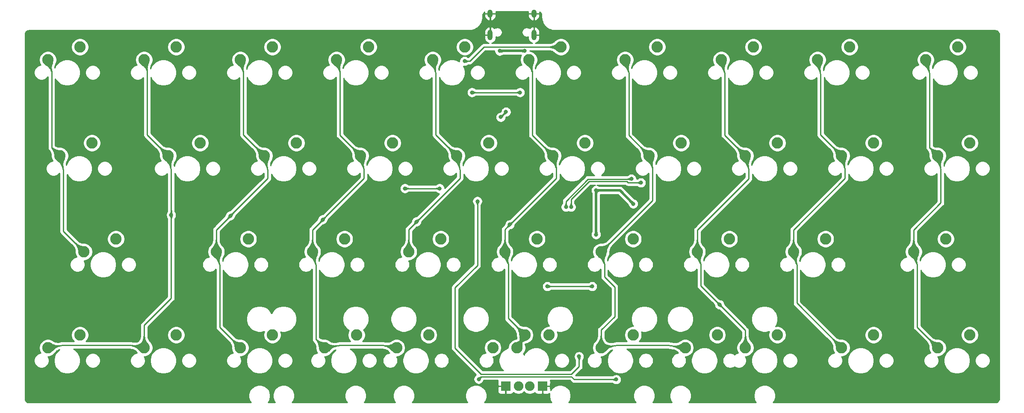
<source format=gbr>
%TF.GenerationSoftware,KiCad,Pcbnew,(5.1.10)-1*%
%TF.CreationDate,2021-08-05T09:17:10+02:00*%
%TF.ProjectId,qez,71657a2e-6b69-4636-9164-5f7063625858,rev?*%
%TF.SameCoordinates,Original*%
%TF.FileFunction,Copper,L1,Top*%
%TF.FilePolarity,Positive*%
%FSLAX46Y46*%
G04 Gerber Fmt 4.6, Leading zero omitted, Abs format (unit mm)*
G04 Created by KiCad (PCBNEW (5.1.10)-1) date 2021-08-05 09:17:10*
%MOMM*%
%LPD*%
G01*
G04 APERTURE LIST*
%TA.AperFunction,ComponentPad*%
%ADD10C,1.905000*%
%TD*%
%TA.AperFunction,ComponentPad*%
%ADD11R,1.905000X1.905000*%
%TD*%
%TA.AperFunction,ComponentPad*%
%ADD12C,2.250000*%
%TD*%
%TA.AperFunction,ComponentPad*%
%ADD13O,1.000000X1.600000*%
%TD*%
%TA.AperFunction,ComponentPad*%
%ADD14O,1.000000X2.100000*%
%TD*%
%TA.AperFunction,ViaPad*%
%ADD15C,0.800000*%
%TD*%
%TA.AperFunction,Conductor*%
%ADD16C,0.500000*%
%TD*%
%TA.AperFunction,Conductor*%
%ADD17C,0.250000*%
%TD*%
%TA.AperFunction,Conductor*%
%ADD18C,0.100000*%
%TD*%
%TA.AperFunction,Conductor*%
%ADD19C,0.025400*%
%TD*%
G04 APERTURE END LIST*
D10*
%TO.P,MX41,3*%
%TO.N,capsLED*%
X156845000Y-128905000D03*
D11*
%TO.P,MX41,4*%
%TO.N,GND*%
X154305000Y-128905000D03*
D12*
%TO.P,MX41,1*%
%TO.N,caps*%
X151765000Y-121285000D03*
%TO.P,MX41,2*%
%TO.N,col5*%
X158115000Y-118745000D03*
%TD*%
D11*
%TO.P,MX34,4*%
%TO.N,GND*%
X161607500Y-128905000D03*
D10*
%TO.P,MX34,3*%
%TO.N,capsLED*%
X159067500Y-128905000D03*
D12*
%TO.P,MX34,1*%
%TO.N,col5*%
X156527500Y-121285000D03*
%TO.P,MX34,2*%
%TO.N,caps*%
X162877500Y-118745000D03*
%TD*%
%TO.P,MX25,1*%
%TO.N,col4*%
X135096250Y-102235000D03*
%TO.P,MX25,2*%
%TO.N,Net-(D13-Pad2)*%
X141446250Y-99695000D03*
%TD*%
%TO.P,MX40,2*%
%TO.N,Net-(D18-Pad2)*%
X179546250Y-118745000D03*
%TO.P,MX40,1*%
%TO.N,col6*%
X173196250Y-121285000D03*
%TD*%
%TO.P,MX39,2*%
%TO.N,caps*%
X139065000Y-118745000D03*
%TO.P,MX39,1*%
%TO.N,col3*%
X132715000Y-121285000D03*
%TD*%
%TO.P,MX35,2*%
%TO.N,Net-(D18-Pad2)*%
X196215000Y-118745000D03*
%TO.P,MX35,1*%
%TO.N,col6*%
X189865000Y-121285000D03*
%TD*%
%TO.P,MX33,1*%
%TO.N,col3*%
X118427500Y-121285000D03*
%TO.P,MX33,2*%
%TO.N,caps*%
X124777500Y-118745000D03*
%TD*%
%TO.P,MX28,1*%
%TO.N,col7*%
X192246250Y-102235000D03*
%TO.P,MX28,2*%
%TO.N,Net-(D14-Pad2)*%
X198596250Y-99695000D03*
%TD*%
%TO.P,MX36,2*%
%TO.N,Net-(D18-Pad2)*%
X208121250Y-118745000D03*
%TO.P,MX36,1*%
%TO.N,col7*%
X201771250Y-121285000D03*
%TD*%
%TO.P,MX32,2*%
%TO.N,Net-(D16-Pad2)*%
X108108750Y-118745000D03*
%TO.P,MX32,1*%
%TO.N,col2*%
X101758750Y-121285000D03*
%TD*%
%TO.P,MX17,1*%
%TO.N,col6*%
X182721250Y-83185000D03*
%TO.P,MX17,2*%
%TO.N,Net-(D9-Pad2)*%
X189071250Y-80645000D03*
%TD*%
%TO.P,MX14,1*%
%TO.N,col3*%
X125571250Y-83185000D03*
%TO.P,MX14,2*%
%TO.N,Net-(D7-Pad2)*%
X131921250Y-80645000D03*
%TD*%
%TO.P,MX1,2*%
%TO.N,Net-(D1-Pad2)*%
X70008750Y-61595000D03*
%TO.P,MX1,1*%
%TO.N,col0*%
X63658750Y-64135000D03*
%TD*%
%TO.P,MX2,2*%
%TO.N,Net-(D1-Pad2)*%
X89058750Y-61595000D03*
%TO.P,MX2,1*%
%TO.N,col1*%
X82708750Y-64135000D03*
%TD*%
%TO.P,MX3,2*%
%TO.N,Net-(D2-Pad2)*%
X108108750Y-61595000D03*
%TO.P,MX3,1*%
%TO.N,col2*%
X101758750Y-64135000D03*
%TD*%
%TO.P,MX4,2*%
%TO.N,Net-(D2-Pad2)*%
X127158750Y-61595000D03*
%TO.P,MX4,1*%
%TO.N,col3*%
X120808750Y-64135000D03*
%TD*%
%TO.P,MX5,2*%
%TO.N,Net-(D3-Pad2)*%
X146208750Y-61595000D03*
%TO.P,MX5,1*%
%TO.N,col4*%
X139858750Y-64135000D03*
%TD*%
%TO.P,MX6,2*%
%TO.N,Net-(D3-Pad2)*%
X165258750Y-61595000D03*
%TO.P,MX6,1*%
%TO.N,col5*%
X158908750Y-64135000D03*
%TD*%
%TO.P,MX7,2*%
%TO.N,Net-(D4-Pad2)*%
X184308750Y-61595000D03*
%TO.P,MX7,1*%
%TO.N,col6*%
X177958750Y-64135000D03*
%TD*%
%TO.P,MX8,2*%
%TO.N,Net-(D4-Pad2)*%
X203358750Y-61595000D03*
%TO.P,MX8,1*%
%TO.N,col7*%
X197008750Y-64135000D03*
%TD*%
%TO.P,MX9,2*%
%TO.N,Net-(D5-Pad2)*%
X222408750Y-61595000D03*
%TO.P,MX9,1*%
%TO.N,col8*%
X216058750Y-64135000D03*
%TD*%
%TO.P,MX15,1*%
%TO.N,col4*%
X144621250Y-83185000D03*
%TO.P,MX15,2*%
%TO.N,Net-(D8-Pad2)*%
X150971250Y-80645000D03*
%TD*%
%TO.P,MX30,1*%
%TO.N,col9*%
X235108750Y-102235000D03*
%TO.P,MX30,2*%
%TO.N,Net-(D15-Pad2)*%
X241458750Y-99695000D03*
%TD*%
%TO.P,MX21,1*%
%TO.N,col0*%
X70802500Y-102235000D03*
%TO.P,MX21,2*%
%TO.N,Net-(D11-Pad2)*%
X77152500Y-99695000D03*
%TD*%
%TO.P,MX11,1*%
%TO.N,col0*%
X66040000Y-83185000D03*
%TO.P,MX11,2*%
%TO.N,Net-(D6-Pad2)*%
X72390000Y-80645000D03*
%TD*%
%TO.P,MX10,1*%
%TO.N,col9*%
X237490000Y-64135000D03*
%TO.P,MX10,2*%
%TO.N,Net-(D5-Pad2)*%
X243840000Y-61595000D03*
%TD*%
D13*
%TO.P,USB1,S1*%
%TO.N,GND*%
X159895000Y-55020500D03*
X151255000Y-55020500D03*
D14*
X151255000Y-59200500D03*
X159895000Y-59200500D03*
%TD*%
D12*
%TO.P,MX38,1*%
%TO.N,col9*%
X239871250Y-121285000D03*
%TO.P,MX38,2*%
%TO.N,Net-(D19-Pad2)*%
X246221250Y-118745000D03*
%TD*%
%TO.P,MX37,1*%
%TO.N,col8*%
X220821250Y-121285000D03*
%TO.P,MX37,2*%
%TO.N,Net-(D19-Pad2)*%
X227171250Y-118745000D03*
%TD*%
%TO.P,MX31,1*%
%TO.N,col1*%
X82708750Y-121285000D03*
%TO.P,MX31,2*%
%TO.N,Net-(D16-Pad2)*%
X89058750Y-118745000D03*
%TD*%
%TO.P,MX29,1*%
%TO.N,col8*%
X211296250Y-102235000D03*
%TO.P,MX29,2*%
%TO.N,Net-(D15-Pad2)*%
X217646250Y-99695000D03*
%TD*%
%TO.P,MX27,1*%
%TO.N,col6*%
X173196250Y-102235000D03*
%TO.P,MX27,2*%
%TO.N,Net-(D14-Pad2)*%
X179546250Y-99695000D03*
%TD*%
%TO.P,MX26,1*%
%TO.N,col5*%
X154146250Y-102235000D03*
%TO.P,MX26,2*%
%TO.N,Net-(D13-Pad2)*%
X160496250Y-99695000D03*
%TD*%
%TO.P,MX24,1*%
%TO.N,col3*%
X116046250Y-102235000D03*
%TO.P,MX24,2*%
%TO.N,Net-(D12-Pad2)*%
X122396250Y-99695000D03*
%TD*%
%TO.P,MX23,1*%
%TO.N,col2*%
X96996250Y-102235000D03*
%TO.P,MX23,2*%
%TO.N,Net-(D12-Pad2)*%
X103346250Y-99695000D03*
%TD*%
%TO.P,MX22,1*%
%TO.N,col1*%
X63658750Y-121285000D03*
%TO.P,MX22,2*%
%TO.N,Net-(D11-Pad2)*%
X70008750Y-118745000D03*
%TD*%
%TO.P,MX20,1*%
%TO.N,col9*%
X239871250Y-83185000D03*
%TO.P,MX20,2*%
%TO.N,Net-(D10-Pad2)*%
X246221250Y-80645000D03*
%TD*%
%TO.P,MX19,1*%
%TO.N,col8*%
X220821250Y-83185000D03*
%TO.P,MX19,2*%
%TO.N,Net-(D10-Pad2)*%
X227171250Y-80645000D03*
%TD*%
%TO.P,MX18,1*%
%TO.N,col7*%
X201771250Y-83185000D03*
%TO.P,MX18,2*%
%TO.N,Net-(D9-Pad2)*%
X208121250Y-80645000D03*
%TD*%
%TO.P,MX16,1*%
%TO.N,col5*%
X163671250Y-83185000D03*
%TO.P,MX16,2*%
%TO.N,Net-(D8-Pad2)*%
X170021250Y-80645000D03*
%TD*%
%TO.P,MX13,1*%
%TO.N,col2*%
X106521250Y-83185000D03*
%TO.P,MX13,2*%
%TO.N,Net-(D7-Pad2)*%
X112871250Y-80645000D03*
%TD*%
%TO.P,MX12,1*%
%TO.N,col1*%
X87471250Y-83185000D03*
%TO.P,MX12,2*%
%TO.N,Net-(D6-Pad2)*%
X93821250Y-80645000D03*
%TD*%
D15*
%TO.N,GND*%
X167513000Y-95250000D03*
%TO.N,+5V*%
X172212000Y-98806000D03*
X172212000Y-90043000D03*
X179578000Y-92710000D03*
%TO.N,row0*%
X147637500Y-70612000D03*
X157162500Y-70612000D03*
%TO.N,Net-(D3-Pad2)*%
X146177000Y-64389000D03*
%TO.N,row1*%
X167259000Y-93345000D03*
X134366000Y-89662000D03*
X141224000Y-89662000D03*
X181102000Y-88519000D03*
%TO.N,row2*%
X162560000Y-109093000D03*
X171450000Y-109093000D03*
%TO.N,row3*%
X176212500Y-127571500D03*
X148971000Y-127508000D03*
%TO.N,VCC*%
X158051500Y-62357000D03*
X153125000Y-62394000D03*
%TO.N,col1*%
X88074500Y-94932500D03*
%TO.N,col2*%
X99790250Y-95091250D03*
%TO.N,col3*%
X118078250Y-95853250D03*
%TO.N,col4*%
X136652000Y-96266000D03*
%TO.N,col5*%
X155130500Y-96837500D03*
%TO.N,col7*%
X196659500Y-112712500D03*
%TO.N,D-*%
X153347847Y-75506153D03*
X154373153Y-74480847D03*
%TO.N,Net-(R6-Pad1)*%
X166243000Y-93345000D03*
X179197000Y-87757000D03*
%TO.N,Net-(R7-Pad2)*%
X148717000Y-92202000D03*
X168846500Y-122999500D03*
%TD*%
D16*
%TO.N,+5V*%
X172212000Y-98806000D02*
X172212000Y-90043000D01*
X176911000Y-90043000D02*
X179578000Y-92710000D01*
X172212000Y-90043000D02*
X176911000Y-90043000D01*
D17*
%TO.N,row0*%
X147637500Y-70612000D02*
X157162500Y-70612000D01*
%TO.N,Net-(D3-Pad2)*%
X147193000Y-64389000D02*
X149987000Y-61595000D01*
X149987000Y-61595000D02*
X165258750Y-61595000D01*
X146177000Y-64389000D02*
X147193000Y-64389000D01*
%TO.N,row1*%
X134366000Y-89662000D02*
X141224000Y-89662000D01*
X167259000Y-93345000D02*
X167259000Y-92202000D01*
X167259000Y-91822410D02*
X167259000Y-93345000D01*
X170815705Y-88265705D02*
X167259000Y-91822410D01*
X178308704Y-88265705D02*
X170815705Y-88265705D01*
X178568222Y-88525223D02*
X178308704Y-88265705D01*
X181095777Y-88525223D02*
X181102000Y-88519000D01*
X178568222Y-88525223D02*
X181095777Y-88525223D01*
%TO.N,row2*%
X162560000Y-109093000D02*
X171450000Y-109093000D01*
%TO.N,row3*%
X149479000Y-127000000D02*
X148971000Y-127508000D01*
X167322500Y-127000000D02*
X149479000Y-127000000D01*
X167894000Y-127571500D02*
X167322500Y-127000000D01*
X176212500Y-127571500D02*
X167894000Y-127571500D01*
D16*
%TO.N,VCC*%
X158051500Y-62357000D02*
X153162000Y-62357000D01*
X153162000Y-62357000D02*
X153125000Y-62394000D01*
D17*
%TO.N,col0*%
X66040000Y-83185000D02*
X64389000Y-81534000D01*
X70802500Y-102235000D02*
X66738500Y-98171000D01*
X63658750Y-64135000D02*
X64389000Y-66421000D01*
X64389000Y-81534000D02*
X64389000Y-66421000D01*
X66040000Y-83185000D02*
X66738500Y-86042500D01*
X66738500Y-98171000D02*
X66738500Y-86042500D01*
%TO.N,col1*%
X87471250Y-83185000D02*
X83312000Y-79025750D01*
X82708750Y-116808250D02*
X88074500Y-111442500D01*
X82708750Y-64135000D02*
X83312000Y-66294000D01*
X83312000Y-79025750D02*
X83312000Y-66294000D01*
X87471250Y-83185000D02*
X88074500Y-85979000D01*
X63658750Y-121285000D02*
X63690500Y-121285000D01*
X82708750Y-121285000D02*
X82708750Y-116808250D01*
X88074500Y-94678500D02*
X88074500Y-85979000D01*
X88074500Y-94932500D02*
X88074500Y-94678500D01*
X88074500Y-111442500D02*
X88074500Y-94932500D01*
X82708750Y-121285000D02*
X80010000Y-120777000D01*
X63658750Y-121285000D02*
X66548000Y-120777000D01*
X66548000Y-120777000D02*
X80010000Y-120777000D01*
%TO.N,col2*%
X106521250Y-83185000D02*
X102362000Y-79025750D01*
X96996250Y-102235000D02*
X96996250Y-97885250D01*
X101758750Y-64135000D02*
X102362000Y-66611500D01*
X102362000Y-79025750D02*
X102362000Y-66611500D01*
X106521250Y-83185000D02*
X107188000Y-86042500D01*
X107188000Y-87693500D02*
X107188000Y-86042500D01*
X96996250Y-102235000D02*
X97663000Y-104902000D01*
X97663000Y-104902000D02*
X97663000Y-113030000D01*
X97663000Y-117189250D02*
X101758750Y-121285000D01*
X97663000Y-113030000D02*
X97663000Y-117189250D01*
X99980750Y-94900750D02*
X107188000Y-87693500D01*
X99790250Y-95091250D02*
X99980750Y-94900750D01*
X96996250Y-97885250D02*
X99790250Y-95091250D01*
%TO.N,col3*%
X125571250Y-83185000D02*
X121475500Y-79089250D01*
X116046250Y-102235000D02*
X116046250Y-97885250D01*
X118427500Y-121285000D02*
X116713000Y-119570500D01*
X120808750Y-64135000D02*
X121475500Y-66548000D01*
X121475500Y-79089250D02*
X121475500Y-66548000D01*
X125571250Y-83185000D02*
X126238000Y-85915500D01*
X126238000Y-87693500D02*
X126238000Y-85915500D01*
X116046250Y-102235000D02*
X116713000Y-104902000D01*
X116713000Y-119570500D02*
X116713000Y-104902000D01*
X118713250Y-95218250D02*
X126238000Y-87693500D01*
X118586250Y-95345250D02*
X118713250Y-95218250D01*
X118078250Y-95853250D02*
X118586250Y-95345250D01*
X116046250Y-97885250D02*
X118078250Y-95853250D01*
X118427500Y-121285000D02*
X121539000Y-120777000D01*
X132715000Y-121285000D02*
X129921000Y-120777000D01*
X121539000Y-120777000D02*
X129921000Y-120777000D01*
%TO.N,col4*%
X144621250Y-83185000D02*
X140462000Y-79025750D01*
X139858750Y-64135000D02*
X140462000Y-66802000D01*
X140462000Y-79025750D02*
X140462000Y-66802000D01*
X145288000Y-86106000D02*
X144621250Y-83185000D01*
X145288000Y-87630000D02*
X145288000Y-86106000D01*
X135096250Y-102235000D02*
X135096250Y-97821750D01*
X137223500Y-95694500D02*
X145288000Y-87630000D01*
X136652000Y-96266000D02*
X137223500Y-95694500D01*
X135096250Y-97821750D02*
X136652000Y-96266000D01*
%TO.N,col5*%
X163671250Y-83185000D02*
X159575500Y-79089250D01*
X158908750Y-64135000D02*
X159575500Y-66611500D01*
X159575500Y-79089250D02*
X159575500Y-66611500D01*
X154146250Y-102235000D02*
X154146250Y-97821750D01*
X155575000Y-96393000D02*
X164338000Y-87630000D01*
X155130500Y-96837500D02*
X155575000Y-96393000D01*
X154146250Y-97821750D02*
X155130500Y-96837500D01*
X163671250Y-83185000D02*
X164338000Y-85725000D01*
X164338000Y-87630000D02*
X164338000Y-85725000D01*
X158115000Y-118745000D02*
X154813000Y-115443000D01*
X154146250Y-102235000D02*
X154813000Y-104775000D01*
X154813000Y-115443000D02*
X154813000Y-104775000D01*
X156527500Y-121285000D02*
X158115000Y-118745000D01*
%TO.N,col6*%
X182721250Y-83185000D02*
X178689000Y-79152750D01*
X177958750Y-64135000D02*
X178689000Y-66738500D01*
X178689000Y-79152750D02*
X178689000Y-66738500D01*
X173196250Y-121285000D02*
X173196250Y-117760750D01*
X173196250Y-117760750D02*
X175895000Y-115062000D01*
X175895000Y-115062000D02*
X175895000Y-109220000D01*
X175895000Y-109220000D02*
X173863000Y-107188000D01*
X173196250Y-102235000D02*
X173863000Y-104775000D01*
X173863000Y-107188000D02*
X173863000Y-104775000D01*
X182721250Y-83185000D02*
X183388000Y-85598000D01*
X183388000Y-92043250D02*
X183388000Y-85598000D01*
X189865000Y-121285000D02*
X186436000Y-120777000D01*
X173196250Y-121285000D02*
X176403000Y-120777000D01*
X186436000Y-120777000D02*
X176403000Y-120777000D01*
X173196250Y-102235000D02*
X183388000Y-92043250D01*
%TO.N,col7*%
X201771250Y-83185000D02*
X197675500Y-79089250D01*
X197008750Y-64135000D02*
X197675500Y-66865500D01*
X197675500Y-79089250D02*
X197675500Y-66865500D01*
X201771250Y-121285000D02*
X201771250Y-117824250D01*
X196469000Y-112522000D02*
X192913000Y-108966000D01*
X196659500Y-112712500D02*
X196469000Y-112522000D01*
X201771250Y-117824250D02*
X196659500Y-112712500D01*
X192246250Y-102235000D02*
X192913000Y-104775000D01*
X192913000Y-108966000D02*
X192913000Y-104775000D01*
X192246250Y-102235000D02*
X192246250Y-97948750D01*
X195516500Y-94678500D02*
X202438000Y-87757000D01*
X192246250Y-97948750D02*
X195516500Y-94678500D01*
X201771250Y-83185000D02*
X202438000Y-85852000D01*
X202438000Y-87757000D02*
X202438000Y-85852000D01*
%TO.N,col8*%
X220821250Y-83185000D02*
X216662000Y-79025750D01*
X220821250Y-121285000D02*
X211963000Y-112426750D01*
X216058750Y-64135000D02*
X216662000Y-67056000D01*
X216662000Y-79025750D02*
X216662000Y-67056000D01*
X211296250Y-102235000D02*
X211963000Y-104965500D01*
X211963000Y-112426750D02*
X211963000Y-104965500D01*
X211296250Y-102235000D02*
X211296250Y-97885250D01*
X211296250Y-97885250D02*
X221488000Y-87693500D01*
X220821250Y-83185000D02*
X221488000Y-85788500D01*
X221488000Y-87693500D02*
X221488000Y-85788500D01*
%TO.N,col9*%
X239871250Y-83185000D02*
X238252000Y-81565750D01*
X239871250Y-121285000D02*
X235775500Y-117189250D01*
X237490000Y-64135000D02*
X238252000Y-66802000D01*
X238252000Y-81565750D02*
X238252000Y-66802000D01*
X235108750Y-102235000D02*
X235775500Y-104838500D01*
X235775500Y-117189250D02*
X235775500Y-104838500D01*
X235108750Y-97885250D02*
X240474500Y-92519500D01*
X235108750Y-102235000D02*
X235108750Y-97885250D01*
X239871250Y-83185000D02*
X240474500Y-85852000D01*
X240474500Y-92519500D02*
X240474500Y-85852000D01*
%TO.N,D-*%
X153347847Y-75506153D02*
X154373153Y-74480847D01*
%TO.N,Net-(R6-Pad1)*%
X166243000Y-93345000D02*
X166243000Y-92202000D01*
X166243000Y-92202000D02*
X170630009Y-87814991D01*
X179139009Y-87814991D02*
X179197000Y-87757000D01*
X170630009Y-87814991D02*
X179139009Y-87814991D01*
%TO.N,Net-(R7-Pad2)*%
X165232510Y-126549990D02*
X167328010Y-126549990D01*
X165232510Y-126549990D02*
X166693010Y-126549990D01*
X168846500Y-125031500D02*
X168846500Y-122999500D01*
X167328010Y-126549990D02*
X168846500Y-125031500D01*
X144272000Y-109347000D02*
X148717000Y-104902000D01*
X148717000Y-104902000D02*
X148717000Y-92202000D01*
X151886490Y-126549990D02*
X165232510Y-126549990D01*
X151199010Y-126549990D02*
X149473490Y-126549990D01*
X151886490Y-126549990D02*
X151199010Y-126549990D01*
X151199010Y-126549990D02*
X149536990Y-126549990D01*
X144272000Y-121348500D02*
X144272000Y-119697500D01*
X149473490Y-126549990D02*
X144272000Y-121348500D01*
X144272000Y-119697500D02*
X144272000Y-109347000D01*
%TD*%
%TO.N,GND*%
X158762000Y-54718500D02*
X158762000Y-55018500D01*
X159893000Y-55018500D01*
X159893000Y-54998500D01*
X159897000Y-54998500D01*
X159897000Y-55018500D01*
X161028000Y-55018500D01*
X161028000Y-54718500D01*
X161020496Y-54643663D01*
X161058050Y-54663631D01*
X161175145Y-54759132D01*
X161271463Y-54875560D01*
X161343328Y-55008471D01*
X161388011Y-55152819D01*
X161407224Y-55335624D01*
X161408754Y-55649971D01*
X161408754Y-55649998D01*
X161408803Y-55663961D01*
X161408823Y-55664159D01*
X161408922Y-55684469D01*
X161411695Y-55711286D01*
X161411610Y-55723465D01*
X161412540Y-55732956D01*
X161453340Y-56121148D01*
X161465790Y-56181800D01*
X161477388Y-56242596D01*
X161480144Y-56251725D01*
X161595568Y-56624600D01*
X161619546Y-56681642D01*
X161642746Y-56739063D01*
X161647223Y-56747483D01*
X161832874Y-57090838D01*
X161867510Y-57142188D01*
X161901387Y-57193957D01*
X161907413Y-57201348D01*
X162156220Y-57502104D01*
X162200170Y-57545747D01*
X162243457Y-57589951D01*
X162250805Y-57596030D01*
X162553289Y-57842731D01*
X162604836Y-57876978D01*
X162655928Y-57911961D01*
X162664316Y-57916497D01*
X163008958Y-58099747D01*
X163066176Y-58123330D01*
X163123090Y-58147723D01*
X163132200Y-58150543D01*
X163505871Y-58263361D01*
X163566596Y-58275385D01*
X163627146Y-58288255D01*
X163636630Y-58289252D01*
X164025099Y-58327342D01*
X164025143Y-58327342D01*
X164058223Y-58330599D01*
X251236107Y-58328301D01*
X251419878Y-58346320D01*
X251564535Y-58389995D01*
X251697949Y-58460932D01*
X251815044Y-58556433D01*
X251911362Y-58672861D01*
X251983227Y-58805772D01*
X252027910Y-58950120D01*
X252046999Y-59131744D01*
X252047002Y-131348090D01*
X252028981Y-131531879D01*
X251985307Y-131676534D01*
X251914370Y-131809947D01*
X251818868Y-131927045D01*
X251702440Y-132023362D01*
X251569527Y-132095229D01*
X251425181Y-132139911D01*
X251243556Y-132159000D01*
X207274078Y-132159000D01*
X207492759Y-131831723D01*
X207655358Y-131439174D01*
X207738250Y-131022446D01*
X207738250Y-130597554D01*
X207655358Y-130180826D01*
X207492759Y-129788277D01*
X207256701Y-129434993D01*
X206956257Y-129134549D01*
X206602973Y-128898491D01*
X206210424Y-128735892D01*
X205793696Y-128653000D01*
X205362454Y-128653000D01*
X204945726Y-128735892D01*
X204553177Y-128898491D01*
X204199893Y-129134549D01*
X203899449Y-129434993D01*
X203663391Y-129788277D01*
X203500792Y-130180826D01*
X203417900Y-130597554D01*
X203417900Y-131022446D01*
X203500792Y-131439174D01*
X203663391Y-131831723D01*
X203882072Y-132159000D01*
X190605328Y-132159001D01*
X190824009Y-131831723D01*
X190986608Y-131439174D01*
X191069500Y-131022446D01*
X191069500Y-130597554D01*
X190986608Y-130180826D01*
X190824009Y-129788277D01*
X190587951Y-129434993D01*
X190287507Y-129134549D01*
X189934223Y-128898491D01*
X189541674Y-128735892D01*
X189124946Y-128653000D01*
X188700054Y-128653000D01*
X188283326Y-128735892D01*
X187890777Y-128898491D01*
X187537493Y-129134549D01*
X187237049Y-129434993D01*
X187000991Y-129788277D01*
X186838392Y-130180826D01*
X186755500Y-130597554D01*
X186755500Y-131022446D01*
X186838392Y-131439174D01*
X187000991Y-131831723D01*
X187219672Y-132159001D01*
X183461578Y-132159001D01*
X183680259Y-131831723D01*
X183842858Y-131439174D01*
X183925750Y-131022446D01*
X183925750Y-130597554D01*
X183842858Y-130180826D01*
X183680259Y-129788277D01*
X183444201Y-129434993D01*
X183143757Y-129134549D01*
X182790473Y-128898491D01*
X182397924Y-128735892D01*
X181981196Y-128653000D01*
X181556304Y-128653000D01*
X181139576Y-128735892D01*
X180747027Y-128898491D01*
X180393743Y-129134549D01*
X180093299Y-129434993D01*
X179857241Y-129788277D01*
X179694642Y-130180826D01*
X179611750Y-130597554D01*
X179611750Y-131022446D01*
X179694642Y-131439174D01*
X179857241Y-131831723D01*
X180075922Y-132159001D01*
X166792828Y-132159001D01*
X167011509Y-131831723D01*
X167174108Y-131439174D01*
X167257000Y-131022446D01*
X167257000Y-130597554D01*
X167174108Y-130180826D01*
X167011509Y-129788277D01*
X166775451Y-129434993D01*
X166475007Y-129134549D01*
X166121723Y-128898491D01*
X165729174Y-128735892D01*
X165312446Y-128653000D01*
X164887554Y-128653000D01*
X164470826Y-128735892D01*
X164078277Y-128898491D01*
X163724993Y-129134549D01*
X163424549Y-129434993D01*
X163195753Y-129777408D01*
X163193000Y-129065250D01*
X163034750Y-128907000D01*
X161609500Y-128907000D01*
X161609500Y-130332250D01*
X161767750Y-130490500D01*
X162560000Y-130493563D01*
X162684090Y-130481341D01*
X162803411Y-130445146D01*
X162913378Y-130386367D01*
X162998982Y-130316113D01*
X162943000Y-130597554D01*
X162943000Y-131022446D01*
X163025892Y-131439174D01*
X163188491Y-131831723D01*
X163407172Y-132159001D01*
X150124078Y-132159001D01*
X150342759Y-131831723D01*
X150505358Y-131439174D01*
X150588250Y-131022446D01*
X150588250Y-130597554D01*
X150505358Y-130180826D01*
X150371433Y-129857500D01*
X152716437Y-129857500D01*
X152728659Y-129981590D01*
X152764854Y-130100911D01*
X152823633Y-130210878D01*
X152902736Y-130307264D01*
X152999122Y-130386367D01*
X153109089Y-130445146D01*
X153228410Y-130481341D01*
X153352500Y-130493563D01*
X154144750Y-130490500D01*
X154303000Y-130332250D01*
X154303000Y-128907000D01*
X152877750Y-128907000D01*
X152719500Y-129065250D01*
X152716437Y-129857500D01*
X150371433Y-129857500D01*
X150342759Y-129788277D01*
X150106701Y-129434993D01*
X149806257Y-129134549D01*
X149452973Y-128898491D01*
X149060424Y-128735892D01*
X148643696Y-128653000D01*
X148218804Y-128653000D01*
X147802076Y-128735892D01*
X147409527Y-128898491D01*
X147056243Y-129134549D01*
X146755799Y-129434993D01*
X146519741Y-129788277D01*
X146357142Y-130180826D01*
X146274250Y-130597554D01*
X146274250Y-131022446D01*
X146357142Y-131439174D01*
X146519741Y-131831723D01*
X146738422Y-132159001D01*
X135836578Y-132159001D01*
X136055259Y-131831723D01*
X136217858Y-131439174D01*
X136300750Y-131022446D01*
X136300750Y-130597554D01*
X136217858Y-130180826D01*
X136055259Y-129788277D01*
X135819201Y-129434993D01*
X135518757Y-129134549D01*
X135165473Y-128898491D01*
X134772924Y-128735892D01*
X134356196Y-128653000D01*
X133931304Y-128653000D01*
X133514576Y-128735892D01*
X133122027Y-128898491D01*
X132768743Y-129134549D01*
X132468299Y-129434993D01*
X132232241Y-129788277D01*
X132069642Y-130180826D01*
X131986750Y-130597554D01*
X131986750Y-131022446D01*
X132069642Y-131439174D01*
X132232241Y-131831723D01*
X132450922Y-132159001D01*
X126311578Y-132159001D01*
X126530259Y-131831723D01*
X126692858Y-131439174D01*
X126775750Y-131022446D01*
X126775750Y-130597554D01*
X126692858Y-130180826D01*
X126530259Y-129788277D01*
X126294201Y-129434993D01*
X125993757Y-129134549D01*
X125640473Y-128898491D01*
X125247924Y-128735892D01*
X124831196Y-128653000D01*
X124406304Y-128653000D01*
X123989576Y-128735892D01*
X123597027Y-128898491D01*
X123243743Y-129134549D01*
X122943299Y-129434993D01*
X122707241Y-129788277D01*
X122544642Y-130180826D01*
X122461750Y-130597554D01*
X122461750Y-131022446D01*
X122544642Y-131439174D01*
X122707241Y-131831723D01*
X122925922Y-132159001D01*
X112024077Y-132159001D01*
X112242759Y-131831723D01*
X112405358Y-131439174D01*
X112488250Y-131022446D01*
X112488250Y-130597554D01*
X112405358Y-130180826D01*
X112242759Y-129788277D01*
X112006701Y-129434993D01*
X111706257Y-129134549D01*
X111352973Y-128898491D01*
X110960424Y-128735892D01*
X110543696Y-128653000D01*
X110118804Y-128653000D01*
X109702076Y-128735892D01*
X109309527Y-128898491D01*
X108956243Y-129134549D01*
X108655799Y-129434993D01*
X108419741Y-129788277D01*
X108257142Y-130180826D01*
X108174250Y-130597554D01*
X108174250Y-131022446D01*
X108257142Y-131439174D01*
X108419741Y-131831723D01*
X108638423Y-132159001D01*
X107267927Y-132159002D01*
X107486609Y-131831723D01*
X107649208Y-131439174D01*
X107732100Y-131022446D01*
X107732100Y-130597554D01*
X107649208Y-130180826D01*
X107486609Y-129788277D01*
X107250551Y-129434993D01*
X106950107Y-129134549D01*
X106596823Y-128898491D01*
X106204274Y-128735892D01*
X105787546Y-128653000D01*
X105362654Y-128653000D01*
X104945926Y-128735892D01*
X104553377Y-128898491D01*
X104200093Y-129134549D01*
X103899649Y-129434993D01*
X103663591Y-129788277D01*
X103500992Y-130180826D01*
X103418100Y-130597554D01*
X103418100Y-131022446D01*
X103500992Y-131439174D01*
X103663591Y-131831723D01*
X103882273Y-132159002D01*
X59952010Y-132159002D01*
X59768221Y-132140981D01*
X59623566Y-132097307D01*
X59490153Y-132026370D01*
X59373055Y-131930868D01*
X59276738Y-131814440D01*
X59204871Y-131681527D01*
X59160189Y-131537181D01*
X59141100Y-131355556D01*
X59141100Y-123676475D01*
X60880750Y-123676475D01*
X60880750Y-123973525D01*
X60938701Y-124264868D01*
X61052377Y-124539306D01*
X61217410Y-124786294D01*
X61427456Y-124996340D01*
X61674444Y-125161373D01*
X61948882Y-125275049D01*
X62240225Y-125333000D01*
X62537275Y-125333000D01*
X62828618Y-125275049D01*
X63103056Y-125161373D01*
X63350044Y-124996340D01*
X63560090Y-124786294D01*
X63725123Y-124539306D01*
X63838799Y-124264868D01*
X63896750Y-123973525D01*
X63896750Y-123676475D01*
X63838799Y-123385132D01*
X63725123Y-123110694D01*
X63679891Y-123043000D01*
X63831898Y-123043000D01*
X64171540Y-122975441D01*
X64491475Y-122842919D01*
X64779410Y-122650528D01*
X65024278Y-122405660D01*
X65104985Y-122284873D01*
X65189056Y-122171686D01*
X65273698Y-122074520D01*
X65362644Y-121987694D01*
X65456366Y-121910288D01*
X65555610Y-121841469D01*
X65661275Y-121780638D01*
X65774411Y-121727416D01*
X65896011Y-121681732D01*
X65988018Y-121655049D01*
X65794199Y-121784554D01*
X65428304Y-122150449D01*
X65140822Y-122580696D01*
X64942801Y-123058762D01*
X64841850Y-123566273D01*
X64841850Y-124083727D01*
X64942801Y-124591238D01*
X65140822Y-125069304D01*
X65428304Y-125499551D01*
X65794199Y-125865446D01*
X66224446Y-126152928D01*
X66702512Y-126350949D01*
X67210023Y-126451900D01*
X67727477Y-126451900D01*
X68234988Y-126350949D01*
X68713054Y-126152928D01*
X69143301Y-125865446D01*
X69509196Y-125499551D01*
X69796678Y-125069304D01*
X69994699Y-124591238D01*
X70095650Y-124083727D01*
X70095650Y-123676475D01*
X71040750Y-123676475D01*
X71040750Y-123973525D01*
X71098701Y-124264868D01*
X71212377Y-124539306D01*
X71377410Y-124786294D01*
X71587456Y-124996340D01*
X71834444Y-125161373D01*
X72108882Y-125275049D01*
X72400225Y-125333000D01*
X72697275Y-125333000D01*
X72988618Y-125275049D01*
X73263056Y-125161373D01*
X73510044Y-124996340D01*
X73720090Y-124786294D01*
X73885123Y-124539306D01*
X73998799Y-124264868D01*
X74056750Y-123973525D01*
X74056750Y-123676475D01*
X73998799Y-123385132D01*
X73885123Y-123110694D01*
X73720090Y-122863706D01*
X73510044Y-122653660D01*
X73263056Y-122488627D01*
X72988618Y-122374951D01*
X72697275Y-122317000D01*
X72400225Y-122317000D01*
X72108882Y-122374951D01*
X71834444Y-122488627D01*
X71587456Y-122653660D01*
X71377410Y-122863706D01*
X71212377Y-123110694D01*
X71098701Y-123385132D01*
X71040750Y-123676475D01*
X70095650Y-123676475D01*
X70095650Y-123566273D01*
X69994699Y-123058762D01*
X69796678Y-122580696D01*
X69509196Y-122150449D01*
X69143301Y-121784554D01*
X68769817Y-121535000D01*
X79939282Y-121535000D01*
X80185082Y-121581268D01*
X80336342Y-121615262D01*
X80466877Y-121654826D01*
X80587930Y-121701972D01*
X80700418Y-121756547D01*
X80805335Y-121818639D01*
X80903752Y-121888649D01*
X80996538Y-121967177D01*
X81084437Y-122055068D01*
X81167901Y-122153237D01*
X81253841Y-122271891D01*
X81284714Y-122318096D01*
X80998882Y-122374951D01*
X80724444Y-122488627D01*
X80477456Y-122653660D01*
X80267410Y-122863706D01*
X80102377Y-123110694D01*
X79988701Y-123385132D01*
X79930750Y-123676475D01*
X79930750Y-123973525D01*
X79988701Y-124264868D01*
X80102377Y-124539306D01*
X80267410Y-124786294D01*
X80477456Y-124996340D01*
X80724444Y-125161373D01*
X80998882Y-125275049D01*
X81290225Y-125333000D01*
X81587275Y-125333000D01*
X81878618Y-125275049D01*
X82153056Y-125161373D01*
X82400044Y-124996340D01*
X82610090Y-124786294D01*
X82775123Y-124539306D01*
X82888799Y-124264868D01*
X82946750Y-123973525D01*
X82946750Y-123676475D01*
X82924830Y-123566273D01*
X83891850Y-123566273D01*
X83891850Y-124083727D01*
X83992801Y-124591238D01*
X84190822Y-125069304D01*
X84478304Y-125499551D01*
X84844199Y-125865446D01*
X85274446Y-126152928D01*
X85752512Y-126350949D01*
X86260023Y-126451900D01*
X86777477Y-126451900D01*
X87284988Y-126350949D01*
X87763054Y-126152928D01*
X88193301Y-125865446D01*
X88559196Y-125499551D01*
X88846678Y-125069304D01*
X89044699Y-124591238D01*
X89145650Y-124083727D01*
X89145650Y-123676475D01*
X90090750Y-123676475D01*
X90090750Y-123973525D01*
X90148701Y-124264868D01*
X90262377Y-124539306D01*
X90427410Y-124786294D01*
X90637456Y-124996340D01*
X90884444Y-125161373D01*
X91158882Y-125275049D01*
X91450225Y-125333000D01*
X91747275Y-125333000D01*
X92038618Y-125275049D01*
X92313056Y-125161373D01*
X92560044Y-124996340D01*
X92770090Y-124786294D01*
X92935123Y-124539306D01*
X93048799Y-124264868D01*
X93106750Y-123973525D01*
X93106750Y-123676475D01*
X93048799Y-123385132D01*
X92935123Y-123110694D01*
X92770090Y-122863706D01*
X92560044Y-122653660D01*
X92313056Y-122488627D01*
X92038618Y-122374951D01*
X91747275Y-122317000D01*
X91450225Y-122317000D01*
X91158882Y-122374951D01*
X90884444Y-122488627D01*
X90637456Y-122653660D01*
X90427410Y-122863706D01*
X90262377Y-123110694D01*
X90148701Y-123385132D01*
X90090750Y-123676475D01*
X89145650Y-123676475D01*
X89145650Y-123566273D01*
X89044699Y-123058762D01*
X88846678Y-122580696D01*
X88559196Y-122150449D01*
X88193301Y-121784554D01*
X87763054Y-121497072D01*
X87284988Y-121299051D01*
X86777477Y-121198100D01*
X86260023Y-121198100D01*
X85752512Y-121299051D01*
X85274446Y-121497072D01*
X84844199Y-121784554D01*
X84478304Y-122150449D01*
X84190822Y-122580696D01*
X83992801Y-123058762D01*
X83891850Y-123566273D01*
X82924830Y-123566273D01*
X82888799Y-123385132D01*
X82775123Y-123110694D01*
X82729891Y-123043000D01*
X82881898Y-123043000D01*
X83221540Y-122975441D01*
X83541475Y-122842919D01*
X83829410Y-122650528D01*
X84074278Y-122405660D01*
X84266669Y-122117725D01*
X84399191Y-121797790D01*
X84466750Y-121458148D01*
X84466750Y-121111852D01*
X84399191Y-120772210D01*
X84266669Y-120452275D01*
X84074278Y-120164340D01*
X83948581Y-120038643D01*
X83847041Y-119931358D01*
X83765997Y-119831165D01*
X83695889Y-119728532D01*
X83635879Y-119622818D01*
X83585288Y-119513162D01*
X83543669Y-119398548D01*
X83510848Y-119277922D01*
X83486907Y-119150226D01*
X83472175Y-119014637D01*
X83466750Y-118859726D01*
X83466750Y-118571852D01*
X87300750Y-118571852D01*
X87300750Y-118918148D01*
X87368309Y-119257790D01*
X87500831Y-119577725D01*
X87693222Y-119865660D01*
X87938090Y-120110528D01*
X88226025Y-120302919D01*
X88545960Y-120435441D01*
X88885602Y-120503000D01*
X89231898Y-120503000D01*
X89571540Y-120435441D01*
X89891475Y-120302919D01*
X90179410Y-120110528D01*
X90424278Y-119865660D01*
X90616669Y-119577725D01*
X90749191Y-119257790D01*
X90816750Y-118918148D01*
X90816750Y-118571852D01*
X90749191Y-118232210D01*
X90616669Y-117912275D01*
X90424278Y-117624340D01*
X90179410Y-117379472D01*
X89891475Y-117187081D01*
X89571540Y-117054559D01*
X89231898Y-116987000D01*
X88885602Y-116987000D01*
X88545960Y-117054559D01*
X88226025Y-117187081D01*
X87938090Y-117379472D01*
X87693222Y-117624340D01*
X87500831Y-117912275D01*
X87368309Y-118232210D01*
X87300750Y-118571852D01*
X83466750Y-118571852D01*
X83466750Y-117122222D01*
X88584161Y-112004813D01*
X88613080Y-111981080D01*
X88707803Y-111865660D01*
X88778189Y-111733977D01*
X88821532Y-111591094D01*
X88832500Y-111479732D01*
X88832500Y-111479723D01*
X88836166Y-111442501D01*
X88832500Y-111405279D01*
X88832500Y-104626475D01*
X94218250Y-104626475D01*
X94218250Y-104923525D01*
X94276201Y-105214868D01*
X94389877Y-105489306D01*
X94554910Y-105736294D01*
X94764956Y-105946340D01*
X95011944Y-106111373D01*
X95286382Y-106225049D01*
X95577725Y-106283000D01*
X95874775Y-106283000D01*
X96166118Y-106225049D01*
X96440556Y-106111373D01*
X96687544Y-105946340D01*
X96897590Y-105736294D01*
X96905000Y-105725204D01*
X96905001Y-112992759D01*
X96905000Y-112992769D01*
X96905001Y-117152008D01*
X96901333Y-117189250D01*
X96915968Y-117337843D01*
X96959312Y-117480727D01*
X97029563Y-117612157D01*
X97029698Y-117612410D01*
X97124421Y-117727830D01*
X97153347Y-117751569D01*
X99507824Y-120106047D01*
X99613529Y-120219426D01*
X99699002Y-120325736D01*
X99772363Y-120432954D01*
X99834452Y-120541459D01*
X99886065Y-120651928D01*
X99927828Y-120765232D01*
X99960146Y-120882420D01*
X99983147Y-121004579D01*
X99996687Y-121132725D01*
X100000750Y-121280400D01*
X100000750Y-121458148D01*
X100068309Y-121797790D01*
X100200831Y-122117725D01*
X100334714Y-122318096D01*
X100048882Y-122374951D01*
X99774444Y-122488627D01*
X99527456Y-122653660D01*
X99317410Y-122863706D01*
X99152377Y-123110694D01*
X99038701Y-123385132D01*
X98980750Y-123676475D01*
X98980750Y-123973525D01*
X99038701Y-124264868D01*
X99152377Y-124539306D01*
X99317410Y-124786294D01*
X99527456Y-124996340D01*
X99774444Y-125161373D01*
X100048882Y-125275049D01*
X100340225Y-125333000D01*
X100637275Y-125333000D01*
X100928618Y-125275049D01*
X101203056Y-125161373D01*
X101450044Y-124996340D01*
X101660090Y-124786294D01*
X101825123Y-124539306D01*
X101938799Y-124264868D01*
X101996750Y-123973525D01*
X101996750Y-123676475D01*
X101974830Y-123566273D01*
X102941850Y-123566273D01*
X102941850Y-124083727D01*
X103042801Y-124591238D01*
X103240822Y-125069304D01*
X103528304Y-125499551D01*
X103894199Y-125865446D01*
X104324446Y-126152928D01*
X104802512Y-126350949D01*
X105310023Y-126451900D01*
X105827477Y-126451900D01*
X106334988Y-126350949D01*
X106813054Y-126152928D01*
X107243301Y-125865446D01*
X107609196Y-125499551D01*
X107896678Y-125069304D01*
X108094699Y-124591238D01*
X108195650Y-124083727D01*
X108195650Y-123676475D01*
X109140750Y-123676475D01*
X109140750Y-123973525D01*
X109198701Y-124264868D01*
X109312377Y-124539306D01*
X109477410Y-124786294D01*
X109687456Y-124996340D01*
X109934444Y-125161373D01*
X110208882Y-125275049D01*
X110500225Y-125333000D01*
X110797275Y-125333000D01*
X111088618Y-125275049D01*
X111363056Y-125161373D01*
X111610044Y-124996340D01*
X111820090Y-124786294D01*
X111985123Y-124539306D01*
X112098799Y-124264868D01*
X112156750Y-123973525D01*
X112156750Y-123676475D01*
X112098799Y-123385132D01*
X111985123Y-123110694D01*
X111820090Y-122863706D01*
X111610044Y-122653660D01*
X111363056Y-122488627D01*
X111088618Y-122374951D01*
X110797275Y-122317000D01*
X110500225Y-122317000D01*
X110208882Y-122374951D01*
X109934444Y-122488627D01*
X109687456Y-122653660D01*
X109477410Y-122863706D01*
X109312377Y-123110694D01*
X109198701Y-123385132D01*
X109140750Y-123676475D01*
X108195650Y-123676475D01*
X108195650Y-123566273D01*
X108094699Y-123058762D01*
X107896678Y-122580696D01*
X107609196Y-122150449D01*
X107243301Y-121784554D01*
X106813054Y-121497072D01*
X106334988Y-121299051D01*
X105827477Y-121198100D01*
X105310023Y-121198100D01*
X104802512Y-121299051D01*
X104324446Y-121497072D01*
X103894199Y-121784554D01*
X103528304Y-122150449D01*
X103240822Y-122580696D01*
X103042801Y-123058762D01*
X102941850Y-123566273D01*
X101974830Y-123566273D01*
X101938799Y-123385132D01*
X101825123Y-123110694D01*
X101779891Y-123043000D01*
X101931898Y-123043000D01*
X102271540Y-122975441D01*
X102591475Y-122842919D01*
X102879410Y-122650528D01*
X103124278Y-122405660D01*
X103316669Y-122117725D01*
X103449191Y-121797790D01*
X103516750Y-121458148D01*
X103516750Y-121111852D01*
X103449191Y-120772210D01*
X103316669Y-120452275D01*
X103124278Y-120164340D01*
X102879410Y-119919472D01*
X102591475Y-119727081D01*
X102271540Y-119594559D01*
X101931898Y-119527000D01*
X101754150Y-119527000D01*
X101606475Y-119522937D01*
X101478329Y-119509397D01*
X101356170Y-119486396D01*
X101238982Y-119454078D01*
X101125678Y-119412315D01*
X101015209Y-119360702D01*
X100906704Y-119298613D01*
X100799486Y-119225252D01*
X100693176Y-119139779D01*
X100579797Y-119034074D01*
X98421000Y-116875278D01*
X98421000Y-115311273D01*
X102948200Y-115311273D01*
X102948200Y-115828727D01*
X103049151Y-116336238D01*
X103247172Y-116814304D01*
X103534654Y-117244551D01*
X103900549Y-117610446D01*
X104330796Y-117897928D01*
X104808862Y-118095949D01*
X105316373Y-118196900D01*
X105833827Y-118196900D01*
X106341338Y-118095949D01*
X106502381Y-118029243D01*
X106418309Y-118232210D01*
X106350750Y-118571852D01*
X106350750Y-118918148D01*
X106418309Y-119257790D01*
X106550831Y-119577725D01*
X106743222Y-119865660D01*
X106988090Y-120110528D01*
X107276025Y-120302919D01*
X107595960Y-120435441D01*
X107935602Y-120503000D01*
X108281898Y-120503000D01*
X108621540Y-120435441D01*
X108941475Y-120302919D01*
X109229410Y-120110528D01*
X109474278Y-119865660D01*
X109666669Y-119577725D01*
X109799191Y-119257790D01*
X109866750Y-118918148D01*
X109866750Y-118571852D01*
X109799191Y-118232210D01*
X109758709Y-118134478D01*
X110072523Y-118196900D01*
X110589977Y-118196900D01*
X111097488Y-118095949D01*
X111575554Y-117897928D01*
X112005801Y-117610446D01*
X112371696Y-117244551D01*
X112659178Y-116814304D01*
X112857199Y-116336238D01*
X112958150Y-115828727D01*
X112958150Y-115311273D01*
X112857199Y-114803762D01*
X112659178Y-114325696D01*
X112371696Y-113895449D01*
X112005801Y-113529554D01*
X111575554Y-113242072D01*
X111097488Y-113044051D01*
X110589977Y-112943100D01*
X110072523Y-112943100D01*
X109565012Y-113044051D01*
X109086946Y-113242072D01*
X108656699Y-113529554D01*
X108290804Y-113895449D01*
X108003322Y-114325696D01*
X107953175Y-114446762D01*
X107903028Y-114325696D01*
X107615546Y-113895449D01*
X107249651Y-113529554D01*
X106819404Y-113242072D01*
X106341338Y-113044051D01*
X105833827Y-112943100D01*
X105316373Y-112943100D01*
X104808862Y-113044051D01*
X104330796Y-113242072D01*
X103900549Y-113529554D01*
X103534654Y-113895449D01*
X103247172Y-114325696D01*
X103049151Y-114803762D01*
X102948200Y-115311273D01*
X98421000Y-115311273D01*
X98421000Y-105880916D01*
X98478322Y-106019304D01*
X98765804Y-106449551D01*
X99131699Y-106815446D01*
X99561946Y-107102928D01*
X100040012Y-107300949D01*
X100547523Y-107401900D01*
X101064977Y-107401900D01*
X101572488Y-107300949D01*
X102050554Y-107102928D01*
X102480801Y-106815446D01*
X102846696Y-106449551D01*
X103134178Y-106019304D01*
X103332199Y-105541238D01*
X103433150Y-105033727D01*
X103433150Y-104626475D01*
X104378250Y-104626475D01*
X104378250Y-104923525D01*
X104436201Y-105214868D01*
X104549877Y-105489306D01*
X104714910Y-105736294D01*
X104924956Y-105946340D01*
X105171944Y-106111373D01*
X105446382Y-106225049D01*
X105737725Y-106283000D01*
X106034775Y-106283000D01*
X106326118Y-106225049D01*
X106600556Y-106111373D01*
X106847544Y-105946340D01*
X107057590Y-105736294D01*
X107222623Y-105489306D01*
X107336299Y-105214868D01*
X107394250Y-104923525D01*
X107394250Y-104626475D01*
X113268250Y-104626475D01*
X113268250Y-104923525D01*
X113326201Y-105214868D01*
X113439877Y-105489306D01*
X113604910Y-105736294D01*
X113814956Y-105946340D01*
X114061944Y-106111373D01*
X114336382Y-106225049D01*
X114627725Y-106283000D01*
X114924775Y-106283000D01*
X115216118Y-106225049D01*
X115490556Y-106111373D01*
X115737544Y-105946340D01*
X115947590Y-105736294D01*
X115955001Y-105725203D01*
X115955000Y-119533268D01*
X115951333Y-119570500D01*
X115958949Y-119647828D01*
X115965968Y-119719093D01*
X116009311Y-119861976D01*
X116079697Y-119993659D01*
X116174420Y-120109080D01*
X116195630Y-120126487D01*
X116282279Y-120219426D01*
X116367752Y-120325736D01*
X116441113Y-120432954D01*
X116503202Y-120541459D01*
X116554815Y-120651928D01*
X116596578Y-120765232D01*
X116628896Y-120882420D01*
X116651897Y-121004579D01*
X116665437Y-121132725D01*
X116669500Y-121280400D01*
X116669500Y-121458148D01*
X116737059Y-121797790D01*
X116869581Y-122117725D01*
X117003464Y-122318096D01*
X116717632Y-122374951D01*
X116443194Y-122488627D01*
X116196206Y-122653660D01*
X115986160Y-122863706D01*
X115821127Y-123110694D01*
X115707451Y-123385132D01*
X115649500Y-123676475D01*
X115649500Y-123973525D01*
X115707451Y-124264868D01*
X115821127Y-124539306D01*
X115986160Y-124786294D01*
X116196206Y-124996340D01*
X116443194Y-125161373D01*
X116717632Y-125275049D01*
X117008975Y-125333000D01*
X117306025Y-125333000D01*
X117597368Y-125275049D01*
X117871806Y-125161373D01*
X118118794Y-124996340D01*
X118328840Y-124786294D01*
X118493873Y-124539306D01*
X118607549Y-124264868D01*
X118665500Y-123973525D01*
X118665500Y-123676475D01*
X118607549Y-123385132D01*
X118493873Y-123110694D01*
X118448641Y-123043000D01*
X118600648Y-123043000D01*
X118940290Y-122975441D01*
X119260225Y-122842919D01*
X119548160Y-122650528D01*
X119793028Y-122405660D01*
X119866031Y-122296403D01*
X119946869Y-122190300D01*
X120032691Y-122094175D01*
X120122684Y-122008446D01*
X120217351Y-121932184D01*
X120317423Y-121864586D01*
X120423838Y-121805039D01*
X120537597Y-121753212D01*
X120659756Y-121709011D01*
X120687503Y-121701330D01*
X120562949Y-121784554D01*
X120197054Y-122150449D01*
X119909572Y-122580696D01*
X119711551Y-123058762D01*
X119610600Y-123566273D01*
X119610600Y-124083727D01*
X119711551Y-124591238D01*
X119909572Y-125069304D01*
X120197054Y-125499551D01*
X120562949Y-125865446D01*
X120993196Y-126152928D01*
X121471262Y-126350949D01*
X121978773Y-126451900D01*
X122496227Y-126451900D01*
X123003738Y-126350949D01*
X123481804Y-126152928D01*
X123912051Y-125865446D01*
X124277946Y-125499551D01*
X124565428Y-125069304D01*
X124763449Y-124591238D01*
X124864400Y-124083727D01*
X124864400Y-123676475D01*
X125809500Y-123676475D01*
X125809500Y-123973525D01*
X125867451Y-124264868D01*
X125981127Y-124539306D01*
X126146160Y-124786294D01*
X126356206Y-124996340D01*
X126603194Y-125161373D01*
X126877632Y-125275049D01*
X127168975Y-125333000D01*
X127466025Y-125333000D01*
X127757368Y-125275049D01*
X128031806Y-125161373D01*
X128278794Y-124996340D01*
X128488840Y-124786294D01*
X128653873Y-124539306D01*
X128767549Y-124264868D01*
X128825500Y-123973525D01*
X128825500Y-123676475D01*
X128767549Y-123385132D01*
X128653873Y-123110694D01*
X128488840Y-122863706D01*
X128278794Y-122653660D01*
X128031806Y-122488627D01*
X127757368Y-122374951D01*
X127466025Y-122317000D01*
X127168975Y-122317000D01*
X126877632Y-122374951D01*
X126603194Y-122488627D01*
X126356206Y-122653660D01*
X126146160Y-122863706D01*
X125981127Y-123110694D01*
X125867451Y-123385132D01*
X125809500Y-123676475D01*
X124864400Y-123676475D01*
X124864400Y-123566273D01*
X124763449Y-123058762D01*
X124565428Y-122580696D01*
X124277946Y-122150449D01*
X123912051Y-121784554D01*
X123538567Y-121535000D01*
X129852653Y-121535000D01*
X130193220Y-121596921D01*
X130344691Y-121629977D01*
X130475474Y-121668731D01*
X130596807Y-121715121D01*
X130709630Y-121768997D01*
X130814940Y-121830443D01*
X130913775Y-121899830D01*
X131007050Y-121977785D01*
X131095499Y-122065134D01*
X131179567Y-122162779D01*
X131264764Y-122278885D01*
X131290964Y-122318096D01*
X131005132Y-122374951D01*
X130730694Y-122488627D01*
X130483706Y-122653660D01*
X130273660Y-122863706D01*
X130108627Y-123110694D01*
X129994951Y-123385132D01*
X129937000Y-123676475D01*
X129937000Y-123973525D01*
X129994951Y-124264868D01*
X130108627Y-124539306D01*
X130273660Y-124786294D01*
X130483706Y-124996340D01*
X130730694Y-125161373D01*
X131005132Y-125275049D01*
X131296475Y-125333000D01*
X131593525Y-125333000D01*
X131884868Y-125275049D01*
X132159306Y-125161373D01*
X132406294Y-124996340D01*
X132616340Y-124786294D01*
X132781373Y-124539306D01*
X132895049Y-124264868D01*
X132953000Y-123973525D01*
X132953000Y-123676475D01*
X132931080Y-123566273D01*
X133898100Y-123566273D01*
X133898100Y-124083727D01*
X133999051Y-124591238D01*
X134197072Y-125069304D01*
X134484554Y-125499551D01*
X134850449Y-125865446D01*
X135280696Y-126152928D01*
X135758762Y-126350949D01*
X136266273Y-126451900D01*
X136783727Y-126451900D01*
X137291238Y-126350949D01*
X137769304Y-126152928D01*
X138199551Y-125865446D01*
X138565446Y-125499551D01*
X138852928Y-125069304D01*
X139050949Y-124591238D01*
X139151900Y-124083727D01*
X139151900Y-123676475D01*
X140097000Y-123676475D01*
X140097000Y-123973525D01*
X140154951Y-124264868D01*
X140268627Y-124539306D01*
X140433660Y-124786294D01*
X140643706Y-124996340D01*
X140890694Y-125161373D01*
X141165132Y-125275049D01*
X141456475Y-125333000D01*
X141753525Y-125333000D01*
X142044868Y-125275049D01*
X142319306Y-125161373D01*
X142566294Y-124996340D01*
X142776340Y-124786294D01*
X142941373Y-124539306D01*
X143055049Y-124264868D01*
X143113000Y-123973525D01*
X143113000Y-123676475D01*
X143055049Y-123385132D01*
X142941373Y-123110694D01*
X142776340Y-122863706D01*
X142566294Y-122653660D01*
X142319306Y-122488627D01*
X142044868Y-122374951D01*
X141753525Y-122317000D01*
X141456475Y-122317000D01*
X141165132Y-122374951D01*
X140890694Y-122488627D01*
X140643706Y-122653660D01*
X140433660Y-122863706D01*
X140268627Y-123110694D01*
X140154951Y-123385132D01*
X140097000Y-123676475D01*
X139151900Y-123676475D01*
X139151900Y-123566273D01*
X139050949Y-123058762D01*
X138852928Y-122580696D01*
X138565446Y-122150449D01*
X138199551Y-121784554D01*
X137769304Y-121497072D01*
X137291238Y-121299051D01*
X136783727Y-121198100D01*
X136266273Y-121198100D01*
X135758762Y-121299051D01*
X135280696Y-121497072D01*
X134850449Y-121784554D01*
X134484554Y-122150449D01*
X134197072Y-122580696D01*
X133999051Y-123058762D01*
X133898100Y-123566273D01*
X132931080Y-123566273D01*
X132895049Y-123385132D01*
X132781373Y-123110694D01*
X132736141Y-123043000D01*
X132888148Y-123043000D01*
X133227790Y-122975441D01*
X133547725Y-122842919D01*
X133835660Y-122650528D01*
X134080528Y-122405660D01*
X134272919Y-122117725D01*
X134405441Y-121797790D01*
X134473000Y-121458148D01*
X134473000Y-121111852D01*
X134405441Y-120772210D01*
X134272919Y-120452275D01*
X134080528Y-120164340D01*
X133835660Y-119919472D01*
X133547725Y-119727081D01*
X133227790Y-119594559D01*
X132888148Y-119527000D01*
X132541852Y-119527000D01*
X132202210Y-119594559D01*
X131882275Y-119727081D01*
X131686570Y-119857846D01*
X131586815Y-119922923D01*
X131473747Y-119984733D01*
X131360222Y-120035354D01*
X131245481Y-120075484D01*
X131128539Y-120105644D01*
X131008333Y-120126089D01*
X130883769Y-120136803D01*
X130753873Y-120137515D01*
X130617816Y-120127754D01*
X130464455Y-120105384D01*
X130099404Y-120039011D01*
X130069594Y-120029968D01*
X130026118Y-120025686D01*
X130019963Y-120024567D01*
X129989116Y-120022042D01*
X129958232Y-120019000D01*
X129951960Y-120019000D01*
X129908436Y-120015437D01*
X129877500Y-120019000D01*
X125989688Y-120019000D01*
X126143028Y-119865660D01*
X126335419Y-119577725D01*
X126467941Y-119257790D01*
X126535500Y-118918148D01*
X126535500Y-118571852D01*
X137307000Y-118571852D01*
X137307000Y-118918148D01*
X137374559Y-119257790D01*
X137507081Y-119577725D01*
X137699472Y-119865660D01*
X137944340Y-120110528D01*
X138232275Y-120302919D01*
X138552210Y-120435441D01*
X138891852Y-120503000D01*
X139238148Y-120503000D01*
X139577790Y-120435441D01*
X139897725Y-120302919D01*
X140185660Y-120110528D01*
X140430528Y-119865660D01*
X140622919Y-119577725D01*
X140755441Y-119257790D01*
X140823000Y-118918148D01*
X140823000Y-118571852D01*
X140755441Y-118232210D01*
X140622919Y-117912275D01*
X140430528Y-117624340D01*
X140185660Y-117379472D01*
X139897725Y-117187081D01*
X139577790Y-117054559D01*
X139238148Y-116987000D01*
X138891852Y-116987000D01*
X138552210Y-117054559D01*
X138232275Y-117187081D01*
X137944340Y-117379472D01*
X137699472Y-117624340D01*
X137507081Y-117912275D01*
X137374559Y-118232210D01*
X137307000Y-118571852D01*
X126535500Y-118571852D01*
X126467941Y-118232210D01*
X126335419Y-117912275D01*
X126182993Y-117684152D01*
X126293301Y-117610446D01*
X126659196Y-117244551D01*
X126946678Y-116814304D01*
X127144699Y-116336238D01*
X127245650Y-115828727D01*
X127245650Y-115311273D01*
X131516850Y-115311273D01*
X131516850Y-115828727D01*
X131617801Y-116336238D01*
X131815822Y-116814304D01*
X132103304Y-117244551D01*
X132469199Y-117610446D01*
X132899446Y-117897928D01*
X133377512Y-118095949D01*
X133885023Y-118196900D01*
X134402477Y-118196900D01*
X134909988Y-118095949D01*
X135388054Y-117897928D01*
X135818301Y-117610446D01*
X136184196Y-117244551D01*
X136471678Y-116814304D01*
X136669699Y-116336238D01*
X136770650Y-115828727D01*
X136770650Y-115311273D01*
X136669699Y-114803762D01*
X136471678Y-114325696D01*
X136184196Y-113895449D01*
X135818301Y-113529554D01*
X135388054Y-113242072D01*
X134909988Y-113044051D01*
X134402477Y-112943100D01*
X133885023Y-112943100D01*
X133377512Y-113044051D01*
X132899446Y-113242072D01*
X132469199Y-113529554D01*
X132103304Y-113895449D01*
X131815822Y-114325696D01*
X131617801Y-114803762D01*
X131516850Y-115311273D01*
X127245650Y-115311273D01*
X127144699Y-114803762D01*
X126946678Y-114325696D01*
X126659196Y-113895449D01*
X126293301Y-113529554D01*
X125863054Y-113242072D01*
X125384988Y-113044051D01*
X124877477Y-112943100D01*
X124360023Y-112943100D01*
X123852512Y-113044051D01*
X123374446Y-113242072D01*
X122944199Y-113529554D01*
X122578304Y-113895449D01*
X122290822Y-114325696D01*
X122092801Y-114803762D01*
X121991850Y-115311273D01*
X121991850Y-115828727D01*
X122092801Y-116336238D01*
X122290822Y-116814304D01*
X122578304Y-117244551D01*
X122944199Y-117610446D01*
X123274009Y-117830818D01*
X123219581Y-117912275D01*
X123087059Y-118232210D01*
X123019500Y-118571852D01*
X123019500Y-118918148D01*
X123087059Y-119257790D01*
X123219581Y-119577725D01*
X123411972Y-119865660D01*
X123565312Y-120019000D01*
X121589355Y-120019000D01*
X121565281Y-120015787D01*
X121514879Y-120019000D01*
X121501768Y-120019000D01*
X121477709Y-120021370D01*
X121453607Y-120022906D01*
X121440680Y-120025017D01*
X121390406Y-120029968D01*
X121367158Y-120037020D01*
X120698960Y-120146114D01*
X120545191Y-120165721D01*
X120408974Y-120173030D01*
X120279111Y-120169979D01*
X120154764Y-120157022D01*
X120034954Y-120134417D01*
X119918563Y-120102153D01*
X119804578Y-120059967D01*
X119691973Y-120007304D01*
X119580034Y-119943467D01*
X119555537Y-119926849D01*
X119548160Y-119919472D01*
X119260225Y-119727081D01*
X118940290Y-119594559D01*
X118600648Y-119527000D01*
X118422900Y-119527000D01*
X118275225Y-119522937D01*
X118147079Y-119509397D01*
X118024920Y-119486396D01*
X117907732Y-119454078D01*
X117794428Y-119412315D01*
X117683959Y-119360702D01*
X117575454Y-119298613D01*
X117471000Y-119227143D01*
X117471000Y-105880916D01*
X117528322Y-106019304D01*
X117815804Y-106449551D01*
X118181699Y-106815446D01*
X118611946Y-107102928D01*
X119090012Y-107300949D01*
X119597523Y-107401900D01*
X120114977Y-107401900D01*
X120622488Y-107300949D01*
X121100554Y-107102928D01*
X121530801Y-106815446D01*
X121896696Y-106449551D01*
X122184178Y-106019304D01*
X122382199Y-105541238D01*
X122483150Y-105033727D01*
X122483150Y-104626475D01*
X123428250Y-104626475D01*
X123428250Y-104923525D01*
X123486201Y-105214868D01*
X123599877Y-105489306D01*
X123764910Y-105736294D01*
X123974956Y-105946340D01*
X124221944Y-106111373D01*
X124496382Y-106225049D01*
X124787725Y-106283000D01*
X125084775Y-106283000D01*
X125376118Y-106225049D01*
X125650556Y-106111373D01*
X125897544Y-105946340D01*
X126107590Y-105736294D01*
X126272623Y-105489306D01*
X126386299Y-105214868D01*
X126444250Y-104923525D01*
X126444250Y-104626475D01*
X132318250Y-104626475D01*
X132318250Y-104923525D01*
X132376201Y-105214868D01*
X132489877Y-105489306D01*
X132654910Y-105736294D01*
X132864956Y-105946340D01*
X133111944Y-106111373D01*
X133386382Y-106225049D01*
X133677725Y-106283000D01*
X133974775Y-106283000D01*
X134266118Y-106225049D01*
X134540556Y-106111373D01*
X134787544Y-105946340D01*
X134997590Y-105736294D01*
X135162623Y-105489306D01*
X135276299Y-105214868D01*
X135334250Y-104923525D01*
X135334250Y-104626475D01*
X135312330Y-104516273D01*
X136279350Y-104516273D01*
X136279350Y-105033727D01*
X136380301Y-105541238D01*
X136578322Y-106019304D01*
X136865804Y-106449551D01*
X137231699Y-106815446D01*
X137661946Y-107102928D01*
X138140012Y-107300949D01*
X138647523Y-107401900D01*
X139164977Y-107401900D01*
X139672488Y-107300949D01*
X140150554Y-107102928D01*
X140580801Y-106815446D01*
X140946696Y-106449551D01*
X141234178Y-106019304D01*
X141432199Y-105541238D01*
X141533150Y-105033727D01*
X141533150Y-104626475D01*
X142478250Y-104626475D01*
X142478250Y-104923525D01*
X142536201Y-105214868D01*
X142649877Y-105489306D01*
X142814910Y-105736294D01*
X143024956Y-105946340D01*
X143271944Y-106111373D01*
X143546382Y-106225049D01*
X143837725Y-106283000D01*
X144134775Y-106283000D01*
X144426118Y-106225049D01*
X144700556Y-106111373D01*
X144947544Y-105946340D01*
X145157590Y-105736294D01*
X145322623Y-105489306D01*
X145436299Y-105214868D01*
X145494250Y-104923525D01*
X145494250Y-104626475D01*
X145436299Y-104335132D01*
X145322623Y-104060694D01*
X145157590Y-103813706D01*
X144947544Y-103603660D01*
X144700556Y-103438627D01*
X144426118Y-103324951D01*
X144134775Y-103267000D01*
X143837725Y-103267000D01*
X143546382Y-103324951D01*
X143271944Y-103438627D01*
X143024956Y-103603660D01*
X142814910Y-103813706D01*
X142649877Y-104060694D01*
X142536201Y-104335132D01*
X142478250Y-104626475D01*
X141533150Y-104626475D01*
X141533150Y-104516273D01*
X141432199Y-104008762D01*
X141234178Y-103530696D01*
X140946696Y-103100449D01*
X140580801Y-102734554D01*
X140150554Y-102447072D01*
X139672488Y-102249051D01*
X139164977Y-102148100D01*
X138647523Y-102148100D01*
X138140012Y-102249051D01*
X137661946Y-102447072D01*
X137231699Y-102734554D01*
X136865804Y-103100449D01*
X136578322Y-103530696D01*
X136380301Y-104008762D01*
X136279350Y-104516273D01*
X135312330Y-104516273D01*
X135276299Y-104335132D01*
X135162623Y-104060694D01*
X135117391Y-103993000D01*
X135269398Y-103993000D01*
X135609040Y-103925441D01*
X135928975Y-103792919D01*
X136216910Y-103600528D01*
X136461778Y-103355660D01*
X136654169Y-103067725D01*
X136786691Y-102747790D01*
X136854250Y-102408148D01*
X136854250Y-102061852D01*
X136786691Y-101722210D01*
X136654169Y-101402275D01*
X136461778Y-101114340D01*
X136336081Y-100988643D01*
X136234541Y-100881358D01*
X136153497Y-100781165D01*
X136083389Y-100678532D01*
X136023379Y-100572818D01*
X135972788Y-100463162D01*
X135931169Y-100348548D01*
X135898348Y-100227922D01*
X135874407Y-100100226D01*
X135859675Y-99964637D01*
X135854250Y-99809726D01*
X135854250Y-99521852D01*
X139688250Y-99521852D01*
X139688250Y-99868148D01*
X139755809Y-100207790D01*
X139888331Y-100527725D01*
X140080722Y-100815660D01*
X140325590Y-101060528D01*
X140613525Y-101252919D01*
X140933460Y-101385441D01*
X141273102Y-101453000D01*
X141619398Y-101453000D01*
X141959040Y-101385441D01*
X142278975Y-101252919D01*
X142566910Y-101060528D01*
X142811778Y-100815660D01*
X143004169Y-100527725D01*
X143136691Y-100207790D01*
X143204250Y-99868148D01*
X143204250Y-99521852D01*
X143136691Y-99182210D01*
X143004169Y-98862275D01*
X142811778Y-98574340D01*
X142566910Y-98329472D01*
X142278975Y-98137081D01*
X141959040Y-98004559D01*
X141619398Y-97937000D01*
X141273102Y-97937000D01*
X140933460Y-98004559D01*
X140613525Y-98137081D01*
X140325590Y-98329472D01*
X140080722Y-98574340D01*
X139888331Y-98862275D01*
X139755809Y-99182210D01*
X139688250Y-99521852D01*
X135854250Y-99521852D01*
X135854250Y-98135722D01*
X136690973Y-97299000D01*
X136753742Y-97299000D01*
X136953315Y-97259302D01*
X137141309Y-97181433D01*
X137310499Y-97068383D01*
X137454383Y-96924499D01*
X137567433Y-96755309D01*
X137645302Y-96567315D01*
X137685000Y-96367742D01*
X137685000Y-96304973D01*
X137785813Y-96204160D01*
X137785818Y-96204154D01*
X145797661Y-88192313D01*
X145826580Y-88168580D01*
X145921303Y-88053160D01*
X145991689Y-87921477D01*
X146035032Y-87778594D01*
X146046000Y-87667232D01*
X146046000Y-87667223D01*
X146049666Y-87630001D01*
X146046000Y-87592779D01*
X146046000Y-86830916D01*
X146103322Y-86969304D01*
X146390804Y-87399551D01*
X146756699Y-87765446D01*
X147186946Y-88052928D01*
X147665012Y-88250949D01*
X148172523Y-88351900D01*
X148689977Y-88351900D01*
X149197488Y-88250949D01*
X149675554Y-88052928D01*
X150105801Y-87765446D01*
X150471696Y-87399551D01*
X150759178Y-86969304D01*
X150957199Y-86491238D01*
X151058150Y-85983727D01*
X151058150Y-85576475D01*
X152003250Y-85576475D01*
X152003250Y-85873525D01*
X152061201Y-86164868D01*
X152174877Y-86439306D01*
X152339910Y-86686294D01*
X152549956Y-86896340D01*
X152796944Y-87061373D01*
X153071382Y-87175049D01*
X153362725Y-87233000D01*
X153659775Y-87233000D01*
X153951118Y-87175049D01*
X154225556Y-87061373D01*
X154472544Y-86896340D01*
X154682590Y-86686294D01*
X154847623Y-86439306D01*
X154961299Y-86164868D01*
X155019250Y-85873525D01*
X155019250Y-85576475D01*
X154961299Y-85285132D01*
X154847623Y-85010694D01*
X154682590Y-84763706D01*
X154472544Y-84553660D01*
X154225556Y-84388627D01*
X153951118Y-84274951D01*
X153659775Y-84217000D01*
X153362725Y-84217000D01*
X153071382Y-84274951D01*
X152796944Y-84388627D01*
X152549956Y-84553660D01*
X152339910Y-84763706D01*
X152174877Y-85010694D01*
X152061201Y-85285132D01*
X152003250Y-85576475D01*
X151058150Y-85576475D01*
X151058150Y-85466273D01*
X150957199Y-84958762D01*
X150759178Y-84480696D01*
X150471696Y-84050449D01*
X150105801Y-83684554D01*
X149675554Y-83397072D01*
X149197488Y-83199051D01*
X148689977Y-83098100D01*
X148172523Y-83098100D01*
X147665012Y-83199051D01*
X147186946Y-83397072D01*
X146756699Y-83684554D01*
X146390804Y-84050449D01*
X146103322Y-84480696D01*
X145905301Y-84958762D01*
X145863696Y-85167923D01*
X145854960Y-85093072D01*
X145849884Y-84963255D01*
X145855039Y-84838339D01*
X145870108Y-84717344D01*
X145895027Y-84599182D01*
X145930008Y-84482759D01*
X145975517Y-84367101D01*
X146032230Y-84251390D01*
X146102202Y-84132915D01*
X146179169Y-84017725D01*
X146311691Y-83697790D01*
X146379250Y-83358148D01*
X146379250Y-83011852D01*
X146311691Y-82672210D01*
X146179169Y-82352275D01*
X145986778Y-82064340D01*
X145741910Y-81819472D01*
X145453975Y-81627081D01*
X145134040Y-81494559D01*
X144794398Y-81427000D01*
X144616650Y-81427000D01*
X144468975Y-81422937D01*
X144340829Y-81409397D01*
X144218670Y-81386396D01*
X144101482Y-81354078D01*
X143988178Y-81312315D01*
X143877709Y-81260702D01*
X143769204Y-81198613D01*
X143661986Y-81125252D01*
X143555676Y-81039779D01*
X143442297Y-80934074D01*
X142980075Y-80471852D01*
X149213250Y-80471852D01*
X149213250Y-80818148D01*
X149280809Y-81157790D01*
X149413331Y-81477725D01*
X149605722Y-81765660D01*
X149850590Y-82010528D01*
X150138525Y-82202919D01*
X150458460Y-82335441D01*
X150798102Y-82403000D01*
X151144398Y-82403000D01*
X151484040Y-82335441D01*
X151803975Y-82202919D01*
X152091910Y-82010528D01*
X152336778Y-81765660D01*
X152529169Y-81477725D01*
X152661691Y-81157790D01*
X152729250Y-80818148D01*
X152729250Y-80471852D01*
X152661691Y-80132210D01*
X152529169Y-79812275D01*
X152336778Y-79524340D01*
X152091910Y-79279472D01*
X151803975Y-79087081D01*
X151484040Y-78954559D01*
X151144398Y-78887000D01*
X150798102Y-78887000D01*
X150458460Y-78954559D01*
X150138525Y-79087081D01*
X149850590Y-79279472D01*
X149605722Y-79524340D01*
X149413331Y-79812275D01*
X149280809Y-80132210D01*
X149213250Y-80471852D01*
X142980075Y-80471852D01*
X141220000Y-78711778D01*
X141220000Y-75404411D01*
X152314847Y-75404411D01*
X152314847Y-75607895D01*
X152354545Y-75807468D01*
X152432414Y-75995462D01*
X152545464Y-76164652D01*
X152689348Y-76308536D01*
X152858538Y-76421586D01*
X153046532Y-76499455D01*
X153246105Y-76539153D01*
X153449589Y-76539153D01*
X153649162Y-76499455D01*
X153837156Y-76421586D01*
X154006346Y-76308536D01*
X154150230Y-76164652D01*
X154263280Y-75995462D01*
X154341149Y-75807468D01*
X154380847Y-75607895D01*
X154380847Y-75545126D01*
X154412126Y-75513847D01*
X154474895Y-75513847D01*
X154674468Y-75474149D01*
X154862462Y-75396280D01*
X155031652Y-75283230D01*
X155175536Y-75139346D01*
X155288586Y-74970156D01*
X155366455Y-74782162D01*
X155406153Y-74582589D01*
X155406153Y-74379105D01*
X155366455Y-74179532D01*
X155288586Y-73991538D01*
X155175536Y-73822348D01*
X155031652Y-73678464D01*
X154862462Y-73565414D01*
X154674468Y-73487545D01*
X154474895Y-73447847D01*
X154271411Y-73447847D01*
X154071838Y-73487545D01*
X153883844Y-73565414D01*
X153714654Y-73678464D01*
X153570770Y-73822348D01*
X153457720Y-73991538D01*
X153379851Y-74179532D01*
X153340153Y-74379105D01*
X153340153Y-74441874D01*
X153308874Y-74473153D01*
X153246105Y-74473153D01*
X153046532Y-74512851D01*
X152858538Y-74590720D01*
X152689348Y-74703770D01*
X152545464Y-74847654D01*
X152432414Y-75016844D01*
X152354545Y-75204838D01*
X152314847Y-75404411D01*
X141220000Y-75404411D01*
X141220000Y-70510258D01*
X146604500Y-70510258D01*
X146604500Y-70713742D01*
X146644198Y-70913315D01*
X146722067Y-71101309D01*
X146835117Y-71270499D01*
X146979001Y-71414383D01*
X147148191Y-71527433D01*
X147336185Y-71605302D01*
X147535758Y-71645000D01*
X147739242Y-71645000D01*
X147938815Y-71605302D01*
X148126809Y-71527433D01*
X148295999Y-71414383D01*
X148340382Y-71370000D01*
X156459618Y-71370000D01*
X156504001Y-71414383D01*
X156673191Y-71527433D01*
X156861185Y-71605302D01*
X157060758Y-71645000D01*
X157264242Y-71645000D01*
X157463815Y-71605302D01*
X157651809Y-71527433D01*
X157820999Y-71414383D01*
X157964883Y-71270499D01*
X158077933Y-71101309D01*
X158155802Y-70913315D01*
X158195500Y-70713742D01*
X158195500Y-70510258D01*
X158155802Y-70310685D01*
X158077933Y-70122691D01*
X157964883Y-69953501D01*
X157820999Y-69809617D01*
X157651809Y-69696567D01*
X157463815Y-69618698D01*
X157264242Y-69579000D01*
X157060758Y-69579000D01*
X156861185Y-69618698D01*
X156673191Y-69696567D01*
X156504001Y-69809617D01*
X156459618Y-69854000D01*
X148340382Y-69854000D01*
X148295999Y-69809617D01*
X148126809Y-69696567D01*
X147938815Y-69618698D01*
X147739242Y-69579000D01*
X147535758Y-69579000D01*
X147336185Y-69618698D01*
X147148191Y-69696567D01*
X146979001Y-69809617D01*
X146835117Y-69953501D01*
X146722067Y-70122691D01*
X146644198Y-70310685D01*
X146604500Y-70510258D01*
X141220000Y-70510258D01*
X141220000Y-67627613D01*
X141340822Y-67919304D01*
X141628304Y-68349551D01*
X141994199Y-68715446D01*
X142424446Y-69002928D01*
X142902512Y-69200949D01*
X143410023Y-69301900D01*
X143927477Y-69301900D01*
X144434988Y-69200949D01*
X144913054Y-69002928D01*
X145343301Y-68715446D01*
X145709196Y-68349551D01*
X145996678Y-67919304D01*
X146194699Y-67441238D01*
X146295650Y-66933727D01*
X146295650Y-66526475D01*
X147240750Y-66526475D01*
X147240750Y-66823525D01*
X147298701Y-67114868D01*
X147412377Y-67389306D01*
X147577410Y-67636294D01*
X147787456Y-67846340D01*
X148034444Y-68011373D01*
X148308882Y-68125049D01*
X148600225Y-68183000D01*
X148897275Y-68183000D01*
X149188618Y-68125049D01*
X149463056Y-68011373D01*
X149710044Y-67846340D01*
X149920090Y-67636294D01*
X150085123Y-67389306D01*
X150198799Y-67114868D01*
X150256750Y-66823525D01*
X150256750Y-66526475D01*
X150198799Y-66235132D01*
X150085123Y-65960694D01*
X149920090Y-65713706D01*
X149710044Y-65503660D01*
X149463056Y-65338627D01*
X149188618Y-65224951D01*
X148897275Y-65167000D01*
X148600225Y-65167000D01*
X148308882Y-65224951D01*
X148034444Y-65338627D01*
X147787456Y-65503660D01*
X147577410Y-65713706D01*
X147412377Y-65960694D01*
X147298701Y-66235132D01*
X147240750Y-66526475D01*
X146295650Y-66526475D01*
X146295650Y-66416273D01*
X146194699Y-65908762D01*
X145996678Y-65430696D01*
X145977932Y-65402640D01*
X146075258Y-65422000D01*
X146278742Y-65422000D01*
X146478315Y-65382302D01*
X146666309Y-65304433D01*
X146835499Y-65191383D01*
X146879882Y-65147000D01*
X147155768Y-65147000D01*
X147193000Y-65150667D01*
X147230232Y-65147000D01*
X147341594Y-65136032D01*
X147484477Y-65092689D01*
X147616160Y-65022303D01*
X147731580Y-64927580D01*
X147755324Y-64898649D01*
X150300974Y-62353000D01*
X152092000Y-62353000D01*
X152092000Y-62495742D01*
X152131698Y-62695315D01*
X152209567Y-62883309D01*
X152322617Y-63052499D01*
X152466501Y-63196383D01*
X152635691Y-63309433D01*
X152823685Y-63387302D01*
X153023258Y-63427000D01*
X153226742Y-63427000D01*
X153426315Y-63387302D01*
X153614309Y-63309433D01*
X153713361Y-63243248D01*
X153732343Y-63240000D01*
X157392442Y-63240000D01*
X157350831Y-63302275D01*
X157218309Y-63622210D01*
X157150750Y-63961852D01*
X157150750Y-64308148D01*
X157218309Y-64647790D01*
X157350831Y-64967725D01*
X157484714Y-65168096D01*
X157198882Y-65224951D01*
X156924444Y-65338627D01*
X156677456Y-65503660D01*
X156467410Y-65713706D01*
X156302377Y-65960694D01*
X156188701Y-66235132D01*
X156130750Y-66526475D01*
X156130750Y-66823525D01*
X156188701Y-67114868D01*
X156302377Y-67389306D01*
X156467410Y-67636294D01*
X156677456Y-67846340D01*
X156924444Y-68011373D01*
X157198882Y-68125049D01*
X157490225Y-68183000D01*
X157787275Y-68183000D01*
X158078618Y-68125049D01*
X158353056Y-68011373D01*
X158600044Y-67846340D01*
X158810090Y-67636294D01*
X158817501Y-67625203D01*
X158817500Y-79052018D01*
X158813833Y-79089250D01*
X158817500Y-79126481D01*
X158828468Y-79237843D01*
X158871811Y-79380726D01*
X158942197Y-79512409D01*
X159036920Y-79627830D01*
X159065852Y-79651574D01*
X161420323Y-82006046D01*
X161526029Y-82119426D01*
X161611502Y-82225736D01*
X161684863Y-82332954D01*
X161746952Y-82441459D01*
X161798565Y-82551928D01*
X161840328Y-82665232D01*
X161872646Y-82782420D01*
X161895647Y-82904579D01*
X161909187Y-83032725D01*
X161913250Y-83180400D01*
X161913250Y-83358148D01*
X161980809Y-83697790D01*
X162113331Y-84017725D01*
X162247214Y-84218096D01*
X161961382Y-84274951D01*
X161686944Y-84388627D01*
X161439956Y-84553660D01*
X161229910Y-84763706D01*
X161064877Y-85010694D01*
X160951201Y-85285132D01*
X160893250Y-85576475D01*
X160893250Y-85873525D01*
X160951201Y-86164868D01*
X161064877Y-86439306D01*
X161229910Y-86686294D01*
X161439956Y-86896340D01*
X161686944Y-87061373D01*
X161961382Y-87175049D01*
X162252725Y-87233000D01*
X162549775Y-87233000D01*
X162841118Y-87175049D01*
X163115556Y-87061373D01*
X163362544Y-86896340D01*
X163572590Y-86686294D01*
X163580001Y-86675203D01*
X163580000Y-87316026D01*
X155091528Y-95804500D01*
X155028758Y-95804500D01*
X154829185Y-95844198D01*
X154641191Y-95922067D01*
X154472001Y-96035117D01*
X154328117Y-96179001D01*
X154215067Y-96348191D01*
X154137198Y-96536185D01*
X154097500Y-96735758D01*
X154097500Y-96798527D01*
X153636597Y-97259431D01*
X153607671Y-97283170D01*
X153555558Y-97346670D01*
X153512947Y-97398591D01*
X153442562Y-97530273D01*
X153399218Y-97673157D01*
X153384583Y-97821750D01*
X153388251Y-97858992D01*
X153388251Y-99809706D01*
X153382824Y-99964637D01*
X153368092Y-100100226D01*
X153344151Y-100227922D01*
X153311330Y-100348548D01*
X153269711Y-100463162D01*
X153219120Y-100572818D01*
X153159110Y-100678532D01*
X153089002Y-100781165D01*
X153007958Y-100881358D01*
X152906416Y-100988646D01*
X152780722Y-101114340D01*
X152588331Y-101402275D01*
X152455809Y-101722210D01*
X152388250Y-102061852D01*
X152388250Y-102408148D01*
X152455809Y-102747790D01*
X152588331Y-103067725D01*
X152722214Y-103268096D01*
X152436382Y-103324951D01*
X152161944Y-103438627D01*
X151914956Y-103603660D01*
X151704910Y-103813706D01*
X151539877Y-104060694D01*
X151426201Y-104335132D01*
X151368250Y-104626475D01*
X151368250Y-104923525D01*
X151426201Y-105214868D01*
X151539877Y-105489306D01*
X151704910Y-105736294D01*
X151914956Y-105946340D01*
X152161944Y-106111373D01*
X152436382Y-106225049D01*
X152727725Y-106283000D01*
X153024775Y-106283000D01*
X153316118Y-106225049D01*
X153590556Y-106111373D01*
X153837544Y-105946340D01*
X154047590Y-105736294D01*
X154055001Y-105725203D01*
X154055000Y-115405768D01*
X154051333Y-115443000D01*
X154055000Y-115480231D01*
X154065968Y-115591593D01*
X154109311Y-115734476D01*
X154179697Y-115866159D01*
X154274420Y-115981580D01*
X154303352Y-116005324D01*
X155864071Y-117566044D01*
X155969779Y-117679426D01*
X156055252Y-117785736D01*
X156128613Y-117892954D01*
X156190702Y-118001459D01*
X156242315Y-118111928D01*
X156284078Y-118225232D01*
X156316396Y-118342420D01*
X156339397Y-118464579D01*
X156352937Y-118592725D01*
X156357000Y-118740400D01*
X156357000Y-118918148D01*
X156424559Y-119257790D01*
X156427135Y-119264010D01*
X156432303Y-119289595D01*
X156447924Y-119417502D01*
X156450083Y-119470520D01*
X156401488Y-119491809D01*
X156279651Y-119533823D01*
X156147957Y-119568054D01*
X156014710Y-119594559D01*
X155694775Y-119727081D01*
X155406840Y-119919472D01*
X155161972Y-120164340D01*
X154969581Y-120452275D01*
X154837059Y-120772210D01*
X154769500Y-121111852D01*
X154769500Y-121315314D01*
X154330696Y-121497072D01*
X153900449Y-121784554D01*
X153534554Y-122150449D01*
X153247072Y-122580696D01*
X153049051Y-123058762D01*
X152948100Y-123566273D01*
X152948100Y-124083727D01*
X153049051Y-124591238D01*
X153247072Y-125069304D01*
X153534554Y-125499551D01*
X153826993Y-125791990D01*
X149787464Y-125791990D01*
X147671949Y-123676475D01*
X148987000Y-123676475D01*
X148987000Y-123973525D01*
X149044951Y-124264868D01*
X149158627Y-124539306D01*
X149323660Y-124786294D01*
X149533706Y-124996340D01*
X149780694Y-125161373D01*
X150055132Y-125275049D01*
X150346475Y-125333000D01*
X150643525Y-125333000D01*
X150934868Y-125275049D01*
X151209306Y-125161373D01*
X151456294Y-124996340D01*
X151666340Y-124786294D01*
X151831373Y-124539306D01*
X151945049Y-124264868D01*
X152003000Y-123973525D01*
X152003000Y-123676475D01*
X151945049Y-123385132D01*
X151831373Y-123110694D01*
X151786141Y-123043000D01*
X151938148Y-123043000D01*
X152277790Y-122975441D01*
X152597725Y-122842919D01*
X152885660Y-122650528D01*
X153130528Y-122405660D01*
X153322919Y-122117725D01*
X153455441Y-121797790D01*
X153523000Y-121458148D01*
X153523000Y-121111852D01*
X153455441Y-120772210D01*
X153322919Y-120452275D01*
X153130528Y-120164340D01*
X152885660Y-119919472D01*
X152597725Y-119727081D01*
X152277790Y-119594559D01*
X151938148Y-119527000D01*
X151591852Y-119527000D01*
X151252210Y-119594559D01*
X150932275Y-119727081D01*
X150644340Y-119919472D01*
X150399472Y-120164340D01*
X150207081Y-120452275D01*
X150074559Y-120772210D01*
X150007000Y-121111852D01*
X150007000Y-121458148D01*
X150074559Y-121797790D01*
X150207081Y-122117725D01*
X150340964Y-122318096D01*
X150055132Y-122374951D01*
X149780694Y-122488627D01*
X149533706Y-122653660D01*
X149323660Y-122863706D01*
X149158627Y-123110694D01*
X149044951Y-123385132D01*
X148987000Y-123676475D01*
X147671949Y-123676475D01*
X145030000Y-121034528D01*
X145030000Y-115311273D01*
X145804350Y-115311273D01*
X145804350Y-115828727D01*
X145905301Y-116336238D01*
X146103322Y-116814304D01*
X146390804Y-117244551D01*
X146756699Y-117610446D01*
X147186946Y-117897928D01*
X147665012Y-118095949D01*
X148172523Y-118196900D01*
X148689977Y-118196900D01*
X149197488Y-118095949D01*
X149675554Y-117897928D01*
X150105801Y-117610446D01*
X150471696Y-117244551D01*
X150759178Y-116814304D01*
X150957199Y-116336238D01*
X151058150Y-115828727D01*
X151058150Y-115311273D01*
X150957199Y-114803762D01*
X150759178Y-114325696D01*
X150471696Y-113895449D01*
X150105801Y-113529554D01*
X149675554Y-113242072D01*
X149197488Y-113044051D01*
X148689977Y-112943100D01*
X148172523Y-112943100D01*
X147665012Y-113044051D01*
X147186946Y-113242072D01*
X146756699Y-113529554D01*
X146390804Y-113895449D01*
X146103322Y-114325696D01*
X145905301Y-114803762D01*
X145804350Y-115311273D01*
X145030000Y-115311273D01*
X145030000Y-109660972D01*
X149226660Y-105464313D01*
X149255580Y-105440580D01*
X149350303Y-105325160D01*
X149420689Y-105193477D01*
X149464032Y-105050594D01*
X149475000Y-104939232D01*
X149475000Y-104939223D01*
X149478666Y-104902001D01*
X149475000Y-104864779D01*
X149475000Y-92904882D01*
X149519383Y-92860499D01*
X149632433Y-92691309D01*
X149710302Y-92503315D01*
X149750000Y-92303742D01*
X149750000Y-92100258D01*
X149710302Y-91900685D01*
X149632433Y-91712691D01*
X149519383Y-91543501D01*
X149375499Y-91399617D01*
X149206309Y-91286567D01*
X149018315Y-91208698D01*
X148818742Y-91169000D01*
X148615258Y-91169000D01*
X148415685Y-91208698D01*
X148227691Y-91286567D01*
X148058501Y-91399617D01*
X147914617Y-91543501D01*
X147801567Y-91712691D01*
X147723698Y-91900685D01*
X147684000Y-92100258D01*
X147684000Y-92303742D01*
X147723698Y-92503315D01*
X147801567Y-92691309D01*
X147914617Y-92860499D01*
X147959001Y-92904883D01*
X147959000Y-104588026D01*
X143762347Y-108784681D01*
X143733421Y-108808420D01*
X143666557Y-108889894D01*
X143638697Y-108923841D01*
X143568312Y-109055523D01*
X143524968Y-109198407D01*
X143510333Y-109347000D01*
X143514001Y-109384242D01*
X143514000Y-119734731D01*
X143514001Y-119734741D01*
X143514000Y-121311268D01*
X143510333Y-121348500D01*
X143522040Y-121467362D01*
X143524968Y-121497093D01*
X143568311Y-121639976D01*
X143638697Y-121771659D01*
X143733420Y-121887080D01*
X143762352Y-121910824D01*
X148459153Y-126607627D01*
X148312501Y-126705617D01*
X148168617Y-126849501D01*
X148055567Y-127018691D01*
X147977698Y-127206685D01*
X147938000Y-127406258D01*
X147938000Y-127609742D01*
X147977698Y-127809315D01*
X148055567Y-127997309D01*
X148168617Y-128166499D01*
X148312501Y-128310383D01*
X148481691Y-128423433D01*
X148669685Y-128501302D01*
X148869258Y-128541000D01*
X149072742Y-128541000D01*
X149272315Y-128501302D01*
X149460309Y-128423433D01*
X149629499Y-128310383D01*
X149773383Y-128166499D01*
X149886433Y-127997309D01*
X149964302Y-127809315D01*
X149974509Y-127758000D01*
X152750017Y-127758000D01*
X152728659Y-127828410D01*
X152716437Y-127952500D01*
X152719500Y-128744750D01*
X152877750Y-128903000D01*
X154303000Y-128903000D01*
X154303000Y-128883000D01*
X154307000Y-128883000D01*
X154307000Y-128903000D01*
X154327000Y-128903000D01*
X154327000Y-128907000D01*
X154307000Y-128907000D01*
X154307000Y-130332250D01*
X154465250Y-130490500D01*
X155257500Y-130493563D01*
X155381590Y-130481341D01*
X155500911Y-130445146D01*
X155610878Y-130386367D01*
X155707264Y-130307264D01*
X155786367Y-130210878D01*
X155828958Y-130131195D01*
X155834302Y-130136539D01*
X156093984Y-130310052D01*
X156382527Y-130429571D01*
X156688842Y-130490500D01*
X157001158Y-130490500D01*
X157307473Y-130429571D01*
X157596016Y-130310052D01*
X157855698Y-130136539D01*
X157956250Y-130035987D01*
X158056802Y-130136539D01*
X158316484Y-130310052D01*
X158605027Y-130429571D01*
X158911342Y-130490500D01*
X159223658Y-130490500D01*
X159529973Y-130429571D01*
X159818516Y-130310052D01*
X160078198Y-130136539D01*
X160083542Y-130131195D01*
X160126133Y-130210878D01*
X160205236Y-130307264D01*
X160301622Y-130386367D01*
X160411589Y-130445146D01*
X160530910Y-130481341D01*
X160655000Y-130493563D01*
X161447250Y-130490500D01*
X161605500Y-130332250D01*
X161605500Y-128907000D01*
X161585500Y-128907000D01*
X161585500Y-128903000D01*
X161605500Y-128903000D01*
X161605500Y-128883000D01*
X161609500Y-128883000D01*
X161609500Y-128903000D01*
X163034750Y-128903000D01*
X163193000Y-128744750D01*
X163196063Y-127952500D01*
X163183841Y-127828410D01*
X163162483Y-127758000D01*
X167008528Y-127758000D01*
X167331681Y-128081153D01*
X167355420Y-128110080D01*
X167470840Y-128204803D01*
X167602523Y-128275189D01*
X167726072Y-128312667D01*
X167745406Y-128318532D01*
X167893999Y-128333167D01*
X167931231Y-128329500D01*
X175509618Y-128329500D01*
X175554001Y-128373883D01*
X175723191Y-128486933D01*
X175911185Y-128564802D01*
X176110758Y-128604500D01*
X176314242Y-128604500D01*
X176513815Y-128564802D01*
X176701809Y-128486933D01*
X176870999Y-128373883D01*
X177014883Y-128229999D01*
X177127933Y-128060809D01*
X177205802Y-127872815D01*
X177245500Y-127673242D01*
X177245500Y-127469758D01*
X177205802Y-127270185D01*
X177127933Y-127082191D01*
X177014883Y-126913001D01*
X176870999Y-126769117D01*
X176701809Y-126656067D01*
X176513815Y-126578198D01*
X176314242Y-126538500D01*
X176110758Y-126538500D01*
X175911185Y-126578198D01*
X175723191Y-126656067D01*
X175554001Y-126769117D01*
X175509618Y-126813500D01*
X168207973Y-126813500D01*
X168172222Y-126777750D01*
X169356160Y-125593814D01*
X169385080Y-125570080D01*
X169479803Y-125454660D01*
X169550189Y-125322977D01*
X169593532Y-125180094D01*
X169604500Y-125068732D01*
X169604500Y-125068731D01*
X169608167Y-125031501D01*
X169604500Y-124994269D01*
X169604500Y-123702382D01*
X169648883Y-123657999D01*
X169761933Y-123488809D01*
X169839802Y-123300815D01*
X169879500Y-123101242D01*
X169879500Y-122897758D01*
X169839802Y-122698185D01*
X169761933Y-122510191D01*
X169648883Y-122341001D01*
X169504999Y-122197117D01*
X169335809Y-122084067D01*
X169147815Y-122006198D01*
X168948242Y-121966500D01*
X168744758Y-121966500D01*
X168545185Y-122006198D01*
X168357191Y-122084067D01*
X168188001Y-122197117D01*
X168044117Y-122341001D01*
X167931067Y-122510191D01*
X167853198Y-122698185D01*
X167813500Y-122897758D01*
X167813500Y-123101242D01*
X167853198Y-123300815D01*
X167931067Y-123488809D01*
X168044117Y-123657999D01*
X168088501Y-123702383D01*
X168088500Y-124717526D01*
X167014038Y-125791990D01*
X162085507Y-125791990D01*
X162377946Y-125499551D01*
X162665428Y-125069304D01*
X162863449Y-124591238D01*
X162964400Y-124083727D01*
X162964400Y-123676475D01*
X163909500Y-123676475D01*
X163909500Y-123973525D01*
X163967451Y-124264868D01*
X164081127Y-124539306D01*
X164246160Y-124786294D01*
X164456206Y-124996340D01*
X164703194Y-125161373D01*
X164977632Y-125275049D01*
X165268975Y-125333000D01*
X165566025Y-125333000D01*
X165857368Y-125275049D01*
X166131806Y-125161373D01*
X166378794Y-124996340D01*
X166588840Y-124786294D01*
X166753873Y-124539306D01*
X166867549Y-124264868D01*
X166925500Y-123973525D01*
X166925500Y-123676475D01*
X166867549Y-123385132D01*
X166753873Y-123110694D01*
X166588840Y-122863706D01*
X166378794Y-122653660D01*
X166131806Y-122488627D01*
X165857368Y-122374951D01*
X165566025Y-122317000D01*
X165268975Y-122317000D01*
X164977632Y-122374951D01*
X164703194Y-122488627D01*
X164456206Y-122653660D01*
X164246160Y-122863706D01*
X164081127Y-123110694D01*
X163967451Y-123385132D01*
X163909500Y-123676475D01*
X162964400Y-123676475D01*
X162964400Y-123566273D01*
X162863449Y-123058762D01*
X162665428Y-122580696D01*
X162377946Y-122150449D01*
X162012051Y-121784554D01*
X161581804Y-121497072D01*
X161103738Y-121299051D01*
X160596227Y-121198100D01*
X160078773Y-121198100D01*
X159571262Y-121299051D01*
X159093196Y-121497072D01*
X158662949Y-121784554D01*
X158297054Y-122150449D01*
X158009572Y-122580696D01*
X157956250Y-122709427D01*
X157902928Y-122580696D01*
X157828853Y-122469835D01*
X157893028Y-122405660D01*
X158085419Y-122117725D01*
X158217941Y-121797790D01*
X158285500Y-121458148D01*
X158285500Y-121111852D01*
X158217941Y-120772210D01*
X158215363Y-120765985D01*
X158210197Y-120740410D01*
X158194575Y-120612497D01*
X158192416Y-120559479D01*
X158241011Y-120538190D01*
X158362846Y-120496176D01*
X158494538Y-120461946D01*
X158627790Y-120435441D01*
X158947725Y-120302919D01*
X159235660Y-120110528D01*
X159480528Y-119865660D01*
X159672919Y-119577725D01*
X159805441Y-119257790D01*
X159873000Y-118918148D01*
X159873000Y-118571852D01*
X161119500Y-118571852D01*
X161119500Y-118918148D01*
X161187059Y-119257790D01*
X161319581Y-119577725D01*
X161511972Y-119865660D01*
X161756840Y-120110528D01*
X162044775Y-120302919D01*
X162364710Y-120435441D01*
X162704352Y-120503000D01*
X163050648Y-120503000D01*
X163390290Y-120435441D01*
X163710225Y-120302919D01*
X163998160Y-120110528D01*
X164243028Y-119865660D01*
X164435419Y-119577725D01*
X164567941Y-119257790D01*
X164635500Y-118918148D01*
X164635500Y-118571852D01*
X164567941Y-118232210D01*
X164527459Y-118134478D01*
X164841273Y-118196900D01*
X165358727Y-118196900D01*
X165866238Y-118095949D01*
X166344304Y-117897928D01*
X166774551Y-117610446D01*
X167140446Y-117244551D01*
X167427928Y-116814304D01*
X167625949Y-116336238D01*
X167726900Y-115828727D01*
X167726900Y-115311273D01*
X167625949Y-114803762D01*
X167427928Y-114325696D01*
X167140446Y-113895449D01*
X166774551Y-113529554D01*
X166344304Y-113242072D01*
X165866238Y-113044051D01*
X165358727Y-112943100D01*
X164841273Y-112943100D01*
X164333762Y-113044051D01*
X163855696Y-113242072D01*
X163425449Y-113529554D01*
X163059554Y-113895449D01*
X162772072Y-114325696D01*
X162574051Y-114803762D01*
X162473100Y-115311273D01*
X162473100Y-115828727D01*
X162574051Y-116336238D01*
X162772072Y-116814304D01*
X162887464Y-116987000D01*
X162704352Y-116987000D01*
X162364710Y-117054559D01*
X162044775Y-117187081D01*
X161756840Y-117379472D01*
X161511972Y-117624340D01*
X161319581Y-117912275D01*
X161187059Y-118232210D01*
X161119500Y-118571852D01*
X159873000Y-118571852D01*
X159805441Y-118232210D01*
X159672919Y-117912275D01*
X159480528Y-117624340D01*
X159235660Y-117379472D01*
X158947725Y-117187081D01*
X158627790Y-117054559D01*
X158288148Y-116987000D01*
X158110400Y-116987000D01*
X157962725Y-116982937D01*
X157834579Y-116969397D01*
X157712420Y-116946396D01*
X157595232Y-116914078D01*
X157481928Y-116872315D01*
X157371459Y-116820702D01*
X157262954Y-116758613D01*
X157155736Y-116685252D01*
X157049426Y-116599779D01*
X156936044Y-116494071D01*
X155571000Y-115129028D01*
X155571000Y-108991258D01*
X161527000Y-108991258D01*
X161527000Y-109194742D01*
X161566698Y-109394315D01*
X161644567Y-109582309D01*
X161757617Y-109751499D01*
X161901501Y-109895383D01*
X162070691Y-110008433D01*
X162258685Y-110086302D01*
X162458258Y-110126000D01*
X162661742Y-110126000D01*
X162861315Y-110086302D01*
X163049309Y-110008433D01*
X163218499Y-109895383D01*
X163262882Y-109851000D01*
X170747118Y-109851000D01*
X170791501Y-109895383D01*
X170960691Y-110008433D01*
X171148685Y-110086302D01*
X171348258Y-110126000D01*
X171551742Y-110126000D01*
X171751315Y-110086302D01*
X171939309Y-110008433D01*
X172108499Y-109895383D01*
X172252383Y-109751499D01*
X172365433Y-109582309D01*
X172443302Y-109394315D01*
X172483000Y-109194742D01*
X172483000Y-108991258D01*
X172443302Y-108791685D01*
X172365433Y-108603691D01*
X172252383Y-108434501D01*
X172108499Y-108290617D01*
X171939309Y-108177567D01*
X171751315Y-108099698D01*
X171551742Y-108060000D01*
X171348258Y-108060000D01*
X171148685Y-108099698D01*
X170960691Y-108177567D01*
X170791501Y-108290617D01*
X170747118Y-108335000D01*
X163262882Y-108335000D01*
X163218499Y-108290617D01*
X163049309Y-108177567D01*
X162861315Y-108099698D01*
X162661742Y-108060000D01*
X162458258Y-108060000D01*
X162258685Y-108099698D01*
X162070691Y-108177567D01*
X161901501Y-108290617D01*
X161757617Y-108434501D01*
X161644567Y-108603691D01*
X161566698Y-108791685D01*
X161527000Y-108991258D01*
X155571000Y-108991258D01*
X155571000Y-105880916D01*
X155628322Y-106019304D01*
X155915804Y-106449551D01*
X156281699Y-106815446D01*
X156711946Y-107102928D01*
X157190012Y-107300949D01*
X157697523Y-107401900D01*
X158214977Y-107401900D01*
X158722488Y-107300949D01*
X159200554Y-107102928D01*
X159630801Y-106815446D01*
X159996696Y-106449551D01*
X160284178Y-106019304D01*
X160482199Y-105541238D01*
X160583150Y-105033727D01*
X160583150Y-104626475D01*
X161528250Y-104626475D01*
X161528250Y-104923525D01*
X161586201Y-105214868D01*
X161699877Y-105489306D01*
X161864910Y-105736294D01*
X162074956Y-105946340D01*
X162321944Y-106111373D01*
X162596382Y-106225049D01*
X162887725Y-106283000D01*
X163184775Y-106283000D01*
X163476118Y-106225049D01*
X163750556Y-106111373D01*
X163997544Y-105946340D01*
X164207590Y-105736294D01*
X164372623Y-105489306D01*
X164486299Y-105214868D01*
X164544250Y-104923525D01*
X164544250Y-104626475D01*
X170418250Y-104626475D01*
X170418250Y-104923525D01*
X170476201Y-105214868D01*
X170589877Y-105489306D01*
X170754910Y-105736294D01*
X170964956Y-105946340D01*
X171211944Y-106111373D01*
X171486382Y-106225049D01*
X171777725Y-106283000D01*
X172074775Y-106283000D01*
X172366118Y-106225049D01*
X172640556Y-106111373D01*
X172887544Y-105946340D01*
X173097590Y-105736294D01*
X173105001Y-105725203D01*
X173105000Y-107150768D01*
X173101333Y-107188000D01*
X173105000Y-107225231D01*
X173115968Y-107336593D01*
X173159311Y-107479476D01*
X173229697Y-107611159D01*
X173324420Y-107726580D01*
X173353352Y-107750324D01*
X175137001Y-109533974D01*
X175137000Y-114748026D01*
X172686597Y-117198431D01*
X172657671Y-117222170D01*
X172574580Y-117323416D01*
X172562947Y-117337591D01*
X172492562Y-117469273D01*
X172449218Y-117612157D01*
X172434583Y-117760750D01*
X172438251Y-117797992D01*
X172438251Y-118859702D01*
X172432824Y-119014637D01*
X172418092Y-119150226D01*
X172394151Y-119277922D01*
X172361330Y-119398548D01*
X172319711Y-119513162D01*
X172269120Y-119622818D01*
X172209110Y-119728532D01*
X172139002Y-119831165D01*
X172057958Y-119931358D01*
X171956416Y-120038646D01*
X171830722Y-120164340D01*
X171638331Y-120452275D01*
X171505809Y-120772210D01*
X171438250Y-121111852D01*
X171438250Y-121458148D01*
X171505809Y-121797790D01*
X171638331Y-122117725D01*
X171772214Y-122318096D01*
X171486382Y-122374951D01*
X171211944Y-122488627D01*
X170964956Y-122653660D01*
X170754910Y-122863706D01*
X170589877Y-123110694D01*
X170476201Y-123385132D01*
X170418250Y-123676475D01*
X170418250Y-123973525D01*
X170476201Y-124264868D01*
X170589877Y-124539306D01*
X170754910Y-124786294D01*
X170964956Y-124996340D01*
X171211944Y-125161373D01*
X171486382Y-125275049D01*
X171777725Y-125333000D01*
X172074775Y-125333000D01*
X172366118Y-125275049D01*
X172640556Y-125161373D01*
X172887544Y-124996340D01*
X173097590Y-124786294D01*
X173262623Y-124539306D01*
X173376299Y-124264868D01*
X173434250Y-123973525D01*
X173434250Y-123676475D01*
X173376299Y-123385132D01*
X173262623Y-123110694D01*
X173217391Y-123043000D01*
X173369398Y-123043000D01*
X173709040Y-122975441D01*
X174028975Y-122842919D01*
X174316910Y-122650528D01*
X174561778Y-122405660D01*
X174631963Y-122300620D01*
X174711321Y-122197474D01*
X174797599Y-122101753D01*
X174887997Y-122016451D01*
X174983022Y-121940639D01*
X175083422Y-121873506D01*
X175190100Y-121814474D01*
X175304105Y-121763183D01*
X175426478Y-121719559D01*
X175430680Y-121718417D01*
X175331699Y-121784554D01*
X174965804Y-122150449D01*
X174678322Y-122580696D01*
X174480301Y-123058762D01*
X174379350Y-123566273D01*
X174379350Y-124083727D01*
X174480301Y-124591238D01*
X174678322Y-125069304D01*
X174965804Y-125499551D01*
X175331699Y-125865446D01*
X175761946Y-126152928D01*
X176240012Y-126350949D01*
X176747523Y-126451900D01*
X177264977Y-126451900D01*
X177772488Y-126350949D01*
X178250554Y-126152928D01*
X178680801Y-125865446D01*
X179046696Y-125499551D01*
X179334178Y-125069304D01*
X179532199Y-124591238D01*
X179633150Y-124083727D01*
X179633150Y-123676475D01*
X180578250Y-123676475D01*
X180578250Y-123973525D01*
X180636201Y-124264868D01*
X180749877Y-124539306D01*
X180914910Y-124786294D01*
X181124956Y-124996340D01*
X181371944Y-125161373D01*
X181646382Y-125275049D01*
X181937725Y-125333000D01*
X182234775Y-125333000D01*
X182526118Y-125275049D01*
X182800556Y-125161373D01*
X183047544Y-124996340D01*
X183257590Y-124786294D01*
X183422623Y-124539306D01*
X183536299Y-124264868D01*
X183594250Y-123973525D01*
X183594250Y-123676475D01*
X183536299Y-123385132D01*
X183422623Y-123110694D01*
X183257590Y-122863706D01*
X183047544Y-122653660D01*
X182800556Y-122488627D01*
X182526118Y-122374951D01*
X182234775Y-122317000D01*
X181937725Y-122317000D01*
X181646382Y-122374951D01*
X181371944Y-122488627D01*
X181124956Y-122653660D01*
X180914910Y-122863706D01*
X180749877Y-123110694D01*
X180636201Y-123385132D01*
X180578250Y-123676475D01*
X179633150Y-123676475D01*
X179633150Y-123566273D01*
X179532199Y-123058762D01*
X179334178Y-122580696D01*
X179046696Y-122150449D01*
X178680801Y-121784554D01*
X178307317Y-121535000D01*
X186380164Y-121535000D01*
X187354780Y-121679388D01*
X187507274Y-121707465D01*
X187639245Y-121741910D01*
X187762045Y-121784304D01*
X187876562Y-121834449D01*
X187983831Y-121892411D01*
X188084897Y-121958530D01*
X188180673Y-122033383D01*
X188271925Y-122117776D01*
X188359157Y-122212625D01*
X188435049Y-122309244D01*
X188440964Y-122318096D01*
X188155132Y-122374951D01*
X187880694Y-122488627D01*
X187633706Y-122653660D01*
X187423660Y-122863706D01*
X187258627Y-123110694D01*
X187144951Y-123385132D01*
X187087000Y-123676475D01*
X187087000Y-123973525D01*
X187144951Y-124264868D01*
X187258627Y-124539306D01*
X187423660Y-124786294D01*
X187633706Y-124996340D01*
X187880694Y-125161373D01*
X188155132Y-125275049D01*
X188446475Y-125333000D01*
X188743525Y-125333000D01*
X189034868Y-125275049D01*
X189309306Y-125161373D01*
X189556294Y-124996340D01*
X189766340Y-124786294D01*
X189931373Y-124539306D01*
X190045049Y-124264868D01*
X190103000Y-123973525D01*
X190103000Y-123676475D01*
X190081080Y-123566273D01*
X191048100Y-123566273D01*
X191048100Y-124083727D01*
X191149051Y-124591238D01*
X191347072Y-125069304D01*
X191634554Y-125499551D01*
X192000449Y-125865446D01*
X192430696Y-126152928D01*
X192908762Y-126350949D01*
X193416273Y-126451900D01*
X193933727Y-126451900D01*
X194441238Y-126350949D01*
X194919304Y-126152928D01*
X195349551Y-125865446D01*
X195715446Y-125499551D01*
X196002928Y-125069304D01*
X196200949Y-124591238D01*
X196301900Y-124083727D01*
X196301900Y-123566273D01*
X196200949Y-123058762D01*
X196002928Y-122580696D01*
X195715446Y-122150449D01*
X195349551Y-121784554D01*
X194919304Y-121497072D01*
X194441238Y-121299051D01*
X193933727Y-121198100D01*
X193416273Y-121198100D01*
X192908762Y-121299051D01*
X192430696Y-121497072D01*
X192000449Y-121784554D01*
X191634554Y-122150449D01*
X191347072Y-122580696D01*
X191149051Y-123058762D01*
X191048100Y-123566273D01*
X190081080Y-123566273D01*
X190045049Y-123385132D01*
X189931373Y-123110694D01*
X189886141Y-123043000D01*
X190038148Y-123043000D01*
X190377790Y-122975441D01*
X190697725Y-122842919D01*
X190985660Y-122650528D01*
X191230528Y-122405660D01*
X191422919Y-122117725D01*
X191555441Y-121797790D01*
X191623000Y-121458148D01*
X191623000Y-121111852D01*
X191555441Y-120772210D01*
X191422919Y-120452275D01*
X191230528Y-120164340D01*
X190985660Y-119919472D01*
X190697725Y-119727081D01*
X190377790Y-119594559D01*
X190038148Y-119527000D01*
X189691852Y-119527000D01*
X189352210Y-119594559D01*
X189032275Y-119727081D01*
X188744340Y-119919472D01*
X188727469Y-119936343D01*
X188692791Y-119960622D01*
X188581804Y-120026107D01*
X188470003Y-120080419D01*
X188356627Y-120124292D01*
X188240750Y-120158264D01*
X188121272Y-120182638D01*
X187997135Y-120197427D01*
X187867313Y-120202395D01*
X187731032Y-120197099D01*
X187576971Y-120179760D01*
X186602465Y-120035389D01*
X186584594Y-120029968D01*
X186528743Y-120024467D01*
X186510253Y-120021728D01*
X186491722Y-120020821D01*
X186473232Y-120019000D01*
X186454513Y-120019000D01*
X186398487Y-120016258D01*
X186380025Y-120019000D01*
X180758438Y-120019000D01*
X180911778Y-119865660D01*
X181104169Y-119577725D01*
X181236691Y-119257790D01*
X181304250Y-118918148D01*
X181304250Y-118571852D01*
X194457000Y-118571852D01*
X194457000Y-118918148D01*
X194524559Y-119257790D01*
X194657081Y-119577725D01*
X194849472Y-119865660D01*
X195094340Y-120110528D01*
X195382275Y-120302919D01*
X195702210Y-120435441D01*
X196041852Y-120503000D01*
X196388148Y-120503000D01*
X196727790Y-120435441D01*
X197047725Y-120302919D01*
X197335660Y-120110528D01*
X197580528Y-119865660D01*
X197772919Y-119577725D01*
X197905441Y-119257790D01*
X197973000Y-118918148D01*
X197973000Y-118571852D01*
X197905441Y-118232210D01*
X197772919Y-117912275D01*
X197580528Y-117624340D01*
X197335660Y-117379472D01*
X197047725Y-117187081D01*
X196727790Y-117054559D01*
X196388148Y-116987000D01*
X196041852Y-116987000D01*
X195702210Y-117054559D01*
X195382275Y-117187081D01*
X195094340Y-117379472D01*
X194849472Y-117624340D01*
X194657081Y-117912275D01*
X194524559Y-118232210D01*
X194457000Y-118571852D01*
X181304250Y-118571852D01*
X181236691Y-118232210D01*
X181196209Y-118134478D01*
X181510023Y-118196900D01*
X182027477Y-118196900D01*
X182534988Y-118095949D01*
X183013054Y-117897928D01*
X183443301Y-117610446D01*
X183809196Y-117244551D01*
X184096678Y-116814304D01*
X184294699Y-116336238D01*
X184395650Y-115828727D01*
X184395650Y-115311273D01*
X186285600Y-115311273D01*
X186285600Y-115828727D01*
X186386551Y-116336238D01*
X186584572Y-116814304D01*
X186872054Y-117244551D01*
X187237949Y-117610446D01*
X187668196Y-117897928D01*
X188146262Y-118095949D01*
X188653773Y-118196900D01*
X189171227Y-118196900D01*
X189678738Y-118095949D01*
X190156804Y-117897928D01*
X190587051Y-117610446D01*
X190952946Y-117244551D01*
X191240428Y-116814304D01*
X191438449Y-116336238D01*
X191539400Y-115828727D01*
X191539400Y-115311273D01*
X191438449Y-114803762D01*
X191240428Y-114325696D01*
X190952946Y-113895449D01*
X190587051Y-113529554D01*
X190156804Y-113242072D01*
X189678738Y-113044051D01*
X189171227Y-112943100D01*
X188653773Y-112943100D01*
X188146262Y-113044051D01*
X187668196Y-113242072D01*
X187237949Y-113529554D01*
X186872054Y-113895449D01*
X186584572Y-114325696D01*
X186386551Y-114803762D01*
X186285600Y-115311273D01*
X184395650Y-115311273D01*
X184294699Y-114803762D01*
X184096678Y-114325696D01*
X183809196Y-113895449D01*
X183443301Y-113529554D01*
X183013054Y-113242072D01*
X182534988Y-113044051D01*
X182027477Y-112943100D01*
X181510023Y-112943100D01*
X181002512Y-113044051D01*
X180524446Y-113242072D01*
X180094199Y-113529554D01*
X179728304Y-113895449D01*
X179440822Y-114325696D01*
X179242801Y-114803762D01*
X179141850Y-115311273D01*
X179141850Y-115828727D01*
X179242801Y-116336238D01*
X179440822Y-116814304D01*
X179556214Y-116987000D01*
X179373102Y-116987000D01*
X179033460Y-117054559D01*
X178713525Y-117187081D01*
X178425590Y-117379472D01*
X178180722Y-117624340D01*
X177988331Y-117912275D01*
X177855809Y-118232210D01*
X177788250Y-118571852D01*
X177788250Y-118918148D01*
X177855809Y-119257790D01*
X177988331Y-119577725D01*
X178180722Y-119865660D01*
X178334062Y-120019000D01*
X176455152Y-120019000D01*
X176432879Y-120015920D01*
X176380678Y-120019000D01*
X176365768Y-120019000D01*
X176343489Y-120021194D01*
X176321172Y-120022511D01*
X176306467Y-120024841D01*
X176254406Y-120029968D01*
X176232880Y-120036498D01*
X175473075Y-120156863D01*
X175319198Y-120175745D01*
X175182966Y-120182410D01*
X175053107Y-120178744D01*
X174928834Y-120165201D01*
X174809120Y-120142027D01*
X174692896Y-120109216D01*
X174579090Y-120066484D01*
X174466754Y-120013298D01*
X174355116Y-119948931D01*
X174343895Y-119941242D01*
X174334541Y-119931358D01*
X174253497Y-119831165D01*
X174183389Y-119728532D01*
X174123379Y-119622818D01*
X174072788Y-119513162D01*
X174031169Y-119398548D01*
X173998348Y-119277922D01*
X173974407Y-119150226D01*
X173959675Y-119014637D01*
X173954250Y-118859726D01*
X173954250Y-118074722D01*
X176404660Y-115624314D01*
X176433580Y-115600580D01*
X176528303Y-115485160D01*
X176598689Y-115353477D01*
X176642032Y-115210594D01*
X176653000Y-115099232D01*
X176653000Y-115099231D01*
X176656667Y-115062000D01*
X176653000Y-115024768D01*
X176653000Y-109257232D01*
X176656667Y-109220000D01*
X176642032Y-109071406D01*
X176623635Y-109010759D01*
X176598689Y-108928523D01*
X176528303Y-108796840D01*
X176433580Y-108681420D01*
X176404654Y-108657681D01*
X174621000Y-106874028D01*
X174621000Y-105880916D01*
X174678322Y-106019304D01*
X174965804Y-106449551D01*
X175331699Y-106815446D01*
X175761946Y-107102928D01*
X176240012Y-107300949D01*
X176747523Y-107401900D01*
X177264977Y-107401900D01*
X177772488Y-107300949D01*
X178250554Y-107102928D01*
X178680801Y-106815446D01*
X179046696Y-106449551D01*
X179334178Y-106019304D01*
X179532199Y-105541238D01*
X179633150Y-105033727D01*
X179633150Y-104626475D01*
X180578250Y-104626475D01*
X180578250Y-104923525D01*
X180636201Y-105214868D01*
X180749877Y-105489306D01*
X180914910Y-105736294D01*
X181124956Y-105946340D01*
X181371944Y-106111373D01*
X181646382Y-106225049D01*
X181937725Y-106283000D01*
X182234775Y-106283000D01*
X182526118Y-106225049D01*
X182800556Y-106111373D01*
X183047544Y-105946340D01*
X183257590Y-105736294D01*
X183422623Y-105489306D01*
X183536299Y-105214868D01*
X183594250Y-104923525D01*
X183594250Y-104626475D01*
X189468250Y-104626475D01*
X189468250Y-104923525D01*
X189526201Y-105214868D01*
X189639877Y-105489306D01*
X189804910Y-105736294D01*
X190014956Y-105946340D01*
X190261944Y-106111373D01*
X190536382Y-106225049D01*
X190827725Y-106283000D01*
X191124775Y-106283000D01*
X191416118Y-106225049D01*
X191690556Y-106111373D01*
X191937544Y-105946340D01*
X192147590Y-105736294D01*
X192155001Y-105725203D01*
X192155000Y-108928768D01*
X192151333Y-108966000D01*
X192163841Y-109093000D01*
X192165968Y-109114593D01*
X192209311Y-109257476D01*
X192279697Y-109389159D01*
X192374420Y-109504580D01*
X192403352Y-109528324D01*
X195459917Y-112584891D01*
X195514994Y-112641781D01*
X195557988Y-112689524D01*
X195592061Y-112730715D01*
X195617092Y-112764203D01*
X195626500Y-112778449D01*
X195626500Y-112814242D01*
X195666198Y-113013815D01*
X195744067Y-113201809D01*
X195857117Y-113370999D01*
X196001001Y-113514883D01*
X196170191Y-113627933D01*
X196358185Y-113705802D01*
X196557758Y-113745500D01*
X196620528Y-113745500D01*
X201013251Y-118138225D01*
X201013251Y-118859702D01*
X201007824Y-119014637D01*
X200993092Y-119150226D01*
X200969151Y-119277922D01*
X200936330Y-119398548D01*
X200894711Y-119513162D01*
X200844120Y-119622818D01*
X200784110Y-119728532D01*
X200714002Y-119831165D01*
X200632958Y-119931358D01*
X200531416Y-120038646D01*
X200405722Y-120164340D01*
X200213331Y-120452275D01*
X200080809Y-120772210D01*
X200013250Y-121111852D01*
X200013250Y-121458148D01*
X200080809Y-121797790D01*
X200213331Y-122117725D01*
X200347214Y-122318096D01*
X200061382Y-122374951D01*
X199786944Y-122488627D01*
X199628125Y-122594747D01*
X199469306Y-122488627D01*
X199194868Y-122374951D01*
X198903525Y-122317000D01*
X198606475Y-122317000D01*
X198315132Y-122374951D01*
X198040694Y-122488627D01*
X197793706Y-122653660D01*
X197583660Y-122863706D01*
X197418627Y-123110694D01*
X197304951Y-123385132D01*
X197247000Y-123676475D01*
X197247000Y-123973525D01*
X197304951Y-124264868D01*
X197418627Y-124539306D01*
X197583660Y-124786294D01*
X197793706Y-124996340D01*
X198040694Y-125161373D01*
X198315132Y-125275049D01*
X198606475Y-125333000D01*
X198903525Y-125333000D01*
X199194868Y-125275049D01*
X199469306Y-125161373D01*
X199628125Y-125055253D01*
X199786944Y-125161373D01*
X200061382Y-125275049D01*
X200352725Y-125333000D01*
X200649775Y-125333000D01*
X200941118Y-125275049D01*
X201215556Y-125161373D01*
X201462544Y-124996340D01*
X201672590Y-124786294D01*
X201837623Y-124539306D01*
X201951299Y-124264868D01*
X202009250Y-123973525D01*
X202009250Y-123676475D01*
X201987330Y-123566273D01*
X202954350Y-123566273D01*
X202954350Y-124083727D01*
X203055301Y-124591238D01*
X203253322Y-125069304D01*
X203540804Y-125499551D01*
X203906699Y-125865446D01*
X204336946Y-126152928D01*
X204815012Y-126350949D01*
X205322523Y-126451900D01*
X205839977Y-126451900D01*
X206347488Y-126350949D01*
X206825554Y-126152928D01*
X207255801Y-125865446D01*
X207621696Y-125499551D01*
X207909178Y-125069304D01*
X208107199Y-124591238D01*
X208208150Y-124083727D01*
X208208150Y-123676475D01*
X209153250Y-123676475D01*
X209153250Y-123973525D01*
X209211201Y-124264868D01*
X209324877Y-124539306D01*
X209489910Y-124786294D01*
X209699956Y-124996340D01*
X209946944Y-125161373D01*
X210221382Y-125275049D01*
X210512725Y-125333000D01*
X210809775Y-125333000D01*
X211101118Y-125275049D01*
X211375556Y-125161373D01*
X211622544Y-124996340D01*
X211832590Y-124786294D01*
X211997623Y-124539306D01*
X212111299Y-124264868D01*
X212169250Y-123973525D01*
X212169250Y-123676475D01*
X212111299Y-123385132D01*
X211997623Y-123110694D01*
X211832590Y-122863706D01*
X211622544Y-122653660D01*
X211375556Y-122488627D01*
X211101118Y-122374951D01*
X210809775Y-122317000D01*
X210512725Y-122317000D01*
X210221382Y-122374951D01*
X209946944Y-122488627D01*
X209699956Y-122653660D01*
X209489910Y-122863706D01*
X209324877Y-123110694D01*
X209211201Y-123385132D01*
X209153250Y-123676475D01*
X208208150Y-123676475D01*
X208208150Y-123566273D01*
X208107199Y-123058762D01*
X207909178Y-122580696D01*
X207621696Y-122150449D01*
X207255801Y-121784554D01*
X206825554Y-121497072D01*
X206347488Y-121299051D01*
X205839977Y-121198100D01*
X205322523Y-121198100D01*
X204815012Y-121299051D01*
X204336946Y-121497072D01*
X203906699Y-121784554D01*
X203540804Y-122150449D01*
X203253322Y-122580696D01*
X203055301Y-123058762D01*
X202954350Y-123566273D01*
X201987330Y-123566273D01*
X201951299Y-123385132D01*
X201837623Y-123110694D01*
X201792391Y-123043000D01*
X201944398Y-123043000D01*
X202284040Y-122975441D01*
X202603975Y-122842919D01*
X202891910Y-122650528D01*
X203136778Y-122405660D01*
X203329169Y-122117725D01*
X203461691Y-121797790D01*
X203529250Y-121458148D01*
X203529250Y-121111852D01*
X203461691Y-120772210D01*
X203329169Y-120452275D01*
X203136778Y-120164340D01*
X203011081Y-120038643D01*
X202909541Y-119931358D01*
X202828497Y-119831165D01*
X202758389Y-119728532D01*
X202698379Y-119622818D01*
X202647788Y-119513162D01*
X202606169Y-119398548D01*
X202573348Y-119277922D01*
X202549407Y-119150226D01*
X202534675Y-119014637D01*
X202529250Y-118859726D01*
X202529250Y-117861481D01*
X202532917Y-117824249D01*
X202518282Y-117675656D01*
X202502715Y-117624340D01*
X202474939Y-117532773D01*
X202463803Y-117511938D01*
X202404553Y-117401090D01*
X202398729Y-117393993D01*
X202309830Y-117285670D01*
X202280909Y-117261935D01*
X200330247Y-115311273D01*
X202948000Y-115311273D01*
X202948000Y-115828727D01*
X203048951Y-116336238D01*
X203246972Y-116814304D01*
X203534454Y-117244551D01*
X203900349Y-117610446D01*
X204330596Y-117897928D01*
X204808662Y-118095949D01*
X205316173Y-118196900D01*
X205839977Y-118196900D01*
X206347488Y-118095949D01*
X206516196Y-118026068D01*
X206430809Y-118232210D01*
X206363250Y-118571852D01*
X206363250Y-118918148D01*
X206430809Y-119257790D01*
X206563331Y-119577725D01*
X206755722Y-119865660D01*
X207000590Y-120110528D01*
X207288525Y-120302919D01*
X207608460Y-120435441D01*
X207948102Y-120503000D01*
X208294398Y-120503000D01*
X208634040Y-120435441D01*
X208953975Y-120302919D01*
X209241910Y-120110528D01*
X209486778Y-119865660D01*
X209679169Y-119577725D01*
X209811691Y-119257790D01*
X209879250Y-118918148D01*
X209879250Y-118571852D01*
X209811691Y-118232210D01*
X209679169Y-117912275D01*
X209486778Y-117624340D01*
X209241910Y-117379472D01*
X208953975Y-117187081D01*
X208634040Y-117054559D01*
X208294398Y-116987000D01*
X207948102Y-116987000D01*
X207770132Y-117022400D01*
X207909178Y-116814304D01*
X208107199Y-116336238D01*
X208208150Y-115828727D01*
X208208150Y-115311273D01*
X208107199Y-114803762D01*
X207909178Y-114325696D01*
X207621696Y-113895449D01*
X207255801Y-113529554D01*
X206825554Y-113242072D01*
X206347488Y-113044051D01*
X205839977Y-112943100D01*
X205316173Y-112943100D01*
X204808662Y-113044051D01*
X204330596Y-113242072D01*
X203900349Y-113529554D01*
X203534454Y-113895449D01*
X203246972Y-114325696D01*
X203048951Y-114803762D01*
X202948000Y-115311273D01*
X200330247Y-115311273D01*
X197692500Y-112673528D01*
X197692500Y-112610758D01*
X197652802Y-112411185D01*
X197574933Y-112223191D01*
X197461883Y-112054001D01*
X197317999Y-111910117D01*
X197148809Y-111797067D01*
X196960815Y-111719198D01*
X196761242Y-111679500D01*
X196725449Y-111679500D01*
X196711203Y-111670092D01*
X196677715Y-111645061D01*
X196636524Y-111610988D01*
X196588781Y-111567994D01*
X196531891Y-111512917D01*
X193671000Y-108652028D01*
X193671000Y-105880916D01*
X193728322Y-106019304D01*
X194015804Y-106449551D01*
X194381699Y-106815446D01*
X194811946Y-107102928D01*
X195290012Y-107300949D01*
X195797523Y-107401900D01*
X196314977Y-107401900D01*
X196822488Y-107300949D01*
X197300554Y-107102928D01*
X197730801Y-106815446D01*
X198096696Y-106449551D01*
X198384178Y-106019304D01*
X198582199Y-105541238D01*
X198683150Y-105033727D01*
X198683150Y-104626475D01*
X199628250Y-104626475D01*
X199628250Y-104923525D01*
X199686201Y-105214868D01*
X199799877Y-105489306D01*
X199964910Y-105736294D01*
X200174956Y-105946340D01*
X200421944Y-106111373D01*
X200696382Y-106225049D01*
X200987725Y-106283000D01*
X201284775Y-106283000D01*
X201576118Y-106225049D01*
X201850556Y-106111373D01*
X202097544Y-105946340D01*
X202307590Y-105736294D01*
X202472623Y-105489306D01*
X202586299Y-105214868D01*
X202644250Y-104923525D01*
X202644250Y-104626475D01*
X208518250Y-104626475D01*
X208518250Y-104923525D01*
X208576201Y-105214868D01*
X208689877Y-105489306D01*
X208854910Y-105736294D01*
X209064956Y-105946340D01*
X209311944Y-106111373D01*
X209586382Y-106225049D01*
X209877725Y-106283000D01*
X210174775Y-106283000D01*
X210466118Y-106225049D01*
X210740556Y-106111373D01*
X210987544Y-105946340D01*
X211197590Y-105736294D01*
X211205001Y-105725203D01*
X211205000Y-112389518D01*
X211201333Y-112426750D01*
X211205000Y-112463981D01*
X211215968Y-112575343D01*
X211259311Y-112718226D01*
X211329697Y-112849909D01*
X211424420Y-112965330D01*
X211453352Y-112989074D01*
X218570330Y-120106054D01*
X218676029Y-120219426D01*
X218761502Y-120325736D01*
X218834863Y-120432954D01*
X218896952Y-120541459D01*
X218948565Y-120651928D01*
X218990328Y-120765232D01*
X219022646Y-120882420D01*
X219045647Y-121004579D01*
X219059187Y-121132725D01*
X219063250Y-121280400D01*
X219063250Y-121458148D01*
X219130809Y-121797790D01*
X219263331Y-122117725D01*
X219397214Y-122318096D01*
X219111382Y-122374951D01*
X218836944Y-122488627D01*
X218589956Y-122653660D01*
X218379910Y-122863706D01*
X218214877Y-123110694D01*
X218101201Y-123385132D01*
X218043250Y-123676475D01*
X218043250Y-123973525D01*
X218101201Y-124264868D01*
X218214877Y-124539306D01*
X218379910Y-124786294D01*
X218589956Y-124996340D01*
X218836944Y-125161373D01*
X219111382Y-125275049D01*
X219402725Y-125333000D01*
X219699775Y-125333000D01*
X219991118Y-125275049D01*
X220265556Y-125161373D01*
X220512544Y-124996340D01*
X220722590Y-124786294D01*
X220887623Y-124539306D01*
X221001299Y-124264868D01*
X221059250Y-123973525D01*
X221059250Y-123676475D01*
X221037330Y-123566273D01*
X222004350Y-123566273D01*
X222004350Y-124083727D01*
X222105301Y-124591238D01*
X222303322Y-125069304D01*
X222590804Y-125499551D01*
X222956699Y-125865446D01*
X223386946Y-126152928D01*
X223865012Y-126350949D01*
X224372523Y-126451900D01*
X224889977Y-126451900D01*
X225397488Y-126350949D01*
X225875554Y-126152928D01*
X226305801Y-125865446D01*
X226671696Y-125499551D01*
X226959178Y-125069304D01*
X227157199Y-124591238D01*
X227258150Y-124083727D01*
X227258150Y-123676475D01*
X228203250Y-123676475D01*
X228203250Y-123973525D01*
X228261201Y-124264868D01*
X228374877Y-124539306D01*
X228539910Y-124786294D01*
X228749956Y-124996340D01*
X228996944Y-125161373D01*
X229271382Y-125275049D01*
X229562725Y-125333000D01*
X229859775Y-125333000D01*
X230151118Y-125275049D01*
X230425556Y-125161373D01*
X230672544Y-124996340D01*
X230882590Y-124786294D01*
X231047623Y-124539306D01*
X231161299Y-124264868D01*
X231219250Y-123973525D01*
X231219250Y-123676475D01*
X231161299Y-123385132D01*
X231047623Y-123110694D01*
X230882590Y-122863706D01*
X230672544Y-122653660D01*
X230425556Y-122488627D01*
X230151118Y-122374951D01*
X229859775Y-122317000D01*
X229562725Y-122317000D01*
X229271382Y-122374951D01*
X228996944Y-122488627D01*
X228749956Y-122653660D01*
X228539910Y-122863706D01*
X228374877Y-123110694D01*
X228261201Y-123385132D01*
X228203250Y-123676475D01*
X227258150Y-123676475D01*
X227258150Y-123566273D01*
X227157199Y-123058762D01*
X226959178Y-122580696D01*
X226671696Y-122150449D01*
X226305801Y-121784554D01*
X225875554Y-121497072D01*
X225397488Y-121299051D01*
X224889977Y-121198100D01*
X224372523Y-121198100D01*
X223865012Y-121299051D01*
X223386946Y-121497072D01*
X222956699Y-121784554D01*
X222590804Y-122150449D01*
X222303322Y-122580696D01*
X222105301Y-123058762D01*
X222004350Y-123566273D01*
X221037330Y-123566273D01*
X221001299Y-123385132D01*
X220887623Y-123110694D01*
X220842391Y-123043000D01*
X220994398Y-123043000D01*
X221334040Y-122975441D01*
X221653975Y-122842919D01*
X221941910Y-122650528D01*
X222186778Y-122405660D01*
X222379169Y-122117725D01*
X222511691Y-121797790D01*
X222579250Y-121458148D01*
X222579250Y-121111852D01*
X222511691Y-120772210D01*
X222379169Y-120452275D01*
X222186778Y-120164340D01*
X221941910Y-119919472D01*
X221653975Y-119727081D01*
X221334040Y-119594559D01*
X220994398Y-119527000D01*
X220816650Y-119527000D01*
X220668975Y-119522937D01*
X220540829Y-119509397D01*
X220418670Y-119486396D01*
X220301482Y-119454078D01*
X220188178Y-119412315D01*
X220077709Y-119360702D01*
X219969204Y-119298613D01*
X219861986Y-119225252D01*
X219755676Y-119139779D01*
X219642304Y-119034080D01*
X219180076Y-118571852D01*
X225413250Y-118571852D01*
X225413250Y-118918148D01*
X225480809Y-119257790D01*
X225613331Y-119577725D01*
X225805722Y-119865660D01*
X226050590Y-120110528D01*
X226338525Y-120302919D01*
X226658460Y-120435441D01*
X226998102Y-120503000D01*
X227344398Y-120503000D01*
X227684040Y-120435441D01*
X228003975Y-120302919D01*
X228291910Y-120110528D01*
X228536778Y-119865660D01*
X228729169Y-119577725D01*
X228861691Y-119257790D01*
X228929250Y-118918148D01*
X228929250Y-118571852D01*
X228861691Y-118232210D01*
X228729169Y-117912275D01*
X228536778Y-117624340D01*
X228291910Y-117379472D01*
X228003975Y-117187081D01*
X227684040Y-117054559D01*
X227344398Y-116987000D01*
X226998102Y-116987000D01*
X226658460Y-117054559D01*
X226338525Y-117187081D01*
X226050590Y-117379472D01*
X225805722Y-117624340D01*
X225613331Y-117912275D01*
X225480809Y-118232210D01*
X225413250Y-118571852D01*
X219180076Y-118571852D01*
X212721000Y-112112778D01*
X212721000Y-105880916D01*
X212778322Y-106019304D01*
X213065804Y-106449551D01*
X213431699Y-106815446D01*
X213861946Y-107102928D01*
X214340012Y-107300949D01*
X214847523Y-107401900D01*
X215364977Y-107401900D01*
X215872488Y-107300949D01*
X216350554Y-107102928D01*
X216780801Y-106815446D01*
X217146696Y-106449551D01*
X217434178Y-106019304D01*
X217632199Y-105541238D01*
X217733150Y-105033727D01*
X217733150Y-104626475D01*
X218678250Y-104626475D01*
X218678250Y-104923525D01*
X218736201Y-105214868D01*
X218849877Y-105489306D01*
X219014910Y-105736294D01*
X219224956Y-105946340D01*
X219471944Y-106111373D01*
X219746382Y-106225049D01*
X220037725Y-106283000D01*
X220334775Y-106283000D01*
X220626118Y-106225049D01*
X220900556Y-106111373D01*
X221147544Y-105946340D01*
X221357590Y-105736294D01*
X221522623Y-105489306D01*
X221636299Y-105214868D01*
X221694250Y-104923525D01*
X221694250Y-104626475D01*
X232330750Y-104626475D01*
X232330750Y-104923525D01*
X232388701Y-105214868D01*
X232502377Y-105489306D01*
X232667410Y-105736294D01*
X232877456Y-105946340D01*
X233124444Y-106111373D01*
X233398882Y-106225049D01*
X233690225Y-106283000D01*
X233987275Y-106283000D01*
X234278618Y-106225049D01*
X234553056Y-106111373D01*
X234800044Y-105946340D01*
X235010090Y-105736294D01*
X235017501Y-105725203D01*
X235017500Y-117152018D01*
X235013833Y-117189250D01*
X235026178Y-117314589D01*
X235028468Y-117337843D01*
X235071811Y-117480726D01*
X235142197Y-117612409D01*
X235236920Y-117727830D01*
X235265852Y-117751574D01*
X237620324Y-120106047D01*
X237726029Y-120219426D01*
X237811502Y-120325736D01*
X237884863Y-120432954D01*
X237946952Y-120541459D01*
X237998565Y-120651928D01*
X238040328Y-120765232D01*
X238072646Y-120882420D01*
X238095647Y-121004579D01*
X238109187Y-121132725D01*
X238113250Y-121280400D01*
X238113250Y-121458148D01*
X238180809Y-121797790D01*
X238313331Y-122117725D01*
X238447214Y-122318096D01*
X238161382Y-122374951D01*
X237886944Y-122488627D01*
X237639956Y-122653660D01*
X237429910Y-122863706D01*
X237264877Y-123110694D01*
X237151201Y-123385132D01*
X237093250Y-123676475D01*
X237093250Y-123973525D01*
X237151201Y-124264868D01*
X237264877Y-124539306D01*
X237429910Y-124786294D01*
X237639956Y-124996340D01*
X237886944Y-125161373D01*
X238161382Y-125275049D01*
X238452725Y-125333000D01*
X238749775Y-125333000D01*
X239041118Y-125275049D01*
X239315556Y-125161373D01*
X239562544Y-124996340D01*
X239772590Y-124786294D01*
X239937623Y-124539306D01*
X240051299Y-124264868D01*
X240109250Y-123973525D01*
X240109250Y-123676475D01*
X240087330Y-123566273D01*
X241054350Y-123566273D01*
X241054350Y-124083727D01*
X241155301Y-124591238D01*
X241353322Y-125069304D01*
X241640804Y-125499551D01*
X242006699Y-125865446D01*
X242436946Y-126152928D01*
X242915012Y-126350949D01*
X243422523Y-126451900D01*
X243939977Y-126451900D01*
X244447488Y-126350949D01*
X244925554Y-126152928D01*
X245355801Y-125865446D01*
X245721696Y-125499551D01*
X246009178Y-125069304D01*
X246207199Y-124591238D01*
X246308150Y-124083727D01*
X246308150Y-123676475D01*
X247253250Y-123676475D01*
X247253250Y-123973525D01*
X247311201Y-124264868D01*
X247424877Y-124539306D01*
X247589910Y-124786294D01*
X247799956Y-124996340D01*
X248046944Y-125161373D01*
X248321382Y-125275049D01*
X248612725Y-125333000D01*
X248909775Y-125333000D01*
X249201118Y-125275049D01*
X249475556Y-125161373D01*
X249722544Y-124996340D01*
X249932590Y-124786294D01*
X250097623Y-124539306D01*
X250211299Y-124264868D01*
X250269250Y-123973525D01*
X250269250Y-123676475D01*
X250211299Y-123385132D01*
X250097623Y-123110694D01*
X249932590Y-122863706D01*
X249722544Y-122653660D01*
X249475556Y-122488627D01*
X249201118Y-122374951D01*
X248909775Y-122317000D01*
X248612725Y-122317000D01*
X248321382Y-122374951D01*
X248046944Y-122488627D01*
X247799956Y-122653660D01*
X247589910Y-122863706D01*
X247424877Y-123110694D01*
X247311201Y-123385132D01*
X247253250Y-123676475D01*
X246308150Y-123676475D01*
X246308150Y-123566273D01*
X246207199Y-123058762D01*
X246009178Y-122580696D01*
X245721696Y-122150449D01*
X245355801Y-121784554D01*
X244925554Y-121497072D01*
X244447488Y-121299051D01*
X243939977Y-121198100D01*
X243422523Y-121198100D01*
X242915012Y-121299051D01*
X242436946Y-121497072D01*
X242006699Y-121784554D01*
X241640804Y-122150449D01*
X241353322Y-122580696D01*
X241155301Y-123058762D01*
X241054350Y-123566273D01*
X240087330Y-123566273D01*
X240051299Y-123385132D01*
X239937623Y-123110694D01*
X239892391Y-123043000D01*
X240044398Y-123043000D01*
X240384040Y-122975441D01*
X240703975Y-122842919D01*
X240991910Y-122650528D01*
X241236778Y-122405660D01*
X241429169Y-122117725D01*
X241561691Y-121797790D01*
X241629250Y-121458148D01*
X241629250Y-121111852D01*
X241561691Y-120772210D01*
X241429169Y-120452275D01*
X241236778Y-120164340D01*
X240991910Y-119919472D01*
X240703975Y-119727081D01*
X240384040Y-119594559D01*
X240044398Y-119527000D01*
X239866650Y-119527000D01*
X239718975Y-119522937D01*
X239590829Y-119509397D01*
X239468670Y-119486396D01*
X239351482Y-119454078D01*
X239238178Y-119412315D01*
X239127709Y-119360702D01*
X239019204Y-119298613D01*
X238911986Y-119225252D01*
X238805676Y-119139779D01*
X238692297Y-119034074D01*
X238230075Y-118571852D01*
X244463250Y-118571852D01*
X244463250Y-118918148D01*
X244530809Y-119257790D01*
X244663331Y-119577725D01*
X244855722Y-119865660D01*
X245100590Y-120110528D01*
X245388525Y-120302919D01*
X245708460Y-120435441D01*
X246048102Y-120503000D01*
X246394398Y-120503000D01*
X246734040Y-120435441D01*
X247053975Y-120302919D01*
X247341910Y-120110528D01*
X247586778Y-119865660D01*
X247779169Y-119577725D01*
X247911691Y-119257790D01*
X247979250Y-118918148D01*
X247979250Y-118571852D01*
X247911691Y-118232210D01*
X247779169Y-117912275D01*
X247586778Y-117624340D01*
X247341910Y-117379472D01*
X247053975Y-117187081D01*
X246734040Y-117054559D01*
X246394398Y-116987000D01*
X246048102Y-116987000D01*
X245708460Y-117054559D01*
X245388525Y-117187081D01*
X245100590Y-117379472D01*
X244855722Y-117624340D01*
X244663331Y-117912275D01*
X244530809Y-118232210D01*
X244463250Y-118571852D01*
X238230075Y-118571852D01*
X236533500Y-116875278D01*
X236533500Y-105880916D01*
X236590822Y-106019304D01*
X236878304Y-106449551D01*
X237244199Y-106815446D01*
X237674446Y-107102928D01*
X238152512Y-107300949D01*
X238660023Y-107401900D01*
X239177477Y-107401900D01*
X239684988Y-107300949D01*
X240163054Y-107102928D01*
X240593301Y-106815446D01*
X240959196Y-106449551D01*
X241246678Y-106019304D01*
X241444699Y-105541238D01*
X241545650Y-105033727D01*
X241545650Y-104626475D01*
X242490750Y-104626475D01*
X242490750Y-104923525D01*
X242548701Y-105214868D01*
X242662377Y-105489306D01*
X242827410Y-105736294D01*
X243037456Y-105946340D01*
X243284444Y-106111373D01*
X243558882Y-106225049D01*
X243850225Y-106283000D01*
X244147275Y-106283000D01*
X244438618Y-106225049D01*
X244713056Y-106111373D01*
X244960044Y-105946340D01*
X245170090Y-105736294D01*
X245335123Y-105489306D01*
X245448799Y-105214868D01*
X245506750Y-104923525D01*
X245506750Y-104626475D01*
X245448799Y-104335132D01*
X245335123Y-104060694D01*
X245170090Y-103813706D01*
X244960044Y-103603660D01*
X244713056Y-103438627D01*
X244438618Y-103324951D01*
X244147275Y-103267000D01*
X243850225Y-103267000D01*
X243558882Y-103324951D01*
X243284444Y-103438627D01*
X243037456Y-103603660D01*
X242827410Y-103813706D01*
X242662377Y-104060694D01*
X242548701Y-104335132D01*
X242490750Y-104626475D01*
X241545650Y-104626475D01*
X241545650Y-104516273D01*
X241444699Y-104008762D01*
X241246678Y-103530696D01*
X240959196Y-103100449D01*
X240593301Y-102734554D01*
X240163054Y-102447072D01*
X239684988Y-102249051D01*
X239177477Y-102148100D01*
X238660023Y-102148100D01*
X238152512Y-102249051D01*
X237674446Y-102447072D01*
X237244199Y-102734554D01*
X236878304Y-103100449D01*
X236590822Y-103530696D01*
X236392801Y-104008762D01*
X236387361Y-104036111D01*
X236383709Y-103980334D01*
X236385578Y-103855341D01*
X236397463Y-103733974D01*
X236419265Y-103615204D01*
X236451171Y-103497915D01*
X236493633Y-103381075D01*
X236547277Y-103263926D01*
X236605093Y-103159880D01*
X236666669Y-103067725D01*
X236799191Y-102747790D01*
X236866750Y-102408148D01*
X236866750Y-102061852D01*
X236799191Y-101722210D01*
X236666669Y-101402275D01*
X236474278Y-101114340D01*
X236348581Y-100988643D01*
X236247041Y-100881358D01*
X236165997Y-100781165D01*
X236095889Y-100678532D01*
X236035879Y-100572818D01*
X235985288Y-100463162D01*
X235943669Y-100348548D01*
X235910848Y-100227922D01*
X235886907Y-100100226D01*
X235872175Y-99964637D01*
X235866750Y-99809726D01*
X235866750Y-99521852D01*
X239700750Y-99521852D01*
X239700750Y-99868148D01*
X239768309Y-100207790D01*
X239900831Y-100527725D01*
X240093222Y-100815660D01*
X240338090Y-101060528D01*
X240626025Y-101252919D01*
X240945960Y-101385441D01*
X241285602Y-101453000D01*
X241631898Y-101453000D01*
X241971540Y-101385441D01*
X242291475Y-101252919D01*
X242579410Y-101060528D01*
X242824278Y-100815660D01*
X243016669Y-100527725D01*
X243149191Y-100207790D01*
X243216750Y-99868148D01*
X243216750Y-99521852D01*
X243149191Y-99182210D01*
X243016669Y-98862275D01*
X242824278Y-98574340D01*
X242579410Y-98329472D01*
X242291475Y-98137081D01*
X241971540Y-98004559D01*
X241631898Y-97937000D01*
X241285602Y-97937000D01*
X240945960Y-98004559D01*
X240626025Y-98137081D01*
X240338090Y-98329472D01*
X240093222Y-98574340D01*
X239900831Y-98862275D01*
X239768309Y-99182210D01*
X239700750Y-99521852D01*
X235866750Y-99521852D01*
X235866750Y-98199222D01*
X240984161Y-93081813D01*
X241013080Y-93058080D01*
X241107803Y-92942660D01*
X241178189Y-92810977D01*
X241221532Y-92668094D01*
X241232500Y-92556732D01*
X241232500Y-92556723D01*
X241236166Y-92519501D01*
X241232500Y-92482279D01*
X241232500Y-86677613D01*
X241353322Y-86969304D01*
X241640804Y-87399551D01*
X242006699Y-87765446D01*
X242436946Y-88052928D01*
X242915012Y-88250949D01*
X243422523Y-88351900D01*
X243939977Y-88351900D01*
X244447488Y-88250949D01*
X244925554Y-88052928D01*
X245355801Y-87765446D01*
X245721696Y-87399551D01*
X246009178Y-86969304D01*
X246207199Y-86491238D01*
X246308150Y-85983727D01*
X246308150Y-85576475D01*
X247253250Y-85576475D01*
X247253250Y-85873525D01*
X247311201Y-86164868D01*
X247424877Y-86439306D01*
X247589910Y-86686294D01*
X247799956Y-86896340D01*
X248046944Y-87061373D01*
X248321382Y-87175049D01*
X248612725Y-87233000D01*
X248909775Y-87233000D01*
X249201118Y-87175049D01*
X249475556Y-87061373D01*
X249722544Y-86896340D01*
X249932590Y-86686294D01*
X250097623Y-86439306D01*
X250211299Y-86164868D01*
X250269250Y-85873525D01*
X250269250Y-85576475D01*
X250211299Y-85285132D01*
X250097623Y-85010694D01*
X249932590Y-84763706D01*
X249722544Y-84553660D01*
X249475556Y-84388627D01*
X249201118Y-84274951D01*
X248909775Y-84217000D01*
X248612725Y-84217000D01*
X248321382Y-84274951D01*
X248046944Y-84388627D01*
X247799956Y-84553660D01*
X247589910Y-84763706D01*
X247424877Y-85010694D01*
X247311201Y-85285132D01*
X247253250Y-85576475D01*
X246308150Y-85576475D01*
X246308150Y-85466273D01*
X246207199Y-84958762D01*
X246009178Y-84480696D01*
X245721696Y-84050449D01*
X245355801Y-83684554D01*
X244925554Y-83397072D01*
X244447488Y-83199051D01*
X243939977Y-83098100D01*
X243422523Y-83098100D01*
X242915012Y-83199051D01*
X242436946Y-83397072D01*
X242006699Y-83684554D01*
X241640804Y-84050449D01*
X241353322Y-84480696D01*
X241155301Y-84958762D01*
X241111042Y-85181266D01*
X241101201Y-85095484D01*
X241096381Y-84965671D01*
X241101781Y-84840770D01*
X241117090Y-84719794D01*
X241142238Y-84601690D01*
X241177448Y-84485341D01*
X241223194Y-84369750D01*
X241280127Y-84254165D01*
X241350940Y-84134804D01*
X241429169Y-84017725D01*
X241561691Y-83697790D01*
X241629250Y-83358148D01*
X241629250Y-83011852D01*
X241561691Y-82672210D01*
X241429169Y-82352275D01*
X241236778Y-82064340D01*
X240991910Y-81819472D01*
X240703975Y-81627081D01*
X240384040Y-81494559D01*
X240044398Y-81427000D01*
X239864717Y-81427000D01*
X239714163Y-81423564D01*
X239583735Y-81411535D01*
X239462262Y-81391229D01*
X239349090Y-81363129D01*
X239243258Y-81327522D01*
X239143732Y-81284469D01*
X239049415Y-81233747D01*
X239010000Y-81207991D01*
X239010000Y-80471852D01*
X244463250Y-80471852D01*
X244463250Y-80818148D01*
X244530809Y-81157790D01*
X244663331Y-81477725D01*
X244855722Y-81765660D01*
X245100590Y-82010528D01*
X245388525Y-82202919D01*
X245708460Y-82335441D01*
X246048102Y-82403000D01*
X246394398Y-82403000D01*
X246734040Y-82335441D01*
X247053975Y-82202919D01*
X247341910Y-82010528D01*
X247586778Y-81765660D01*
X247779169Y-81477725D01*
X247911691Y-81157790D01*
X247979250Y-80818148D01*
X247979250Y-80471852D01*
X247911691Y-80132210D01*
X247779169Y-79812275D01*
X247586778Y-79524340D01*
X247341910Y-79279472D01*
X247053975Y-79087081D01*
X246734040Y-78954559D01*
X246394398Y-78887000D01*
X246048102Y-78887000D01*
X245708460Y-78954559D01*
X245388525Y-79087081D01*
X245100590Y-79279472D01*
X244855722Y-79524340D01*
X244663331Y-79812275D01*
X244530809Y-80132210D01*
X244463250Y-80471852D01*
X239010000Y-80471852D01*
X239010000Y-67976067D01*
X239259554Y-68349551D01*
X239625449Y-68715446D01*
X240055696Y-69002928D01*
X240533762Y-69200949D01*
X241041273Y-69301900D01*
X241558727Y-69301900D01*
X242066238Y-69200949D01*
X242544304Y-69002928D01*
X242974551Y-68715446D01*
X243340446Y-68349551D01*
X243627928Y-67919304D01*
X243825949Y-67441238D01*
X243926900Y-66933727D01*
X243926900Y-66526475D01*
X244872000Y-66526475D01*
X244872000Y-66823525D01*
X244929951Y-67114868D01*
X245043627Y-67389306D01*
X245208660Y-67636294D01*
X245418706Y-67846340D01*
X245665694Y-68011373D01*
X245940132Y-68125049D01*
X246231475Y-68183000D01*
X246528525Y-68183000D01*
X246819868Y-68125049D01*
X247094306Y-68011373D01*
X247341294Y-67846340D01*
X247551340Y-67636294D01*
X247716373Y-67389306D01*
X247830049Y-67114868D01*
X247888000Y-66823525D01*
X247888000Y-66526475D01*
X247830049Y-66235132D01*
X247716373Y-65960694D01*
X247551340Y-65713706D01*
X247341294Y-65503660D01*
X247094306Y-65338627D01*
X246819868Y-65224951D01*
X246528525Y-65167000D01*
X246231475Y-65167000D01*
X245940132Y-65224951D01*
X245665694Y-65338627D01*
X245418706Y-65503660D01*
X245208660Y-65713706D01*
X245043627Y-65960694D01*
X244929951Y-66235132D01*
X244872000Y-66526475D01*
X243926900Y-66526475D01*
X243926900Y-66416273D01*
X243825949Y-65908762D01*
X243627928Y-65430696D01*
X243340446Y-65000449D01*
X242974551Y-64634554D01*
X242544304Y-64347072D01*
X242066238Y-64149051D01*
X241558727Y-64048100D01*
X241041273Y-64048100D01*
X240533762Y-64149051D01*
X240055696Y-64347072D01*
X239625449Y-64634554D01*
X239259554Y-65000449D01*
X238972072Y-65430696D01*
X238812269Y-65816495D01*
X238811043Y-65719501D01*
X238819575Y-65597855D01*
X238838092Y-65478531D01*
X238866754Y-65360387D01*
X238905968Y-65242444D01*
X238956365Y-65123849D01*
X239001201Y-65037643D01*
X239047919Y-64967725D01*
X239180441Y-64647790D01*
X239248000Y-64308148D01*
X239248000Y-63961852D01*
X239180441Y-63622210D01*
X239047919Y-63302275D01*
X238855528Y-63014340D01*
X238610660Y-62769472D01*
X238322725Y-62577081D01*
X238002790Y-62444559D01*
X237663148Y-62377000D01*
X237316852Y-62377000D01*
X236977210Y-62444559D01*
X236657275Y-62577081D01*
X236369340Y-62769472D01*
X236124472Y-63014340D01*
X235932081Y-63302275D01*
X235799559Y-63622210D01*
X235732000Y-63961852D01*
X235732000Y-64308148D01*
X235799559Y-64647790D01*
X235932081Y-64967725D01*
X236065964Y-65168096D01*
X235780132Y-65224951D01*
X235505694Y-65338627D01*
X235258706Y-65503660D01*
X235048660Y-65713706D01*
X234883627Y-65960694D01*
X234769951Y-66235132D01*
X234712000Y-66526475D01*
X234712000Y-66823525D01*
X234769951Y-67114868D01*
X234883627Y-67389306D01*
X235048660Y-67636294D01*
X235258706Y-67846340D01*
X235505694Y-68011373D01*
X235780132Y-68125049D01*
X236071475Y-68183000D01*
X236368525Y-68183000D01*
X236659868Y-68125049D01*
X236934306Y-68011373D01*
X237181294Y-67846340D01*
X237391340Y-67636294D01*
X237494001Y-67482652D01*
X237494000Y-81528518D01*
X237490333Y-81565750D01*
X237500401Y-81667976D01*
X237504968Y-81714343D01*
X237548311Y-81857226D01*
X237618697Y-81988909D01*
X237713420Y-82104330D01*
X237731144Y-82118875D01*
X237793193Y-82186098D01*
X237861067Y-82272982D01*
X237919997Y-82363165D01*
X237970719Y-82457482D01*
X238013772Y-82557008D01*
X238049379Y-82662840D01*
X238077479Y-82776012D01*
X238097785Y-82897485D01*
X238109814Y-83027913D01*
X238113250Y-83178467D01*
X238113250Y-83358148D01*
X238180809Y-83697790D01*
X238313331Y-84017725D01*
X238447214Y-84218096D01*
X238161382Y-84274951D01*
X237886944Y-84388627D01*
X237639956Y-84553660D01*
X237429910Y-84763706D01*
X237264877Y-85010694D01*
X237151201Y-85285132D01*
X237093250Y-85576475D01*
X237093250Y-85873525D01*
X237151201Y-86164868D01*
X237264877Y-86439306D01*
X237429910Y-86686294D01*
X237639956Y-86896340D01*
X237886944Y-87061373D01*
X238161382Y-87175049D01*
X238452725Y-87233000D01*
X238749775Y-87233000D01*
X239041118Y-87175049D01*
X239315556Y-87061373D01*
X239562544Y-86896340D01*
X239716501Y-86742383D01*
X239716500Y-92205526D01*
X234599097Y-97322931D01*
X234570171Y-97346670D01*
X234518745Y-97409333D01*
X234475447Y-97462091D01*
X234405062Y-97593773D01*
X234361718Y-97736657D01*
X234347083Y-97885250D01*
X234350751Y-97922492D01*
X234350751Y-99809706D01*
X234345324Y-99964637D01*
X234330592Y-100100226D01*
X234306651Y-100227922D01*
X234273830Y-100348548D01*
X234232211Y-100463162D01*
X234181620Y-100572818D01*
X234121610Y-100678532D01*
X234051502Y-100781165D01*
X233970458Y-100881358D01*
X233868916Y-100988646D01*
X233743222Y-101114340D01*
X233550831Y-101402275D01*
X233418309Y-101722210D01*
X233350750Y-102061852D01*
X233350750Y-102408148D01*
X233418309Y-102747790D01*
X233550831Y-103067725D01*
X233684714Y-103268096D01*
X233398882Y-103324951D01*
X233124444Y-103438627D01*
X232877456Y-103603660D01*
X232667410Y-103813706D01*
X232502377Y-104060694D01*
X232388701Y-104335132D01*
X232330750Y-104626475D01*
X221694250Y-104626475D01*
X221636299Y-104335132D01*
X221522623Y-104060694D01*
X221357590Y-103813706D01*
X221147544Y-103603660D01*
X220900556Y-103438627D01*
X220626118Y-103324951D01*
X220334775Y-103267000D01*
X220037725Y-103267000D01*
X219746382Y-103324951D01*
X219471944Y-103438627D01*
X219224956Y-103603660D01*
X219014910Y-103813706D01*
X218849877Y-104060694D01*
X218736201Y-104335132D01*
X218678250Y-104626475D01*
X217733150Y-104626475D01*
X217733150Y-104516273D01*
X217632199Y-104008762D01*
X217434178Y-103530696D01*
X217146696Y-103100449D01*
X216780801Y-102734554D01*
X216350554Y-102447072D01*
X215872488Y-102249051D01*
X215364977Y-102148100D01*
X214847523Y-102148100D01*
X214340012Y-102249051D01*
X213861946Y-102447072D01*
X213431699Y-102734554D01*
X213065804Y-103100449D01*
X212778322Y-103530696D01*
X212580301Y-104008762D01*
X212558326Y-104119235D01*
X212551565Y-103994514D01*
X212554834Y-103869545D01*
X212568077Y-103748339D01*
X212591212Y-103629805D01*
X212624431Y-103512876D01*
X212668193Y-103396540D01*
X212723156Y-103279981D01*
X212786259Y-103169360D01*
X212854169Y-103067725D01*
X212986691Y-102747790D01*
X213054250Y-102408148D01*
X213054250Y-102061852D01*
X212986691Y-101722210D01*
X212854169Y-101402275D01*
X212661778Y-101114340D01*
X212536081Y-100988643D01*
X212434541Y-100881358D01*
X212353497Y-100781165D01*
X212283389Y-100678532D01*
X212223379Y-100572818D01*
X212172788Y-100463162D01*
X212131169Y-100348548D01*
X212098348Y-100227922D01*
X212074407Y-100100226D01*
X212059675Y-99964637D01*
X212054250Y-99809726D01*
X212054250Y-99521852D01*
X215888250Y-99521852D01*
X215888250Y-99868148D01*
X215955809Y-100207790D01*
X216088331Y-100527725D01*
X216280722Y-100815660D01*
X216525590Y-101060528D01*
X216813525Y-101252919D01*
X217133460Y-101385441D01*
X217473102Y-101453000D01*
X217819398Y-101453000D01*
X218159040Y-101385441D01*
X218478975Y-101252919D01*
X218766910Y-101060528D01*
X219011778Y-100815660D01*
X219204169Y-100527725D01*
X219336691Y-100207790D01*
X219404250Y-99868148D01*
X219404250Y-99521852D01*
X219336691Y-99182210D01*
X219204169Y-98862275D01*
X219011778Y-98574340D01*
X218766910Y-98329472D01*
X218478975Y-98137081D01*
X218159040Y-98004559D01*
X217819398Y-97937000D01*
X217473102Y-97937000D01*
X217133460Y-98004559D01*
X216813525Y-98137081D01*
X216525590Y-98329472D01*
X216280722Y-98574340D01*
X216088331Y-98862275D01*
X215955809Y-99182210D01*
X215888250Y-99521852D01*
X212054250Y-99521852D01*
X212054250Y-98199222D01*
X221997655Y-88255818D01*
X222026580Y-88232080D01*
X222121303Y-88116660D01*
X222191689Y-87984977D01*
X222235032Y-87842094D01*
X222246000Y-87730732D01*
X222246000Y-87730731D01*
X222249667Y-87693501D01*
X222246000Y-87656269D01*
X222246000Y-86830916D01*
X222303322Y-86969304D01*
X222590804Y-87399551D01*
X222956699Y-87765446D01*
X223386946Y-88052928D01*
X223865012Y-88250949D01*
X224372523Y-88351900D01*
X224889977Y-88351900D01*
X225397488Y-88250949D01*
X225875554Y-88052928D01*
X226305801Y-87765446D01*
X226671696Y-87399551D01*
X226959178Y-86969304D01*
X227157199Y-86491238D01*
X227258150Y-85983727D01*
X227258150Y-85576475D01*
X228203250Y-85576475D01*
X228203250Y-85873525D01*
X228261201Y-86164868D01*
X228374877Y-86439306D01*
X228539910Y-86686294D01*
X228749956Y-86896340D01*
X228996944Y-87061373D01*
X229271382Y-87175049D01*
X229562725Y-87233000D01*
X229859775Y-87233000D01*
X230151118Y-87175049D01*
X230425556Y-87061373D01*
X230672544Y-86896340D01*
X230882590Y-86686294D01*
X231047623Y-86439306D01*
X231161299Y-86164868D01*
X231219250Y-85873525D01*
X231219250Y-85576475D01*
X231161299Y-85285132D01*
X231047623Y-85010694D01*
X230882590Y-84763706D01*
X230672544Y-84553660D01*
X230425556Y-84388627D01*
X230151118Y-84274951D01*
X229859775Y-84217000D01*
X229562725Y-84217000D01*
X229271382Y-84274951D01*
X228996944Y-84388627D01*
X228749956Y-84553660D01*
X228539910Y-84763706D01*
X228374877Y-85010694D01*
X228261201Y-85285132D01*
X228203250Y-85576475D01*
X227258150Y-85576475D01*
X227258150Y-85466273D01*
X227157199Y-84958762D01*
X226959178Y-84480696D01*
X226671696Y-84050449D01*
X226305801Y-83684554D01*
X225875554Y-83397072D01*
X225397488Y-83199051D01*
X224889977Y-83098100D01*
X224372523Y-83098100D01*
X223865012Y-83199051D01*
X223386946Y-83397072D01*
X222956699Y-83684554D01*
X222590804Y-84050449D01*
X222303322Y-84480696D01*
X222105301Y-84958762D01*
X222099861Y-84986111D01*
X222096209Y-84930334D01*
X222098078Y-84805341D01*
X222109963Y-84683974D01*
X222131765Y-84565204D01*
X222163671Y-84447915D01*
X222206133Y-84331075D01*
X222259777Y-84213926D01*
X222317593Y-84109880D01*
X222379169Y-84017725D01*
X222511691Y-83697790D01*
X222579250Y-83358148D01*
X222579250Y-83011852D01*
X222511691Y-82672210D01*
X222379169Y-82352275D01*
X222186778Y-82064340D01*
X221941910Y-81819472D01*
X221653975Y-81627081D01*
X221334040Y-81494559D01*
X220994398Y-81427000D01*
X220816650Y-81427000D01*
X220668975Y-81422937D01*
X220540829Y-81409397D01*
X220418670Y-81386396D01*
X220301482Y-81354078D01*
X220188178Y-81312315D01*
X220077709Y-81260702D01*
X219969204Y-81198613D01*
X219861986Y-81125252D01*
X219755676Y-81039779D01*
X219642297Y-80934074D01*
X219180075Y-80471852D01*
X225413250Y-80471852D01*
X225413250Y-80818148D01*
X225480809Y-81157790D01*
X225613331Y-81477725D01*
X225805722Y-81765660D01*
X226050590Y-82010528D01*
X226338525Y-82202919D01*
X226658460Y-82335441D01*
X226998102Y-82403000D01*
X227344398Y-82403000D01*
X227684040Y-82335441D01*
X228003975Y-82202919D01*
X228291910Y-82010528D01*
X228536778Y-81765660D01*
X228729169Y-81477725D01*
X228861691Y-81157790D01*
X228929250Y-80818148D01*
X228929250Y-80471852D01*
X228861691Y-80132210D01*
X228729169Y-79812275D01*
X228536778Y-79524340D01*
X228291910Y-79279472D01*
X228003975Y-79087081D01*
X227684040Y-78954559D01*
X227344398Y-78887000D01*
X226998102Y-78887000D01*
X226658460Y-78954559D01*
X226338525Y-79087081D01*
X226050590Y-79279472D01*
X225805722Y-79524340D01*
X225613331Y-79812275D01*
X225480809Y-80132210D01*
X225413250Y-80471852D01*
X219180075Y-80471852D01*
X217420000Y-78711778D01*
X217420000Y-67627613D01*
X217540822Y-67919304D01*
X217828304Y-68349551D01*
X218194199Y-68715446D01*
X218624446Y-69002928D01*
X219102512Y-69200949D01*
X219610023Y-69301900D01*
X220127477Y-69301900D01*
X220634988Y-69200949D01*
X221113054Y-69002928D01*
X221543301Y-68715446D01*
X221909196Y-68349551D01*
X222196678Y-67919304D01*
X222394699Y-67441238D01*
X222495650Y-66933727D01*
X222495650Y-66526475D01*
X223440750Y-66526475D01*
X223440750Y-66823525D01*
X223498701Y-67114868D01*
X223612377Y-67389306D01*
X223777410Y-67636294D01*
X223987456Y-67846340D01*
X224234444Y-68011373D01*
X224508882Y-68125049D01*
X224800225Y-68183000D01*
X225097275Y-68183000D01*
X225388618Y-68125049D01*
X225663056Y-68011373D01*
X225910044Y-67846340D01*
X226120090Y-67636294D01*
X226285123Y-67389306D01*
X226398799Y-67114868D01*
X226456750Y-66823525D01*
X226456750Y-66526475D01*
X226398799Y-66235132D01*
X226285123Y-65960694D01*
X226120090Y-65713706D01*
X225910044Y-65503660D01*
X225663056Y-65338627D01*
X225388618Y-65224951D01*
X225097275Y-65167000D01*
X224800225Y-65167000D01*
X224508882Y-65224951D01*
X224234444Y-65338627D01*
X223987456Y-65503660D01*
X223777410Y-65713706D01*
X223612377Y-65960694D01*
X223498701Y-66235132D01*
X223440750Y-66526475D01*
X222495650Y-66526475D01*
X222495650Y-66416273D01*
X222394699Y-65908762D01*
X222196678Y-65430696D01*
X221909196Y-65000449D01*
X221543301Y-64634554D01*
X221113054Y-64347072D01*
X220634988Y-64149051D01*
X220127477Y-64048100D01*
X219610023Y-64048100D01*
X219102512Y-64149051D01*
X218624446Y-64347072D01*
X218194199Y-64634554D01*
X217828304Y-65000449D01*
X217540822Y-65430696D01*
X217342801Y-65908762D01*
X217274110Y-66254093D01*
X217265587Y-66204038D01*
X217252591Y-66068263D01*
X217250210Y-65938373D01*
X217257956Y-65813590D01*
X217275533Y-65692939D01*
X217302901Y-65575309D01*
X217340285Y-65459660D01*
X217388192Y-65344953D01*
X217447299Y-65230433D01*
X217524834Y-65105167D01*
X217616669Y-64967725D01*
X217749191Y-64647790D01*
X217816750Y-64308148D01*
X217816750Y-63961852D01*
X217749191Y-63622210D01*
X217616669Y-63302275D01*
X217424278Y-63014340D01*
X217179410Y-62769472D01*
X216891475Y-62577081D01*
X216571540Y-62444559D01*
X216231898Y-62377000D01*
X215885602Y-62377000D01*
X215545960Y-62444559D01*
X215226025Y-62577081D01*
X214938090Y-62769472D01*
X214693222Y-63014340D01*
X214500831Y-63302275D01*
X214368309Y-63622210D01*
X214300750Y-63961852D01*
X214300750Y-64308148D01*
X214368309Y-64647790D01*
X214500831Y-64967725D01*
X214634714Y-65168096D01*
X214348882Y-65224951D01*
X214074444Y-65338627D01*
X213827456Y-65503660D01*
X213617410Y-65713706D01*
X213452377Y-65960694D01*
X213338701Y-66235132D01*
X213280750Y-66526475D01*
X213280750Y-66823525D01*
X213338701Y-67114868D01*
X213452377Y-67389306D01*
X213617410Y-67636294D01*
X213827456Y-67846340D01*
X214074444Y-68011373D01*
X214348882Y-68125049D01*
X214640225Y-68183000D01*
X214937275Y-68183000D01*
X215228618Y-68125049D01*
X215503056Y-68011373D01*
X215750044Y-67846340D01*
X215904001Y-67692383D01*
X215904000Y-78988518D01*
X215900333Y-79025750D01*
X215904000Y-79062981D01*
X215914968Y-79174343D01*
X215958311Y-79317226D01*
X216028697Y-79448909D01*
X216123420Y-79564330D01*
X216152352Y-79588074D01*
X218570323Y-82006046D01*
X218676029Y-82119426D01*
X218761502Y-82225736D01*
X218834863Y-82332954D01*
X218896952Y-82441459D01*
X218948565Y-82551928D01*
X218990328Y-82665232D01*
X219022646Y-82782420D01*
X219045647Y-82904579D01*
X219059187Y-83032725D01*
X219063250Y-83180400D01*
X219063250Y-83358148D01*
X219130809Y-83697790D01*
X219263331Y-84017725D01*
X219397214Y-84218096D01*
X219111382Y-84274951D01*
X218836944Y-84388627D01*
X218589956Y-84553660D01*
X218379910Y-84763706D01*
X218214877Y-85010694D01*
X218101201Y-85285132D01*
X218043250Y-85576475D01*
X218043250Y-85873525D01*
X218101201Y-86164868D01*
X218214877Y-86439306D01*
X218379910Y-86686294D01*
X218589956Y-86896340D01*
X218836944Y-87061373D01*
X219111382Y-87175049D01*
X219402725Y-87233000D01*
X219699775Y-87233000D01*
X219991118Y-87175049D01*
X220265556Y-87061373D01*
X220512544Y-86896340D01*
X220722590Y-86686294D01*
X220730001Y-86675203D01*
X220730000Y-87379527D01*
X210786597Y-97322931D01*
X210757671Y-97346670D01*
X210706245Y-97409333D01*
X210662947Y-97462091D01*
X210592562Y-97593773D01*
X210549218Y-97736657D01*
X210534583Y-97885250D01*
X210538251Y-97922492D01*
X210538251Y-99809706D01*
X210532824Y-99964637D01*
X210518092Y-100100226D01*
X210494151Y-100227922D01*
X210461330Y-100348548D01*
X210419711Y-100463162D01*
X210369120Y-100572818D01*
X210309110Y-100678532D01*
X210239002Y-100781165D01*
X210157958Y-100881358D01*
X210056416Y-100988646D01*
X209930722Y-101114340D01*
X209738331Y-101402275D01*
X209605809Y-101722210D01*
X209538250Y-102061852D01*
X209538250Y-102408148D01*
X209605809Y-102747790D01*
X209738331Y-103067725D01*
X209872214Y-103268096D01*
X209586382Y-103324951D01*
X209311944Y-103438627D01*
X209064956Y-103603660D01*
X208854910Y-103813706D01*
X208689877Y-104060694D01*
X208576201Y-104335132D01*
X208518250Y-104626475D01*
X202644250Y-104626475D01*
X202586299Y-104335132D01*
X202472623Y-104060694D01*
X202307590Y-103813706D01*
X202097544Y-103603660D01*
X201850556Y-103438627D01*
X201576118Y-103324951D01*
X201284775Y-103267000D01*
X200987725Y-103267000D01*
X200696382Y-103324951D01*
X200421944Y-103438627D01*
X200174956Y-103603660D01*
X199964910Y-103813706D01*
X199799877Y-104060694D01*
X199686201Y-104335132D01*
X199628250Y-104626475D01*
X198683150Y-104626475D01*
X198683150Y-104516273D01*
X198582199Y-104008762D01*
X198384178Y-103530696D01*
X198096696Y-103100449D01*
X197730801Y-102734554D01*
X197300554Y-102447072D01*
X196822488Y-102249051D01*
X196314977Y-102148100D01*
X195797523Y-102148100D01*
X195290012Y-102249051D01*
X194811946Y-102447072D01*
X194381699Y-102734554D01*
X194015804Y-103100449D01*
X193728322Y-103530696D01*
X193533659Y-104000656D01*
X193531658Y-103972671D01*
X193532777Y-103847643D01*
X193543932Y-103726218D01*
X193565022Y-103607317D01*
X193596222Y-103489838D01*
X193637980Y-103372754D01*
X193690927Y-103255272D01*
X193745893Y-103154942D01*
X193804169Y-103067725D01*
X193936691Y-102747790D01*
X194004250Y-102408148D01*
X194004250Y-102061852D01*
X193936691Y-101722210D01*
X193804169Y-101402275D01*
X193611778Y-101114340D01*
X193486081Y-100988643D01*
X193384541Y-100881358D01*
X193303497Y-100781165D01*
X193233389Y-100678532D01*
X193173379Y-100572818D01*
X193122788Y-100463162D01*
X193081169Y-100348548D01*
X193048348Y-100227922D01*
X193024407Y-100100226D01*
X193009675Y-99964637D01*
X193004250Y-99809726D01*
X193004250Y-99521852D01*
X196838250Y-99521852D01*
X196838250Y-99868148D01*
X196905809Y-100207790D01*
X197038331Y-100527725D01*
X197230722Y-100815660D01*
X197475590Y-101060528D01*
X197763525Y-101252919D01*
X198083460Y-101385441D01*
X198423102Y-101453000D01*
X198769398Y-101453000D01*
X199109040Y-101385441D01*
X199428975Y-101252919D01*
X199716910Y-101060528D01*
X199961778Y-100815660D01*
X200154169Y-100527725D01*
X200286691Y-100207790D01*
X200354250Y-99868148D01*
X200354250Y-99521852D01*
X200286691Y-99182210D01*
X200154169Y-98862275D01*
X199961778Y-98574340D01*
X199716910Y-98329472D01*
X199428975Y-98137081D01*
X199109040Y-98004559D01*
X198769398Y-97937000D01*
X198423102Y-97937000D01*
X198083460Y-98004559D01*
X197763525Y-98137081D01*
X197475590Y-98329472D01*
X197230722Y-98574340D01*
X197038331Y-98862275D01*
X196905809Y-99182210D01*
X196838250Y-99521852D01*
X193004250Y-99521852D01*
X193004250Y-98262722D01*
X196078814Y-95188160D01*
X196078823Y-95188149D01*
X202947661Y-88319313D01*
X202976580Y-88295580D01*
X203071303Y-88180160D01*
X203116372Y-88095841D01*
X203141688Y-88048479D01*
X203142325Y-88046382D01*
X203185032Y-87905594D01*
X203193311Y-87821534D01*
X203199667Y-87757001D01*
X203196000Y-87719769D01*
X203196000Y-86830916D01*
X203253322Y-86969304D01*
X203540804Y-87399551D01*
X203906699Y-87765446D01*
X204336946Y-88052928D01*
X204815012Y-88250949D01*
X205322523Y-88351900D01*
X205839977Y-88351900D01*
X206347488Y-88250949D01*
X206825554Y-88052928D01*
X207255801Y-87765446D01*
X207621696Y-87399551D01*
X207909178Y-86969304D01*
X208107199Y-86491238D01*
X208208150Y-85983727D01*
X208208150Y-85576475D01*
X209153250Y-85576475D01*
X209153250Y-85873525D01*
X209211201Y-86164868D01*
X209324877Y-86439306D01*
X209489910Y-86686294D01*
X209699956Y-86896340D01*
X209946944Y-87061373D01*
X210221382Y-87175049D01*
X210512725Y-87233000D01*
X210809775Y-87233000D01*
X211101118Y-87175049D01*
X211375556Y-87061373D01*
X211622544Y-86896340D01*
X211832590Y-86686294D01*
X211997623Y-86439306D01*
X212111299Y-86164868D01*
X212169250Y-85873525D01*
X212169250Y-85576475D01*
X212111299Y-85285132D01*
X211997623Y-85010694D01*
X211832590Y-84763706D01*
X211622544Y-84553660D01*
X211375556Y-84388627D01*
X211101118Y-84274951D01*
X210809775Y-84217000D01*
X210512725Y-84217000D01*
X210221382Y-84274951D01*
X209946944Y-84388627D01*
X209699956Y-84553660D01*
X209489910Y-84763706D01*
X209324877Y-85010694D01*
X209211201Y-85285132D01*
X209153250Y-85576475D01*
X208208150Y-85576475D01*
X208208150Y-85466273D01*
X208107199Y-84958762D01*
X207909178Y-84480696D01*
X207621696Y-84050449D01*
X207255801Y-83684554D01*
X206825554Y-83397072D01*
X206347488Y-83199051D01*
X205839977Y-83098100D01*
X205322523Y-83098100D01*
X204815012Y-83199051D01*
X204336946Y-83397072D01*
X203906699Y-83684554D01*
X203540804Y-84050449D01*
X203253322Y-84480696D01*
X203055301Y-84958762D01*
X203041571Y-85027785D01*
X203036188Y-84937628D01*
X203038773Y-84812621D01*
X203051351Y-84691338D01*
X203073833Y-84572697D01*
X203106414Y-84455580D01*
X203149540Y-84338997D01*
X203203858Y-84222151D01*
X203264385Y-84114681D01*
X203329169Y-84017725D01*
X203461691Y-83697790D01*
X203529250Y-83358148D01*
X203529250Y-83011852D01*
X203461691Y-82672210D01*
X203329169Y-82352275D01*
X203136778Y-82064340D01*
X202891910Y-81819472D01*
X202603975Y-81627081D01*
X202284040Y-81494559D01*
X201944398Y-81427000D01*
X201766650Y-81427000D01*
X201618975Y-81422937D01*
X201490829Y-81409397D01*
X201368670Y-81386396D01*
X201251482Y-81354078D01*
X201138178Y-81312315D01*
X201027709Y-81260702D01*
X200919204Y-81198613D01*
X200811986Y-81125252D01*
X200705676Y-81039779D01*
X200592297Y-80934074D01*
X200130075Y-80471852D01*
X206363250Y-80471852D01*
X206363250Y-80818148D01*
X206430809Y-81157790D01*
X206563331Y-81477725D01*
X206755722Y-81765660D01*
X207000590Y-82010528D01*
X207288525Y-82202919D01*
X207608460Y-82335441D01*
X207948102Y-82403000D01*
X208294398Y-82403000D01*
X208634040Y-82335441D01*
X208953975Y-82202919D01*
X209241910Y-82010528D01*
X209486778Y-81765660D01*
X209679169Y-81477725D01*
X209811691Y-81157790D01*
X209879250Y-80818148D01*
X209879250Y-80471852D01*
X209811691Y-80132210D01*
X209679169Y-79812275D01*
X209486778Y-79524340D01*
X209241910Y-79279472D01*
X208953975Y-79087081D01*
X208634040Y-78954559D01*
X208294398Y-78887000D01*
X207948102Y-78887000D01*
X207608460Y-78954559D01*
X207288525Y-79087081D01*
X207000590Y-79279472D01*
X206755722Y-79524340D01*
X206563331Y-79812275D01*
X206430809Y-80132210D01*
X206363250Y-80471852D01*
X200130075Y-80471852D01*
X198433500Y-78775278D01*
X198433500Y-67780916D01*
X198490822Y-67919304D01*
X198778304Y-68349551D01*
X199144199Y-68715446D01*
X199574446Y-69002928D01*
X200052512Y-69200949D01*
X200560023Y-69301900D01*
X201077477Y-69301900D01*
X201584988Y-69200949D01*
X202063054Y-69002928D01*
X202493301Y-68715446D01*
X202859196Y-68349551D01*
X203146678Y-67919304D01*
X203344699Y-67441238D01*
X203445650Y-66933727D01*
X203445650Y-66526475D01*
X204390750Y-66526475D01*
X204390750Y-66823525D01*
X204448701Y-67114868D01*
X204562377Y-67389306D01*
X204727410Y-67636294D01*
X204937456Y-67846340D01*
X205184444Y-68011373D01*
X205458882Y-68125049D01*
X205750225Y-68183000D01*
X206047275Y-68183000D01*
X206338618Y-68125049D01*
X206613056Y-68011373D01*
X206860044Y-67846340D01*
X207070090Y-67636294D01*
X207235123Y-67389306D01*
X207348799Y-67114868D01*
X207406750Y-66823525D01*
X207406750Y-66526475D01*
X207348799Y-66235132D01*
X207235123Y-65960694D01*
X207070090Y-65713706D01*
X206860044Y-65503660D01*
X206613056Y-65338627D01*
X206338618Y-65224951D01*
X206047275Y-65167000D01*
X205750225Y-65167000D01*
X205458882Y-65224951D01*
X205184444Y-65338627D01*
X204937456Y-65503660D01*
X204727410Y-65713706D01*
X204562377Y-65960694D01*
X204448701Y-66235132D01*
X204390750Y-66526475D01*
X203445650Y-66526475D01*
X203445650Y-66416273D01*
X203344699Y-65908762D01*
X203146678Y-65430696D01*
X202859196Y-65000449D01*
X202493301Y-64634554D01*
X202063054Y-64347072D01*
X201584988Y-64149051D01*
X201077477Y-64048100D01*
X200560023Y-64048100D01*
X200052512Y-64149051D01*
X199574446Y-64347072D01*
X199144199Y-64634554D01*
X198778304Y-65000449D01*
X198490822Y-65430696D01*
X198292801Y-65908762D01*
X198270826Y-66019235D01*
X198264065Y-65894514D01*
X198267334Y-65769545D01*
X198280577Y-65648339D01*
X198303712Y-65529805D01*
X198336931Y-65412876D01*
X198380693Y-65296540D01*
X198435656Y-65179981D01*
X198498759Y-65069360D01*
X198566669Y-64967725D01*
X198699191Y-64647790D01*
X198766750Y-64308148D01*
X198766750Y-63961852D01*
X198699191Y-63622210D01*
X198566669Y-63302275D01*
X198374278Y-63014340D01*
X198129410Y-62769472D01*
X197841475Y-62577081D01*
X197521540Y-62444559D01*
X197181898Y-62377000D01*
X196835602Y-62377000D01*
X196495960Y-62444559D01*
X196176025Y-62577081D01*
X195888090Y-62769472D01*
X195643222Y-63014340D01*
X195450831Y-63302275D01*
X195318309Y-63622210D01*
X195250750Y-63961852D01*
X195250750Y-64308148D01*
X195318309Y-64647790D01*
X195450831Y-64967725D01*
X195584714Y-65168096D01*
X195298882Y-65224951D01*
X195024444Y-65338627D01*
X194777456Y-65503660D01*
X194567410Y-65713706D01*
X194402377Y-65960694D01*
X194288701Y-66235132D01*
X194230750Y-66526475D01*
X194230750Y-66823525D01*
X194288701Y-67114868D01*
X194402377Y-67389306D01*
X194567410Y-67636294D01*
X194777456Y-67846340D01*
X195024444Y-68011373D01*
X195298882Y-68125049D01*
X195590225Y-68183000D01*
X195887275Y-68183000D01*
X196178618Y-68125049D01*
X196453056Y-68011373D01*
X196700044Y-67846340D01*
X196910090Y-67636294D01*
X196917501Y-67625203D01*
X196917500Y-79052018D01*
X196913833Y-79089250D01*
X196917500Y-79126481D01*
X196928468Y-79237843D01*
X196971811Y-79380726D01*
X197042197Y-79512409D01*
X197136920Y-79627830D01*
X197165852Y-79651574D01*
X199520323Y-82006046D01*
X199626029Y-82119426D01*
X199711502Y-82225736D01*
X199784863Y-82332954D01*
X199846952Y-82441459D01*
X199898565Y-82551928D01*
X199940328Y-82665232D01*
X199972646Y-82782420D01*
X199995647Y-82904579D01*
X200009187Y-83032725D01*
X200013250Y-83180400D01*
X200013250Y-83358148D01*
X200080809Y-83697790D01*
X200213331Y-84017725D01*
X200347214Y-84218096D01*
X200061382Y-84274951D01*
X199786944Y-84388627D01*
X199539956Y-84553660D01*
X199329910Y-84763706D01*
X199164877Y-85010694D01*
X199051201Y-85285132D01*
X198993250Y-85576475D01*
X198993250Y-85873525D01*
X199051201Y-86164868D01*
X199164877Y-86439306D01*
X199329910Y-86686294D01*
X199539956Y-86896340D01*
X199786944Y-87061373D01*
X200061382Y-87175049D01*
X200352725Y-87233000D01*
X200649775Y-87233000D01*
X200941118Y-87175049D01*
X201215556Y-87061373D01*
X201462544Y-86896340D01*
X201672590Y-86686294D01*
X201680001Y-86675203D01*
X201680000Y-87443026D01*
X195006851Y-94116177D01*
X195006840Y-94116186D01*
X191736597Y-97386431D01*
X191707671Y-97410170D01*
X191660776Y-97467312D01*
X191612947Y-97525591D01*
X191542562Y-97657273D01*
X191499218Y-97800157D01*
X191484583Y-97948750D01*
X191488251Y-97985992D01*
X191488251Y-99809705D01*
X191482824Y-99964637D01*
X191468092Y-100100226D01*
X191444151Y-100227922D01*
X191411330Y-100348548D01*
X191369711Y-100463162D01*
X191319120Y-100572818D01*
X191259110Y-100678532D01*
X191189002Y-100781165D01*
X191107958Y-100881358D01*
X191006416Y-100988646D01*
X190880722Y-101114340D01*
X190688331Y-101402275D01*
X190555809Y-101722210D01*
X190488250Y-102061852D01*
X190488250Y-102408148D01*
X190555809Y-102747790D01*
X190688331Y-103067725D01*
X190822214Y-103268096D01*
X190536382Y-103324951D01*
X190261944Y-103438627D01*
X190014956Y-103603660D01*
X189804910Y-103813706D01*
X189639877Y-104060694D01*
X189526201Y-104335132D01*
X189468250Y-104626475D01*
X183594250Y-104626475D01*
X183536299Y-104335132D01*
X183422623Y-104060694D01*
X183257590Y-103813706D01*
X183047544Y-103603660D01*
X182800556Y-103438627D01*
X182526118Y-103324951D01*
X182234775Y-103267000D01*
X181937725Y-103267000D01*
X181646382Y-103324951D01*
X181371944Y-103438627D01*
X181124956Y-103603660D01*
X180914910Y-103813706D01*
X180749877Y-104060694D01*
X180636201Y-104335132D01*
X180578250Y-104626475D01*
X179633150Y-104626475D01*
X179633150Y-104516273D01*
X179532199Y-104008762D01*
X179334178Y-103530696D01*
X179046696Y-103100449D01*
X178680801Y-102734554D01*
X178250554Y-102447072D01*
X177772488Y-102249051D01*
X177264977Y-102148100D01*
X176747523Y-102148100D01*
X176240012Y-102249051D01*
X175761946Y-102447072D01*
X175331699Y-102734554D01*
X174965804Y-103100449D01*
X174678322Y-103530696D01*
X174483659Y-104000656D01*
X174481658Y-103972671D01*
X174482777Y-103847643D01*
X174493932Y-103726218D01*
X174515022Y-103607317D01*
X174546222Y-103489838D01*
X174587980Y-103372754D01*
X174640927Y-103255272D01*
X174695893Y-103154942D01*
X174754169Y-103067725D01*
X174886691Y-102747790D01*
X174954250Y-102408148D01*
X174954250Y-102230394D01*
X174958312Y-102082724D01*
X174971852Y-101954579D01*
X174994853Y-101832420D01*
X175027170Y-101715234D01*
X175068933Y-101601933D01*
X175120552Y-101491452D01*
X175182636Y-101382954D01*
X175255997Y-101275736D01*
X175341464Y-101169433D01*
X175447201Y-101056021D01*
X176981370Y-99521852D01*
X177788250Y-99521852D01*
X177788250Y-99868148D01*
X177855809Y-100207790D01*
X177988331Y-100527725D01*
X178180722Y-100815660D01*
X178425590Y-101060528D01*
X178713525Y-101252919D01*
X179033460Y-101385441D01*
X179373102Y-101453000D01*
X179719398Y-101453000D01*
X180059040Y-101385441D01*
X180378975Y-101252919D01*
X180666910Y-101060528D01*
X180911778Y-100815660D01*
X181104169Y-100527725D01*
X181236691Y-100207790D01*
X181304250Y-99868148D01*
X181304250Y-99521852D01*
X181236691Y-99182210D01*
X181104169Y-98862275D01*
X180911778Y-98574340D01*
X180666910Y-98329472D01*
X180378975Y-98137081D01*
X180059040Y-98004559D01*
X179719398Y-97937000D01*
X179373102Y-97937000D01*
X179033460Y-98004559D01*
X178713525Y-98137081D01*
X178425590Y-98329472D01*
X178180722Y-98574340D01*
X177988331Y-98862275D01*
X177855809Y-99182210D01*
X177788250Y-99521852D01*
X176981370Y-99521852D01*
X183897655Y-92605568D01*
X183926580Y-92581830D01*
X184021303Y-92466410D01*
X184091689Y-92334727D01*
X184135032Y-92191844D01*
X184146000Y-92080482D01*
X184146000Y-92080481D01*
X184149667Y-92043251D01*
X184146000Y-92006019D01*
X184146000Y-86830916D01*
X184203322Y-86969304D01*
X184490804Y-87399551D01*
X184856699Y-87765446D01*
X185286946Y-88052928D01*
X185765012Y-88250949D01*
X186272523Y-88351900D01*
X186789977Y-88351900D01*
X187297488Y-88250949D01*
X187775554Y-88052928D01*
X188205801Y-87765446D01*
X188571696Y-87399551D01*
X188859178Y-86969304D01*
X189057199Y-86491238D01*
X189158150Y-85983727D01*
X189158150Y-85576475D01*
X190103250Y-85576475D01*
X190103250Y-85873525D01*
X190161201Y-86164868D01*
X190274877Y-86439306D01*
X190439910Y-86686294D01*
X190649956Y-86896340D01*
X190896944Y-87061373D01*
X191171382Y-87175049D01*
X191462725Y-87233000D01*
X191759775Y-87233000D01*
X192051118Y-87175049D01*
X192325556Y-87061373D01*
X192572544Y-86896340D01*
X192782590Y-86686294D01*
X192947623Y-86439306D01*
X193061299Y-86164868D01*
X193119250Y-85873525D01*
X193119250Y-85576475D01*
X193061299Y-85285132D01*
X192947623Y-85010694D01*
X192782590Y-84763706D01*
X192572544Y-84553660D01*
X192325556Y-84388627D01*
X192051118Y-84274951D01*
X191759775Y-84217000D01*
X191462725Y-84217000D01*
X191171382Y-84274951D01*
X190896944Y-84388627D01*
X190649956Y-84553660D01*
X190439910Y-84763706D01*
X190274877Y-85010694D01*
X190161201Y-85285132D01*
X190103250Y-85576475D01*
X189158150Y-85576475D01*
X189158150Y-85466273D01*
X189057199Y-84958762D01*
X188859178Y-84480696D01*
X188571696Y-84050449D01*
X188205801Y-83684554D01*
X187775554Y-83397072D01*
X187297488Y-83199051D01*
X186789977Y-83098100D01*
X186272523Y-83098100D01*
X185765012Y-83199051D01*
X185286946Y-83397072D01*
X184856699Y-83684554D01*
X184490804Y-84050449D01*
X184203322Y-84480696D01*
X184028915Y-84901752D01*
X184028441Y-84780937D01*
X184038030Y-84659393D01*
X184057589Y-84540215D01*
X184087275Y-84422340D01*
X184127519Y-84304735D01*
X184178948Y-84186582D01*
X184227839Y-84094546D01*
X184279169Y-84017725D01*
X184411691Y-83697790D01*
X184479250Y-83358148D01*
X184479250Y-83011852D01*
X184411691Y-82672210D01*
X184279169Y-82352275D01*
X184086778Y-82064340D01*
X183841910Y-81819472D01*
X183553975Y-81627081D01*
X183234040Y-81494559D01*
X182894398Y-81427000D01*
X182716650Y-81427000D01*
X182568975Y-81422937D01*
X182440829Y-81409397D01*
X182318670Y-81386396D01*
X182201482Y-81354078D01*
X182088178Y-81312315D01*
X181977709Y-81260702D01*
X181869204Y-81198613D01*
X181761986Y-81125252D01*
X181655676Y-81039779D01*
X181542297Y-80934074D01*
X181080075Y-80471852D01*
X187313250Y-80471852D01*
X187313250Y-80818148D01*
X187380809Y-81157790D01*
X187513331Y-81477725D01*
X187705722Y-81765660D01*
X187950590Y-82010528D01*
X188238525Y-82202919D01*
X188558460Y-82335441D01*
X188898102Y-82403000D01*
X189244398Y-82403000D01*
X189584040Y-82335441D01*
X189903975Y-82202919D01*
X190191910Y-82010528D01*
X190436778Y-81765660D01*
X190629169Y-81477725D01*
X190761691Y-81157790D01*
X190829250Y-80818148D01*
X190829250Y-80471852D01*
X190761691Y-80132210D01*
X190629169Y-79812275D01*
X190436778Y-79524340D01*
X190191910Y-79279472D01*
X189903975Y-79087081D01*
X189584040Y-78954559D01*
X189244398Y-78887000D01*
X188898102Y-78887000D01*
X188558460Y-78954559D01*
X188238525Y-79087081D01*
X187950590Y-79279472D01*
X187705722Y-79524340D01*
X187513331Y-79812275D01*
X187380809Y-80132210D01*
X187313250Y-80471852D01*
X181080075Y-80471852D01*
X179447000Y-78838778D01*
X179447000Y-67928550D01*
X179728304Y-68349551D01*
X180094199Y-68715446D01*
X180524446Y-69002928D01*
X181002512Y-69200949D01*
X181510023Y-69301900D01*
X182027477Y-69301900D01*
X182534988Y-69200949D01*
X183013054Y-69002928D01*
X183443301Y-68715446D01*
X183809196Y-68349551D01*
X184096678Y-67919304D01*
X184294699Y-67441238D01*
X184395650Y-66933727D01*
X184395650Y-66526475D01*
X185340750Y-66526475D01*
X185340750Y-66823525D01*
X185398701Y-67114868D01*
X185512377Y-67389306D01*
X185677410Y-67636294D01*
X185887456Y-67846340D01*
X186134444Y-68011373D01*
X186408882Y-68125049D01*
X186700225Y-68183000D01*
X186997275Y-68183000D01*
X187288618Y-68125049D01*
X187563056Y-68011373D01*
X187810044Y-67846340D01*
X188020090Y-67636294D01*
X188185123Y-67389306D01*
X188298799Y-67114868D01*
X188356750Y-66823525D01*
X188356750Y-66526475D01*
X188298799Y-66235132D01*
X188185123Y-65960694D01*
X188020090Y-65713706D01*
X187810044Y-65503660D01*
X187563056Y-65338627D01*
X187288618Y-65224951D01*
X186997275Y-65167000D01*
X186700225Y-65167000D01*
X186408882Y-65224951D01*
X186134444Y-65338627D01*
X185887456Y-65503660D01*
X185677410Y-65713706D01*
X185512377Y-65960694D01*
X185398701Y-66235132D01*
X185340750Y-66526475D01*
X184395650Y-66526475D01*
X184395650Y-66416273D01*
X184294699Y-65908762D01*
X184096678Y-65430696D01*
X183809196Y-65000449D01*
X183443301Y-64634554D01*
X183013054Y-64347072D01*
X182534988Y-64149051D01*
X182027477Y-64048100D01*
X181510023Y-64048100D01*
X181002512Y-64149051D01*
X180524446Y-64347072D01*
X180094199Y-64634554D01*
X179728304Y-65000449D01*
X179440822Y-65430696D01*
X179272970Y-65835927D01*
X179272111Y-65725861D01*
X179281230Y-65604272D01*
X179300324Y-65485042D01*
X179329558Y-65367033D01*
X179369342Y-65249284D01*
X179420314Y-65130932D01*
X179467396Y-65041467D01*
X179516669Y-64967725D01*
X179649191Y-64647790D01*
X179716750Y-64308148D01*
X179716750Y-63961852D01*
X179649191Y-63622210D01*
X179516669Y-63302275D01*
X179324278Y-63014340D01*
X179079410Y-62769472D01*
X178791475Y-62577081D01*
X178471540Y-62444559D01*
X178131898Y-62377000D01*
X177785602Y-62377000D01*
X177445960Y-62444559D01*
X177126025Y-62577081D01*
X176838090Y-62769472D01*
X176593222Y-63014340D01*
X176400831Y-63302275D01*
X176268309Y-63622210D01*
X176200750Y-63961852D01*
X176200750Y-64308148D01*
X176268309Y-64647790D01*
X176400831Y-64967725D01*
X176534714Y-65168096D01*
X176248882Y-65224951D01*
X175974444Y-65338627D01*
X175727456Y-65503660D01*
X175517410Y-65713706D01*
X175352377Y-65960694D01*
X175238701Y-66235132D01*
X175180750Y-66526475D01*
X175180750Y-66823525D01*
X175238701Y-67114868D01*
X175352377Y-67389306D01*
X175517410Y-67636294D01*
X175727456Y-67846340D01*
X175974444Y-68011373D01*
X176248882Y-68125049D01*
X176540225Y-68183000D01*
X176837275Y-68183000D01*
X177128618Y-68125049D01*
X177403056Y-68011373D01*
X177650044Y-67846340D01*
X177860090Y-67636294D01*
X177931001Y-67530169D01*
X177931000Y-79115518D01*
X177927333Y-79152750D01*
X177931000Y-79189981D01*
X177941968Y-79301343D01*
X177985311Y-79444226D01*
X178055697Y-79575909D01*
X178150420Y-79691330D01*
X178179352Y-79715074D01*
X180470323Y-82006046D01*
X180576029Y-82119426D01*
X180661502Y-82225736D01*
X180734863Y-82332954D01*
X180796952Y-82441459D01*
X180848565Y-82551928D01*
X180890328Y-82665232D01*
X180922646Y-82782420D01*
X180945647Y-82904579D01*
X180959187Y-83032725D01*
X180963250Y-83180400D01*
X180963250Y-83358148D01*
X181030809Y-83697790D01*
X181163331Y-84017725D01*
X181297214Y-84218096D01*
X181011382Y-84274951D01*
X180736944Y-84388627D01*
X180489956Y-84553660D01*
X180279910Y-84763706D01*
X180114877Y-85010694D01*
X180001201Y-85285132D01*
X179943250Y-85576475D01*
X179943250Y-85873525D01*
X180001201Y-86164868D01*
X180114877Y-86439306D01*
X180279910Y-86686294D01*
X180489956Y-86896340D01*
X180736944Y-87061373D01*
X181011382Y-87175049D01*
X181302725Y-87233000D01*
X181599775Y-87233000D01*
X181891118Y-87175049D01*
X182165556Y-87061373D01*
X182412544Y-86896340D01*
X182622590Y-86686294D01*
X182630001Y-86675203D01*
X182630000Y-91729277D01*
X174375217Y-99984060D01*
X174261820Y-100089783D01*
X174155519Y-100175247D01*
X174048295Y-100248613D01*
X173939798Y-100310697D01*
X173829311Y-100362319D01*
X173716016Y-100404079D01*
X173598832Y-100436396D01*
X173476670Y-100459397D01*
X173348524Y-100472937D01*
X173200850Y-100477000D01*
X173023102Y-100477000D01*
X172683460Y-100544559D01*
X172363525Y-100677081D01*
X172075590Y-100869472D01*
X171830722Y-101114340D01*
X171638331Y-101402275D01*
X171505809Y-101722210D01*
X171438250Y-102061852D01*
X171438250Y-102408148D01*
X171505809Y-102747790D01*
X171638331Y-103067725D01*
X171772214Y-103268096D01*
X171486382Y-103324951D01*
X171211944Y-103438627D01*
X170964956Y-103603660D01*
X170754910Y-103813706D01*
X170589877Y-104060694D01*
X170476201Y-104335132D01*
X170418250Y-104626475D01*
X164544250Y-104626475D01*
X164486299Y-104335132D01*
X164372623Y-104060694D01*
X164207590Y-103813706D01*
X163997544Y-103603660D01*
X163750556Y-103438627D01*
X163476118Y-103324951D01*
X163184775Y-103267000D01*
X162887725Y-103267000D01*
X162596382Y-103324951D01*
X162321944Y-103438627D01*
X162074956Y-103603660D01*
X161864910Y-103813706D01*
X161699877Y-104060694D01*
X161586201Y-104335132D01*
X161528250Y-104626475D01*
X160583150Y-104626475D01*
X160583150Y-104516273D01*
X160482199Y-104008762D01*
X160284178Y-103530696D01*
X159996696Y-103100449D01*
X159630801Y-102734554D01*
X159200554Y-102447072D01*
X158722488Y-102249051D01*
X158214977Y-102148100D01*
X157697523Y-102148100D01*
X157190012Y-102249051D01*
X156711946Y-102447072D01*
X156281699Y-102734554D01*
X155915804Y-103100449D01*
X155628322Y-103530696D01*
X155433659Y-104000656D01*
X155431658Y-103972671D01*
X155432777Y-103847643D01*
X155443932Y-103726218D01*
X155465022Y-103607317D01*
X155496222Y-103489838D01*
X155537980Y-103372754D01*
X155590927Y-103255272D01*
X155645893Y-103154942D01*
X155704169Y-103067725D01*
X155836691Y-102747790D01*
X155904250Y-102408148D01*
X155904250Y-102061852D01*
X155836691Y-101722210D01*
X155704169Y-101402275D01*
X155511778Y-101114340D01*
X155386081Y-100988643D01*
X155284541Y-100881358D01*
X155203497Y-100781165D01*
X155133389Y-100678532D01*
X155073379Y-100572818D01*
X155022788Y-100463162D01*
X154981169Y-100348548D01*
X154948348Y-100227922D01*
X154924407Y-100100226D01*
X154909675Y-99964637D01*
X154904250Y-99809726D01*
X154904250Y-99521852D01*
X158738250Y-99521852D01*
X158738250Y-99868148D01*
X158805809Y-100207790D01*
X158938331Y-100527725D01*
X159130722Y-100815660D01*
X159375590Y-101060528D01*
X159663525Y-101252919D01*
X159983460Y-101385441D01*
X160323102Y-101453000D01*
X160669398Y-101453000D01*
X161009040Y-101385441D01*
X161328975Y-101252919D01*
X161616910Y-101060528D01*
X161861778Y-100815660D01*
X162054169Y-100527725D01*
X162186691Y-100207790D01*
X162254250Y-99868148D01*
X162254250Y-99521852D01*
X162186691Y-99182210D01*
X162054169Y-98862275D01*
X161861778Y-98574340D01*
X161616910Y-98329472D01*
X161328975Y-98137081D01*
X161009040Y-98004559D01*
X160669398Y-97937000D01*
X160323102Y-97937000D01*
X159983460Y-98004559D01*
X159663525Y-98137081D01*
X159375590Y-98329472D01*
X159130722Y-98574340D01*
X158938331Y-98862275D01*
X158805809Y-99182210D01*
X158738250Y-99521852D01*
X154904250Y-99521852D01*
X154904250Y-98135722D01*
X155169473Y-97870500D01*
X155232242Y-97870500D01*
X155431815Y-97830802D01*
X155619809Y-97752933D01*
X155788999Y-97639883D01*
X155932883Y-97495999D01*
X156045933Y-97326809D01*
X156123802Y-97138815D01*
X156163500Y-96939242D01*
X156163500Y-96876472D01*
X159796714Y-93243258D01*
X165210000Y-93243258D01*
X165210000Y-93446742D01*
X165249698Y-93646315D01*
X165327567Y-93834309D01*
X165440617Y-94003499D01*
X165584501Y-94147383D01*
X165753691Y-94260433D01*
X165941685Y-94338302D01*
X166141258Y-94378000D01*
X166344742Y-94378000D01*
X166544315Y-94338302D01*
X166732309Y-94260433D01*
X166751000Y-94247944D01*
X166769691Y-94260433D01*
X166957685Y-94338302D01*
X167157258Y-94378000D01*
X167360742Y-94378000D01*
X167560315Y-94338302D01*
X167748309Y-94260433D01*
X167917499Y-94147383D01*
X168061383Y-94003499D01*
X168174433Y-93834309D01*
X168252302Y-93646315D01*
X168292000Y-93446742D01*
X168292000Y-93243258D01*
X168252302Y-93043685D01*
X168174433Y-92855691D01*
X168061383Y-92686501D01*
X168017000Y-92642118D01*
X168017000Y-92136382D01*
X171129679Y-89023705D01*
X172041359Y-89023705D01*
X171910685Y-89049698D01*
X171722691Y-89127567D01*
X171553501Y-89240617D01*
X171409617Y-89384501D01*
X171296567Y-89553691D01*
X171218698Y-89741685D01*
X171179000Y-89941258D01*
X171179000Y-90144742D01*
X171218698Y-90344315D01*
X171296567Y-90532309D01*
X171329001Y-90580849D01*
X171329000Y-98268152D01*
X171296567Y-98316691D01*
X171218698Y-98504685D01*
X171179000Y-98704258D01*
X171179000Y-98907742D01*
X171218698Y-99107315D01*
X171296567Y-99295309D01*
X171409617Y-99464499D01*
X171553501Y-99608383D01*
X171722691Y-99721433D01*
X171910685Y-99799302D01*
X172110258Y-99839000D01*
X172313742Y-99839000D01*
X172513315Y-99799302D01*
X172701309Y-99721433D01*
X172870499Y-99608383D01*
X173014383Y-99464499D01*
X173127433Y-99295309D01*
X173205302Y-99107315D01*
X173245000Y-98907742D01*
X173245000Y-98704258D01*
X173205302Y-98504685D01*
X173127433Y-98316691D01*
X173095000Y-98268152D01*
X173095000Y-90926000D01*
X176545251Y-90926000D01*
X178573309Y-92954059D01*
X178584698Y-93011315D01*
X178662567Y-93199309D01*
X178775617Y-93368499D01*
X178919501Y-93512383D01*
X179088691Y-93625433D01*
X179276685Y-93703302D01*
X179476258Y-93743000D01*
X179679742Y-93743000D01*
X179879315Y-93703302D01*
X180067309Y-93625433D01*
X180236499Y-93512383D01*
X180380383Y-93368499D01*
X180493433Y-93199309D01*
X180571302Y-93011315D01*
X180611000Y-92811742D01*
X180611000Y-92608258D01*
X180571302Y-92408685D01*
X180493433Y-92220691D01*
X180380383Y-92051501D01*
X180236499Y-91907617D01*
X180067309Y-91794567D01*
X179879315Y-91716698D01*
X179822059Y-91705309D01*
X177566053Y-89449304D01*
X177538396Y-89415604D01*
X177403942Y-89305260D01*
X177250544Y-89223268D01*
X177084098Y-89172777D01*
X176954373Y-89160000D01*
X176954366Y-89160000D01*
X176911000Y-89155729D01*
X176867634Y-89160000D01*
X172749848Y-89160000D01*
X172701309Y-89127567D01*
X172513315Y-89049698D01*
X172382641Y-89023705D01*
X177994731Y-89023705D01*
X178005902Y-89034876D01*
X178029642Y-89063803D01*
X178145062Y-89158526D01*
X178276745Y-89228912D01*
X178419628Y-89272255D01*
X178568222Y-89286890D01*
X178605454Y-89283223D01*
X180405341Y-89283223D01*
X180443501Y-89321383D01*
X180612691Y-89434433D01*
X180800685Y-89512302D01*
X181000258Y-89552000D01*
X181203742Y-89552000D01*
X181403315Y-89512302D01*
X181591309Y-89434433D01*
X181760499Y-89321383D01*
X181904383Y-89177499D01*
X182017433Y-89008309D01*
X182095302Y-88820315D01*
X182135000Y-88620742D01*
X182135000Y-88417258D01*
X182095302Y-88217685D01*
X182017433Y-88029691D01*
X181904383Y-87860501D01*
X181760499Y-87716617D01*
X181591309Y-87603567D01*
X181403315Y-87525698D01*
X181203742Y-87486000D01*
X181000258Y-87486000D01*
X180800685Y-87525698D01*
X180612691Y-87603567D01*
X180443501Y-87716617D01*
X180392895Y-87767223D01*
X180230000Y-87767223D01*
X180230000Y-87655258D01*
X180190302Y-87455685D01*
X180112433Y-87267691D01*
X179999383Y-87098501D01*
X179855499Y-86954617D01*
X179686309Y-86841567D01*
X179498315Y-86763698D01*
X179298742Y-86724000D01*
X179095258Y-86724000D01*
X178895685Y-86763698D01*
X178707691Y-86841567D01*
X178538501Y-86954617D01*
X178469313Y-87023805D01*
X178461446Y-87031255D01*
X178460291Y-87032071D01*
X178455931Y-87034734D01*
X178448214Y-87038796D01*
X178436677Y-87044014D01*
X178421094Y-87050035D01*
X178401228Y-87056539D01*
X178399580Y-87056991D01*
X173282114Y-87056991D01*
X173522544Y-86896340D01*
X173732590Y-86686294D01*
X173897623Y-86439306D01*
X174011299Y-86164868D01*
X174069250Y-85873525D01*
X174069250Y-85576475D01*
X174011299Y-85285132D01*
X173897623Y-85010694D01*
X173732590Y-84763706D01*
X173522544Y-84553660D01*
X173275556Y-84388627D01*
X173001118Y-84274951D01*
X172709775Y-84217000D01*
X172412725Y-84217000D01*
X172121382Y-84274951D01*
X171846944Y-84388627D01*
X171599956Y-84553660D01*
X171389910Y-84763706D01*
X171224877Y-85010694D01*
X171111201Y-85285132D01*
X171053250Y-85576475D01*
X171053250Y-85873525D01*
X171111201Y-86164868D01*
X171224877Y-86439306D01*
X171389910Y-86686294D01*
X171599956Y-86896340D01*
X171840386Y-87056991D01*
X170667241Y-87056991D01*
X170630009Y-87053324D01*
X170592777Y-87056991D01*
X170481415Y-87067959D01*
X170338532Y-87111302D01*
X170206849Y-87181688D01*
X170091429Y-87276411D01*
X170067694Y-87305332D01*
X165733347Y-91639681D01*
X165704421Y-91663420D01*
X165630157Y-91753911D01*
X165609697Y-91778841D01*
X165539312Y-91910523D01*
X165495968Y-92053407D01*
X165481333Y-92202000D01*
X165485001Y-92239242D01*
X165485001Y-92642117D01*
X165440617Y-92686501D01*
X165327567Y-92855691D01*
X165249698Y-93043685D01*
X165210000Y-93243258D01*
X159796714Y-93243258D01*
X164847661Y-88192313D01*
X164876580Y-88168580D01*
X164971303Y-88053160D01*
X165041689Y-87921477D01*
X165085032Y-87778594D01*
X165096000Y-87667232D01*
X165096000Y-87667223D01*
X165099666Y-87630001D01*
X165096000Y-87592779D01*
X165096000Y-86830916D01*
X165153322Y-86969304D01*
X165440804Y-87399551D01*
X165806699Y-87765446D01*
X166236946Y-88052928D01*
X166715012Y-88250949D01*
X167222523Y-88351900D01*
X167739977Y-88351900D01*
X168247488Y-88250949D01*
X168725554Y-88052928D01*
X169155801Y-87765446D01*
X169521696Y-87399551D01*
X169809178Y-86969304D01*
X170007199Y-86491238D01*
X170108150Y-85983727D01*
X170108150Y-85466273D01*
X170007199Y-84958762D01*
X169809178Y-84480696D01*
X169521696Y-84050449D01*
X169155801Y-83684554D01*
X168725554Y-83397072D01*
X168247488Y-83199051D01*
X167739977Y-83098100D01*
X167222523Y-83098100D01*
X166715012Y-83199051D01*
X166236946Y-83397072D01*
X165806699Y-83684554D01*
X165440804Y-84050449D01*
X165153322Y-84480696D01*
X164958659Y-84950656D01*
X164956658Y-84922671D01*
X164957777Y-84797643D01*
X164968932Y-84676218D01*
X164990022Y-84557317D01*
X165021222Y-84439838D01*
X165062980Y-84322754D01*
X165115927Y-84205272D01*
X165170893Y-84104942D01*
X165229169Y-84017725D01*
X165361691Y-83697790D01*
X165429250Y-83358148D01*
X165429250Y-83011852D01*
X165361691Y-82672210D01*
X165229169Y-82352275D01*
X165036778Y-82064340D01*
X164791910Y-81819472D01*
X164503975Y-81627081D01*
X164184040Y-81494559D01*
X163844398Y-81427000D01*
X163666650Y-81427000D01*
X163518975Y-81422937D01*
X163390829Y-81409397D01*
X163268670Y-81386396D01*
X163151482Y-81354078D01*
X163038178Y-81312315D01*
X162927709Y-81260702D01*
X162819204Y-81198613D01*
X162711986Y-81125252D01*
X162605676Y-81039779D01*
X162492297Y-80934074D01*
X162030075Y-80471852D01*
X168263250Y-80471852D01*
X168263250Y-80818148D01*
X168330809Y-81157790D01*
X168463331Y-81477725D01*
X168655722Y-81765660D01*
X168900590Y-82010528D01*
X169188525Y-82202919D01*
X169508460Y-82335441D01*
X169848102Y-82403000D01*
X170194398Y-82403000D01*
X170534040Y-82335441D01*
X170853975Y-82202919D01*
X171141910Y-82010528D01*
X171386778Y-81765660D01*
X171579169Y-81477725D01*
X171711691Y-81157790D01*
X171779250Y-80818148D01*
X171779250Y-80471852D01*
X171711691Y-80132210D01*
X171579169Y-79812275D01*
X171386778Y-79524340D01*
X171141910Y-79279472D01*
X170853975Y-79087081D01*
X170534040Y-78954559D01*
X170194398Y-78887000D01*
X169848102Y-78887000D01*
X169508460Y-78954559D01*
X169188525Y-79087081D01*
X168900590Y-79279472D01*
X168655722Y-79524340D01*
X168463331Y-79812275D01*
X168330809Y-80132210D01*
X168263250Y-80471852D01*
X162030075Y-80471852D01*
X160333500Y-78775278D01*
X160333500Y-67780916D01*
X160390822Y-67919304D01*
X160678304Y-68349551D01*
X161044199Y-68715446D01*
X161474446Y-69002928D01*
X161952512Y-69200949D01*
X162460023Y-69301900D01*
X162977477Y-69301900D01*
X163484988Y-69200949D01*
X163963054Y-69002928D01*
X164393301Y-68715446D01*
X164759196Y-68349551D01*
X165046678Y-67919304D01*
X165244699Y-67441238D01*
X165345650Y-66933727D01*
X165345650Y-66526475D01*
X166290750Y-66526475D01*
X166290750Y-66823525D01*
X166348701Y-67114868D01*
X166462377Y-67389306D01*
X166627410Y-67636294D01*
X166837456Y-67846340D01*
X167084444Y-68011373D01*
X167358882Y-68125049D01*
X167650225Y-68183000D01*
X167947275Y-68183000D01*
X168238618Y-68125049D01*
X168513056Y-68011373D01*
X168760044Y-67846340D01*
X168970090Y-67636294D01*
X169135123Y-67389306D01*
X169248799Y-67114868D01*
X169306750Y-66823525D01*
X169306750Y-66526475D01*
X169248799Y-66235132D01*
X169135123Y-65960694D01*
X168970090Y-65713706D01*
X168760044Y-65503660D01*
X168513056Y-65338627D01*
X168238618Y-65224951D01*
X167947275Y-65167000D01*
X167650225Y-65167000D01*
X167358882Y-65224951D01*
X167084444Y-65338627D01*
X166837456Y-65503660D01*
X166627410Y-65713706D01*
X166462377Y-65960694D01*
X166348701Y-66235132D01*
X166290750Y-66526475D01*
X165345650Y-66526475D01*
X165345650Y-66416273D01*
X165244699Y-65908762D01*
X165046678Y-65430696D01*
X164759196Y-65000449D01*
X164393301Y-64634554D01*
X163963054Y-64347072D01*
X163484988Y-64149051D01*
X162977477Y-64048100D01*
X162460023Y-64048100D01*
X161952512Y-64149051D01*
X161474446Y-64347072D01*
X161044199Y-64634554D01*
X160678304Y-65000449D01*
X160390822Y-65430696D01*
X160206014Y-65876863D01*
X160205056Y-65864550D01*
X160205388Y-65739523D01*
X160215780Y-65618035D01*
X160236122Y-65499003D01*
X160266587Y-65381317D01*
X160307602Y-65263991D01*
X160359813Y-65146169D01*
X160411803Y-65049838D01*
X160466669Y-64967725D01*
X160599191Y-64647790D01*
X160666750Y-64308148D01*
X160666750Y-63961852D01*
X160599191Y-63622210D01*
X160466669Y-63302275D01*
X160274278Y-63014340D01*
X160029410Y-62769472D01*
X159741475Y-62577081D01*
X159421540Y-62444559D01*
X159084500Y-62377518D01*
X159084500Y-62353000D01*
X162833476Y-62353000D01*
X162988387Y-62358425D01*
X163123976Y-62373157D01*
X163251672Y-62397098D01*
X163372298Y-62429919D01*
X163486912Y-62471538D01*
X163596568Y-62522129D01*
X163702282Y-62582139D01*
X163804915Y-62652247D01*
X163905108Y-62733291D01*
X164012393Y-62834831D01*
X164138090Y-62960528D01*
X164426025Y-63152919D01*
X164745960Y-63285441D01*
X165085602Y-63353000D01*
X165431898Y-63353000D01*
X165771540Y-63285441D01*
X166091475Y-63152919D01*
X166379410Y-62960528D01*
X166624278Y-62715660D01*
X166816669Y-62427725D01*
X166949191Y-62107790D01*
X167016750Y-61768148D01*
X167016750Y-61421852D01*
X182550750Y-61421852D01*
X182550750Y-61768148D01*
X182618309Y-62107790D01*
X182750831Y-62427725D01*
X182943222Y-62715660D01*
X183188090Y-62960528D01*
X183476025Y-63152919D01*
X183795960Y-63285441D01*
X184135602Y-63353000D01*
X184481898Y-63353000D01*
X184821540Y-63285441D01*
X185141475Y-63152919D01*
X185429410Y-62960528D01*
X185674278Y-62715660D01*
X185866669Y-62427725D01*
X185999191Y-62107790D01*
X186066750Y-61768148D01*
X186066750Y-61421852D01*
X201600750Y-61421852D01*
X201600750Y-61768148D01*
X201668309Y-62107790D01*
X201800831Y-62427725D01*
X201993222Y-62715660D01*
X202238090Y-62960528D01*
X202526025Y-63152919D01*
X202845960Y-63285441D01*
X203185602Y-63353000D01*
X203531898Y-63353000D01*
X203871540Y-63285441D01*
X204191475Y-63152919D01*
X204479410Y-62960528D01*
X204724278Y-62715660D01*
X204916669Y-62427725D01*
X205049191Y-62107790D01*
X205116750Y-61768148D01*
X205116750Y-61421852D01*
X220650750Y-61421852D01*
X220650750Y-61768148D01*
X220718309Y-62107790D01*
X220850831Y-62427725D01*
X221043222Y-62715660D01*
X221288090Y-62960528D01*
X221576025Y-63152919D01*
X221895960Y-63285441D01*
X222235602Y-63353000D01*
X222581898Y-63353000D01*
X222921540Y-63285441D01*
X223241475Y-63152919D01*
X223529410Y-62960528D01*
X223774278Y-62715660D01*
X223966669Y-62427725D01*
X224099191Y-62107790D01*
X224166750Y-61768148D01*
X224166750Y-61421852D01*
X242082000Y-61421852D01*
X242082000Y-61768148D01*
X242149559Y-62107790D01*
X242282081Y-62427725D01*
X242474472Y-62715660D01*
X242719340Y-62960528D01*
X243007275Y-63152919D01*
X243327210Y-63285441D01*
X243666852Y-63353000D01*
X244013148Y-63353000D01*
X244352790Y-63285441D01*
X244672725Y-63152919D01*
X244960660Y-62960528D01*
X245205528Y-62715660D01*
X245397919Y-62427725D01*
X245530441Y-62107790D01*
X245598000Y-61768148D01*
X245598000Y-61421852D01*
X245530441Y-61082210D01*
X245397919Y-60762275D01*
X245205528Y-60474340D01*
X244960660Y-60229472D01*
X244672725Y-60037081D01*
X244352790Y-59904559D01*
X244013148Y-59837000D01*
X243666852Y-59837000D01*
X243327210Y-59904559D01*
X243007275Y-60037081D01*
X242719340Y-60229472D01*
X242474472Y-60474340D01*
X242282081Y-60762275D01*
X242149559Y-61082210D01*
X242082000Y-61421852D01*
X224166750Y-61421852D01*
X224099191Y-61082210D01*
X223966669Y-60762275D01*
X223774278Y-60474340D01*
X223529410Y-60229472D01*
X223241475Y-60037081D01*
X222921540Y-59904559D01*
X222581898Y-59837000D01*
X222235602Y-59837000D01*
X221895960Y-59904559D01*
X221576025Y-60037081D01*
X221288090Y-60229472D01*
X221043222Y-60474340D01*
X220850831Y-60762275D01*
X220718309Y-61082210D01*
X220650750Y-61421852D01*
X205116750Y-61421852D01*
X205049191Y-61082210D01*
X204916669Y-60762275D01*
X204724278Y-60474340D01*
X204479410Y-60229472D01*
X204191475Y-60037081D01*
X203871540Y-59904559D01*
X203531898Y-59837000D01*
X203185602Y-59837000D01*
X202845960Y-59904559D01*
X202526025Y-60037081D01*
X202238090Y-60229472D01*
X201993222Y-60474340D01*
X201800831Y-60762275D01*
X201668309Y-61082210D01*
X201600750Y-61421852D01*
X186066750Y-61421852D01*
X185999191Y-61082210D01*
X185866669Y-60762275D01*
X185674278Y-60474340D01*
X185429410Y-60229472D01*
X185141475Y-60037081D01*
X184821540Y-59904559D01*
X184481898Y-59837000D01*
X184135602Y-59837000D01*
X183795960Y-59904559D01*
X183476025Y-60037081D01*
X183188090Y-60229472D01*
X182943222Y-60474340D01*
X182750831Y-60762275D01*
X182618309Y-61082210D01*
X182550750Y-61421852D01*
X167016750Y-61421852D01*
X166949191Y-61082210D01*
X166816669Y-60762275D01*
X166624278Y-60474340D01*
X166379410Y-60229472D01*
X166091475Y-60037081D01*
X165771540Y-59904559D01*
X165431898Y-59837000D01*
X165085602Y-59837000D01*
X164745960Y-59904559D01*
X164426025Y-60037081D01*
X164138090Y-60229472D01*
X164012396Y-60355166D01*
X163905108Y-60456708D01*
X163804915Y-60537752D01*
X163702282Y-60607860D01*
X163596568Y-60667870D01*
X163486912Y-60718461D01*
X163372298Y-60760080D01*
X163251672Y-60792901D01*
X163123976Y-60816842D01*
X162988387Y-60831574D01*
X162833472Y-60837000D01*
X160197415Y-60837000D01*
X160326733Y-60798021D01*
X160522799Y-60693666D01*
X160694739Y-60553066D01*
X160835945Y-60381624D01*
X160940991Y-60185928D01*
X161005840Y-59973499D01*
X161028000Y-59752500D01*
X161028000Y-59202500D01*
X159897000Y-59202500D01*
X159897000Y-59222500D01*
X159893000Y-59222500D01*
X159893000Y-59202500D01*
X159873000Y-59202500D01*
X159873000Y-59198500D01*
X159893000Y-59198500D01*
X159893000Y-57675752D01*
X159897000Y-57675752D01*
X159897000Y-59198500D01*
X161028000Y-59198500D01*
X161028000Y-58648500D01*
X161005840Y-58427501D01*
X160940991Y-58215072D01*
X160835945Y-58019376D01*
X160694739Y-57847934D01*
X160522799Y-57707334D01*
X160326733Y-57602979D01*
X160114076Y-57538880D01*
X160074215Y-57531764D01*
X159897000Y-57675752D01*
X159893000Y-57675752D01*
X159715785Y-57531764D01*
X159675924Y-57538880D01*
X159463267Y-57602979D01*
X159267201Y-57707334D01*
X159095261Y-57847934D01*
X159046642Y-57906964D01*
X158918783Y-57821532D01*
X158744438Y-57749316D01*
X158559355Y-57712500D01*
X158370645Y-57712500D01*
X158185562Y-57749316D01*
X158011217Y-57821532D01*
X157854311Y-57926373D01*
X157720873Y-58059811D01*
X157616032Y-58216717D01*
X157543816Y-58391062D01*
X157507000Y-58576145D01*
X157507000Y-58764855D01*
X157543816Y-58949938D01*
X157616032Y-59124283D01*
X157720873Y-59281189D01*
X157854311Y-59414627D01*
X158011217Y-59519468D01*
X158185562Y-59591684D01*
X158370645Y-59628500D01*
X158559355Y-59628500D01*
X158744438Y-59591684D01*
X158762000Y-59584410D01*
X158762000Y-59752500D01*
X158784160Y-59973499D01*
X158849009Y-60185928D01*
X158954055Y-60381624D01*
X159095261Y-60553066D01*
X159267201Y-60693666D01*
X159463267Y-60798021D01*
X159592585Y-60837000D01*
X151557415Y-60837000D01*
X151686733Y-60798021D01*
X151882799Y-60693666D01*
X152054739Y-60553066D01*
X152195945Y-60381624D01*
X152300991Y-60185928D01*
X152365840Y-59973499D01*
X152388000Y-59752500D01*
X152388000Y-59584410D01*
X152405562Y-59591684D01*
X152590645Y-59628500D01*
X152779355Y-59628500D01*
X152964438Y-59591684D01*
X153138783Y-59519468D01*
X153295689Y-59414627D01*
X153429127Y-59281189D01*
X153533968Y-59124283D01*
X153606184Y-58949938D01*
X153643000Y-58764855D01*
X153643000Y-58576145D01*
X153606184Y-58391062D01*
X153533968Y-58216717D01*
X153429127Y-58059811D01*
X153295689Y-57926373D01*
X153138783Y-57821532D01*
X152964438Y-57749316D01*
X152779355Y-57712500D01*
X152590645Y-57712500D01*
X152405562Y-57749316D01*
X152231217Y-57821532D01*
X152103358Y-57906964D01*
X152054739Y-57847934D01*
X151882799Y-57707334D01*
X151686733Y-57602979D01*
X151474076Y-57538880D01*
X151434215Y-57531764D01*
X151257000Y-57675752D01*
X151257000Y-59198500D01*
X151277000Y-59198500D01*
X151277000Y-59202500D01*
X151257000Y-59202500D01*
X151257000Y-59222500D01*
X151253000Y-59222500D01*
X151253000Y-59202500D01*
X150122000Y-59202500D01*
X150122000Y-59752500D01*
X150144160Y-59973499D01*
X150209009Y-60185928D01*
X150314055Y-60381624D01*
X150455261Y-60553066D01*
X150627201Y-60693666D01*
X150823267Y-60798021D01*
X150952585Y-60837000D01*
X150024232Y-60837000D01*
X149987000Y-60833333D01*
X149949768Y-60837000D01*
X149838406Y-60847968D01*
X149695523Y-60891311D01*
X149563840Y-60961697D01*
X149448420Y-61056420D01*
X149424685Y-61085341D01*
X146879455Y-63630573D01*
X146835499Y-63586617D01*
X146666309Y-63473567D01*
X146478315Y-63395698D01*
X146278742Y-63356000D01*
X146075258Y-63356000D01*
X145875685Y-63395698D01*
X145687691Y-63473567D01*
X145518501Y-63586617D01*
X145374617Y-63730501D01*
X145261567Y-63899691D01*
X145183698Y-64087685D01*
X145144000Y-64287258D01*
X145144000Y-64490742D01*
X145146442Y-64503017D01*
X144913054Y-64347072D01*
X144434988Y-64149051D01*
X143927477Y-64048100D01*
X143410023Y-64048100D01*
X142902512Y-64149051D01*
X142424446Y-64347072D01*
X141994199Y-64634554D01*
X141628304Y-65000449D01*
X141340822Y-65430696D01*
X141142801Y-65908762D01*
X141098542Y-66131266D01*
X141088701Y-66045484D01*
X141083881Y-65915671D01*
X141089281Y-65790770D01*
X141104590Y-65669794D01*
X141129738Y-65551690D01*
X141164948Y-65435341D01*
X141210694Y-65319750D01*
X141267627Y-65204165D01*
X141338440Y-65084804D01*
X141416669Y-64967725D01*
X141549191Y-64647790D01*
X141616750Y-64308148D01*
X141616750Y-63961852D01*
X141549191Y-63622210D01*
X141416669Y-63302275D01*
X141224278Y-63014340D01*
X140979410Y-62769472D01*
X140691475Y-62577081D01*
X140371540Y-62444559D01*
X140031898Y-62377000D01*
X139685602Y-62377000D01*
X139345960Y-62444559D01*
X139026025Y-62577081D01*
X138738090Y-62769472D01*
X138493222Y-63014340D01*
X138300831Y-63302275D01*
X138168309Y-63622210D01*
X138100750Y-63961852D01*
X138100750Y-64308148D01*
X138168309Y-64647790D01*
X138300831Y-64967725D01*
X138434714Y-65168096D01*
X138148882Y-65224951D01*
X137874444Y-65338627D01*
X137627456Y-65503660D01*
X137417410Y-65713706D01*
X137252377Y-65960694D01*
X137138701Y-66235132D01*
X137080750Y-66526475D01*
X137080750Y-66823525D01*
X137138701Y-67114868D01*
X137252377Y-67389306D01*
X137417410Y-67636294D01*
X137627456Y-67846340D01*
X137874444Y-68011373D01*
X138148882Y-68125049D01*
X138440225Y-68183000D01*
X138737275Y-68183000D01*
X139028618Y-68125049D01*
X139303056Y-68011373D01*
X139550044Y-67846340D01*
X139704001Y-67692383D01*
X139704000Y-78988518D01*
X139700333Y-79025750D01*
X139704000Y-79062981D01*
X139714968Y-79174343D01*
X139758311Y-79317226D01*
X139828697Y-79448909D01*
X139923420Y-79564330D01*
X139952352Y-79588074D01*
X142370323Y-82006046D01*
X142476029Y-82119426D01*
X142561502Y-82225736D01*
X142634863Y-82332954D01*
X142696952Y-82441459D01*
X142748565Y-82551928D01*
X142790328Y-82665232D01*
X142822646Y-82782420D01*
X142845647Y-82904579D01*
X142859187Y-83032725D01*
X142863250Y-83180400D01*
X142863250Y-83358148D01*
X142930809Y-83697790D01*
X143063331Y-84017725D01*
X143197214Y-84218096D01*
X142911382Y-84274951D01*
X142636944Y-84388627D01*
X142389956Y-84553660D01*
X142179910Y-84763706D01*
X142014877Y-85010694D01*
X141901201Y-85285132D01*
X141843250Y-85576475D01*
X141843250Y-85873525D01*
X141901201Y-86164868D01*
X142014877Y-86439306D01*
X142179910Y-86686294D01*
X142389956Y-86896340D01*
X142636944Y-87061373D01*
X142911382Y-87175049D01*
X143202725Y-87233000D01*
X143499775Y-87233000D01*
X143791118Y-87175049D01*
X144065556Y-87061373D01*
X144312544Y-86896340D01*
X144522590Y-86686294D01*
X144530001Y-86675203D01*
X144530000Y-87316026D01*
X142257000Y-89589027D01*
X142257000Y-89560258D01*
X142217302Y-89360685D01*
X142139433Y-89172691D01*
X142026383Y-89003501D01*
X141882499Y-88859617D01*
X141713309Y-88746567D01*
X141525315Y-88668698D01*
X141325742Y-88629000D01*
X141122258Y-88629000D01*
X140922685Y-88668698D01*
X140734691Y-88746567D01*
X140565501Y-88859617D01*
X140521118Y-88904000D01*
X135068882Y-88904000D01*
X135024499Y-88859617D01*
X134855309Y-88746567D01*
X134667315Y-88668698D01*
X134467742Y-88629000D01*
X134264258Y-88629000D01*
X134064685Y-88668698D01*
X133876691Y-88746567D01*
X133707501Y-88859617D01*
X133563617Y-89003501D01*
X133450567Y-89172691D01*
X133372698Y-89360685D01*
X133333000Y-89560258D01*
X133333000Y-89763742D01*
X133372698Y-89963315D01*
X133450567Y-90151309D01*
X133563617Y-90320499D01*
X133707501Y-90464383D01*
X133876691Y-90577433D01*
X134064685Y-90655302D01*
X134264258Y-90695000D01*
X134467742Y-90695000D01*
X134667315Y-90655302D01*
X134855309Y-90577433D01*
X135024499Y-90464383D01*
X135068882Y-90420000D01*
X140521118Y-90420000D01*
X140565501Y-90464383D01*
X140734691Y-90577433D01*
X140922685Y-90655302D01*
X141122258Y-90695000D01*
X141151027Y-90695000D01*
X136713846Y-95132182D01*
X136713840Y-95132187D01*
X136613027Y-95233000D01*
X136550258Y-95233000D01*
X136350685Y-95272698D01*
X136162691Y-95350567D01*
X135993501Y-95463617D01*
X135849617Y-95607501D01*
X135736567Y-95776691D01*
X135658698Y-95964685D01*
X135619000Y-96164258D01*
X135619000Y-96227027D01*
X134586597Y-97259431D01*
X134557671Y-97283170D01*
X134505558Y-97346670D01*
X134462947Y-97398591D01*
X134392562Y-97530273D01*
X134349218Y-97673157D01*
X134334583Y-97821750D01*
X134338251Y-97858992D01*
X134338251Y-99809706D01*
X134332824Y-99964637D01*
X134318092Y-100100226D01*
X134294151Y-100227922D01*
X134261330Y-100348548D01*
X134219711Y-100463162D01*
X134169120Y-100572818D01*
X134109110Y-100678532D01*
X134039002Y-100781165D01*
X133957958Y-100881358D01*
X133856416Y-100988646D01*
X133730722Y-101114340D01*
X133538331Y-101402275D01*
X133405809Y-101722210D01*
X133338250Y-102061852D01*
X133338250Y-102408148D01*
X133405809Y-102747790D01*
X133538331Y-103067725D01*
X133672214Y-103268096D01*
X133386382Y-103324951D01*
X133111944Y-103438627D01*
X132864956Y-103603660D01*
X132654910Y-103813706D01*
X132489877Y-104060694D01*
X132376201Y-104335132D01*
X132318250Y-104626475D01*
X126444250Y-104626475D01*
X126386299Y-104335132D01*
X126272623Y-104060694D01*
X126107590Y-103813706D01*
X125897544Y-103603660D01*
X125650556Y-103438627D01*
X125376118Y-103324951D01*
X125084775Y-103267000D01*
X124787725Y-103267000D01*
X124496382Y-103324951D01*
X124221944Y-103438627D01*
X123974956Y-103603660D01*
X123764910Y-103813706D01*
X123599877Y-104060694D01*
X123486201Y-104335132D01*
X123428250Y-104626475D01*
X122483150Y-104626475D01*
X122483150Y-104516273D01*
X122382199Y-104008762D01*
X122184178Y-103530696D01*
X121896696Y-103100449D01*
X121530801Y-102734554D01*
X121100554Y-102447072D01*
X120622488Y-102249051D01*
X120114977Y-102148100D01*
X119597523Y-102148100D01*
X119090012Y-102249051D01*
X118611946Y-102447072D01*
X118181699Y-102734554D01*
X117815804Y-103100449D01*
X117528322Y-103530696D01*
X117330301Y-104008762D01*
X117316571Y-104077785D01*
X117311188Y-103987628D01*
X117313773Y-103862621D01*
X117326351Y-103741338D01*
X117348833Y-103622697D01*
X117381414Y-103505580D01*
X117424540Y-103388997D01*
X117478858Y-103272151D01*
X117539385Y-103164681D01*
X117604169Y-103067725D01*
X117736691Y-102747790D01*
X117804250Y-102408148D01*
X117804250Y-102061852D01*
X117736691Y-101722210D01*
X117604169Y-101402275D01*
X117411778Y-101114340D01*
X117286081Y-100988643D01*
X117184541Y-100881358D01*
X117103497Y-100781165D01*
X117033389Y-100678532D01*
X116973379Y-100572818D01*
X116922788Y-100463162D01*
X116881169Y-100348548D01*
X116848348Y-100227922D01*
X116824407Y-100100226D01*
X116809675Y-99964637D01*
X116804250Y-99809726D01*
X116804250Y-99521852D01*
X120638250Y-99521852D01*
X120638250Y-99868148D01*
X120705809Y-100207790D01*
X120838331Y-100527725D01*
X121030722Y-100815660D01*
X121275590Y-101060528D01*
X121563525Y-101252919D01*
X121883460Y-101385441D01*
X122223102Y-101453000D01*
X122569398Y-101453000D01*
X122909040Y-101385441D01*
X123228975Y-101252919D01*
X123516910Y-101060528D01*
X123761778Y-100815660D01*
X123954169Y-100527725D01*
X124086691Y-100207790D01*
X124154250Y-99868148D01*
X124154250Y-99521852D01*
X124086691Y-99182210D01*
X123954169Y-98862275D01*
X123761778Y-98574340D01*
X123516910Y-98329472D01*
X123228975Y-98137081D01*
X122909040Y-98004559D01*
X122569398Y-97937000D01*
X122223102Y-97937000D01*
X121883460Y-98004559D01*
X121563525Y-98137081D01*
X121275590Y-98329472D01*
X121030722Y-98574340D01*
X120838331Y-98862275D01*
X120705809Y-99182210D01*
X120638250Y-99521852D01*
X116804250Y-99521852D01*
X116804250Y-98199222D01*
X118117223Y-96886250D01*
X118179992Y-96886250D01*
X118379565Y-96846552D01*
X118567559Y-96768683D01*
X118736749Y-96655633D01*
X118880633Y-96511749D01*
X118993683Y-96342559D01*
X119071552Y-96154565D01*
X119111250Y-95954992D01*
X119111250Y-95892223D01*
X119148563Y-95854910D01*
X119148566Y-95854906D01*
X119275563Y-95727910D01*
X119275568Y-95727905D01*
X126747661Y-88255813D01*
X126776580Y-88232080D01*
X126871303Y-88116660D01*
X126941689Y-87984977D01*
X126985032Y-87842094D01*
X126996000Y-87730732D01*
X126996000Y-87730731D01*
X126999667Y-87693500D01*
X126996000Y-87656268D01*
X126996000Y-86830916D01*
X127053322Y-86969304D01*
X127340804Y-87399551D01*
X127706699Y-87765446D01*
X128136946Y-88052928D01*
X128615012Y-88250949D01*
X129122523Y-88351900D01*
X129639977Y-88351900D01*
X130147488Y-88250949D01*
X130625554Y-88052928D01*
X131055801Y-87765446D01*
X131421696Y-87399551D01*
X131709178Y-86969304D01*
X131907199Y-86491238D01*
X132008150Y-85983727D01*
X132008150Y-85576475D01*
X132953250Y-85576475D01*
X132953250Y-85873525D01*
X133011201Y-86164868D01*
X133124877Y-86439306D01*
X133289910Y-86686294D01*
X133499956Y-86896340D01*
X133746944Y-87061373D01*
X134021382Y-87175049D01*
X134312725Y-87233000D01*
X134609775Y-87233000D01*
X134901118Y-87175049D01*
X135175556Y-87061373D01*
X135422544Y-86896340D01*
X135632590Y-86686294D01*
X135797623Y-86439306D01*
X135911299Y-86164868D01*
X135969250Y-85873525D01*
X135969250Y-85576475D01*
X135911299Y-85285132D01*
X135797623Y-85010694D01*
X135632590Y-84763706D01*
X135422544Y-84553660D01*
X135175556Y-84388627D01*
X134901118Y-84274951D01*
X134609775Y-84217000D01*
X134312725Y-84217000D01*
X134021382Y-84274951D01*
X133746944Y-84388627D01*
X133499956Y-84553660D01*
X133289910Y-84763706D01*
X133124877Y-85010694D01*
X133011201Y-85285132D01*
X132953250Y-85576475D01*
X132008150Y-85576475D01*
X132008150Y-85466273D01*
X131907199Y-84958762D01*
X131709178Y-84480696D01*
X131421696Y-84050449D01*
X131055801Y-83684554D01*
X130625554Y-83397072D01*
X130147488Y-83199051D01*
X129639977Y-83098100D01*
X129122523Y-83098100D01*
X128615012Y-83199051D01*
X128136946Y-83397072D01*
X127706699Y-83684554D01*
X127340804Y-84050449D01*
X127053322Y-84480696D01*
X126855301Y-84958762D01*
X126833326Y-85069235D01*
X126826565Y-84944514D01*
X126829834Y-84819545D01*
X126843077Y-84698339D01*
X126866212Y-84579805D01*
X126899431Y-84462876D01*
X126943193Y-84346540D01*
X126998156Y-84229981D01*
X127061259Y-84119360D01*
X127129169Y-84017725D01*
X127261691Y-83697790D01*
X127329250Y-83358148D01*
X127329250Y-83011852D01*
X127261691Y-82672210D01*
X127129169Y-82352275D01*
X126936778Y-82064340D01*
X126691910Y-81819472D01*
X126403975Y-81627081D01*
X126084040Y-81494559D01*
X125744398Y-81427000D01*
X125566650Y-81427000D01*
X125418975Y-81422937D01*
X125290829Y-81409397D01*
X125168670Y-81386396D01*
X125051482Y-81354078D01*
X124938178Y-81312315D01*
X124827709Y-81260702D01*
X124719204Y-81198613D01*
X124611986Y-81125252D01*
X124505676Y-81039779D01*
X124392297Y-80934074D01*
X123930075Y-80471852D01*
X130163250Y-80471852D01*
X130163250Y-80818148D01*
X130230809Y-81157790D01*
X130363331Y-81477725D01*
X130555722Y-81765660D01*
X130800590Y-82010528D01*
X131088525Y-82202919D01*
X131408460Y-82335441D01*
X131748102Y-82403000D01*
X132094398Y-82403000D01*
X132434040Y-82335441D01*
X132753975Y-82202919D01*
X133041910Y-82010528D01*
X133286778Y-81765660D01*
X133479169Y-81477725D01*
X133611691Y-81157790D01*
X133679250Y-80818148D01*
X133679250Y-80471852D01*
X133611691Y-80132210D01*
X133479169Y-79812275D01*
X133286778Y-79524340D01*
X133041910Y-79279472D01*
X132753975Y-79087081D01*
X132434040Y-78954559D01*
X132094398Y-78887000D01*
X131748102Y-78887000D01*
X131408460Y-78954559D01*
X131088525Y-79087081D01*
X130800590Y-79279472D01*
X130555722Y-79524340D01*
X130363331Y-79812275D01*
X130230809Y-80132210D01*
X130163250Y-80471852D01*
X123930075Y-80471852D01*
X122233500Y-78775278D01*
X122233500Y-67780916D01*
X122290822Y-67919304D01*
X122578304Y-68349551D01*
X122944199Y-68715446D01*
X123374446Y-69002928D01*
X123852512Y-69200949D01*
X124360023Y-69301900D01*
X124877477Y-69301900D01*
X125384988Y-69200949D01*
X125863054Y-69002928D01*
X126293301Y-68715446D01*
X126659196Y-68349551D01*
X126946678Y-67919304D01*
X127144699Y-67441238D01*
X127245650Y-66933727D01*
X127245650Y-66526475D01*
X128190750Y-66526475D01*
X128190750Y-66823525D01*
X128248701Y-67114868D01*
X128362377Y-67389306D01*
X128527410Y-67636294D01*
X128737456Y-67846340D01*
X128984444Y-68011373D01*
X129258882Y-68125049D01*
X129550225Y-68183000D01*
X129847275Y-68183000D01*
X130138618Y-68125049D01*
X130413056Y-68011373D01*
X130660044Y-67846340D01*
X130870090Y-67636294D01*
X131035123Y-67389306D01*
X131148799Y-67114868D01*
X131206750Y-66823525D01*
X131206750Y-66526475D01*
X131148799Y-66235132D01*
X131035123Y-65960694D01*
X130870090Y-65713706D01*
X130660044Y-65503660D01*
X130413056Y-65338627D01*
X130138618Y-65224951D01*
X129847275Y-65167000D01*
X129550225Y-65167000D01*
X129258882Y-65224951D01*
X128984444Y-65338627D01*
X128737456Y-65503660D01*
X128527410Y-65713706D01*
X128362377Y-65960694D01*
X128248701Y-66235132D01*
X128190750Y-66526475D01*
X127245650Y-66526475D01*
X127245650Y-66416273D01*
X127144699Y-65908762D01*
X126946678Y-65430696D01*
X126659196Y-65000449D01*
X126293301Y-64634554D01*
X125863054Y-64347072D01*
X125384988Y-64149051D01*
X124877477Y-64048100D01*
X124360023Y-64048100D01*
X123852512Y-64149051D01*
X123374446Y-64347072D01*
X122944199Y-64634554D01*
X122578304Y-65000449D01*
X122290822Y-65430696D01*
X122116415Y-65851752D01*
X122115941Y-65730937D01*
X122125530Y-65609393D01*
X122145089Y-65490215D01*
X122174775Y-65372340D01*
X122215019Y-65254735D01*
X122266448Y-65136582D01*
X122315339Y-65044546D01*
X122366669Y-64967725D01*
X122499191Y-64647790D01*
X122566750Y-64308148D01*
X122566750Y-63961852D01*
X122499191Y-63622210D01*
X122366669Y-63302275D01*
X122174278Y-63014340D01*
X121929410Y-62769472D01*
X121641475Y-62577081D01*
X121321540Y-62444559D01*
X120981898Y-62377000D01*
X120635602Y-62377000D01*
X120295960Y-62444559D01*
X119976025Y-62577081D01*
X119688090Y-62769472D01*
X119443222Y-63014340D01*
X119250831Y-63302275D01*
X119118309Y-63622210D01*
X119050750Y-63961852D01*
X119050750Y-64308148D01*
X119118309Y-64647790D01*
X119250831Y-64967725D01*
X119384714Y-65168096D01*
X119098882Y-65224951D01*
X118824444Y-65338627D01*
X118577456Y-65503660D01*
X118367410Y-65713706D01*
X118202377Y-65960694D01*
X118088701Y-66235132D01*
X118030750Y-66526475D01*
X118030750Y-66823525D01*
X118088701Y-67114868D01*
X118202377Y-67389306D01*
X118367410Y-67636294D01*
X118577456Y-67846340D01*
X118824444Y-68011373D01*
X119098882Y-68125049D01*
X119390225Y-68183000D01*
X119687275Y-68183000D01*
X119978618Y-68125049D01*
X120253056Y-68011373D01*
X120500044Y-67846340D01*
X120710090Y-67636294D01*
X120717501Y-67625203D01*
X120717500Y-79052018D01*
X120713833Y-79089250D01*
X120717500Y-79126481D01*
X120728468Y-79237843D01*
X120771811Y-79380726D01*
X120842197Y-79512409D01*
X120936920Y-79627830D01*
X120965852Y-79651574D01*
X123320323Y-82006046D01*
X123426029Y-82119426D01*
X123511502Y-82225736D01*
X123584863Y-82332954D01*
X123646952Y-82441459D01*
X123698565Y-82551928D01*
X123740328Y-82665232D01*
X123772646Y-82782420D01*
X123795647Y-82904579D01*
X123809187Y-83032725D01*
X123813250Y-83180400D01*
X123813250Y-83358148D01*
X123880809Y-83697790D01*
X124013331Y-84017725D01*
X124147214Y-84218096D01*
X123861382Y-84274951D01*
X123586944Y-84388627D01*
X123339956Y-84553660D01*
X123129910Y-84763706D01*
X122964877Y-85010694D01*
X122851201Y-85285132D01*
X122793250Y-85576475D01*
X122793250Y-85873525D01*
X122851201Y-86164868D01*
X122964877Y-86439306D01*
X123129910Y-86686294D01*
X123339956Y-86896340D01*
X123586944Y-87061373D01*
X123861382Y-87175049D01*
X124152725Y-87233000D01*
X124449775Y-87233000D01*
X124741118Y-87175049D01*
X125015556Y-87061373D01*
X125262544Y-86896340D01*
X125472590Y-86686294D01*
X125480001Y-86675203D01*
X125480000Y-87379526D01*
X118203595Y-94655932D01*
X118203590Y-94655937D01*
X118076594Y-94782934D01*
X118076590Y-94782937D01*
X118039277Y-94820250D01*
X117976508Y-94820250D01*
X117776935Y-94859948D01*
X117588941Y-94937817D01*
X117419751Y-95050867D01*
X117275867Y-95194751D01*
X117162817Y-95363941D01*
X117084948Y-95551935D01*
X117045250Y-95751508D01*
X117045250Y-95814277D01*
X115536597Y-97322931D01*
X115507671Y-97346670D01*
X115456245Y-97409333D01*
X115412947Y-97462091D01*
X115342562Y-97593773D01*
X115299218Y-97736657D01*
X115284583Y-97885250D01*
X115288251Y-97922492D01*
X115288251Y-99809706D01*
X115282824Y-99964637D01*
X115268092Y-100100226D01*
X115244151Y-100227922D01*
X115211330Y-100348548D01*
X115169711Y-100463162D01*
X115119120Y-100572818D01*
X115059110Y-100678532D01*
X114989002Y-100781165D01*
X114907958Y-100881358D01*
X114806416Y-100988646D01*
X114680722Y-101114340D01*
X114488331Y-101402275D01*
X114355809Y-101722210D01*
X114288250Y-102061852D01*
X114288250Y-102408148D01*
X114355809Y-102747790D01*
X114488331Y-103067725D01*
X114622214Y-103268096D01*
X114336382Y-103324951D01*
X114061944Y-103438627D01*
X113814956Y-103603660D01*
X113604910Y-103813706D01*
X113439877Y-104060694D01*
X113326201Y-104335132D01*
X113268250Y-104626475D01*
X107394250Y-104626475D01*
X107336299Y-104335132D01*
X107222623Y-104060694D01*
X107057590Y-103813706D01*
X106847544Y-103603660D01*
X106600556Y-103438627D01*
X106326118Y-103324951D01*
X106034775Y-103267000D01*
X105737725Y-103267000D01*
X105446382Y-103324951D01*
X105171944Y-103438627D01*
X104924956Y-103603660D01*
X104714910Y-103813706D01*
X104549877Y-104060694D01*
X104436201Y-104335132D01*
X104378250Y-104626475D01*
X103433150Y-104626475D01*
X103433150Y-104516273D01*
X103332199Y-104008762D01*
X103134178Y-103530696D01*
X102846696Y-103100449D01*
X102480801Y-102734554D01*
X102050554Y-102447072D01*
X101572488Y-102249051D01*
X101064977Y-102148100D01*
X100547523Y-102148100D01*
X100040012Y-102249051D01*
X99561946Y-102447072D01*
X99131699Y-102734554D01*
X98765804Y-103100449D01*
X98478322Y-103530696D01*
X98280301Y-104008762D01*
X98266571Y-104077785D01*
X98261188Y-103987628D01*
X98263773Y-103862621D01*
X98276351Y-103741338D01*
X98298833Y-103622697D01*
X98331414Y-103505580D01*
X98374540Y-103388997D01*
X98428858Y-103272151D01*
X98489385Y-103164681D01*
X98554169Y-103067725D01*
X98686691Y-102747790D01*
X98754250Y-102408148D01*
X98754250Y-102061852D01*
X98686691Y-101722210D01*
X98554169Y-101402275D01*
X98361778Y-101114340D01*
X98236081Y-100988643D01*
X98134541Y-100881358D01*
X98053497Y-100781165D01*
X97983389Y-100678532D01*
X97923379Y-100572818D01*
X97872788Y-100463162D01*
X97831169Y-100348548D01*
X97798348Y-100227922D01*
X97774407Y-100100226D01*
X97759675Y-99964637D01*
X97754250Y-99809726D01*
X97754250Y-99521852D01*
X101588250Y-99521852D01*
X101588250Y-99868148D01*
X101655809Y-100207790D01*
X101788331Y-100527725D01*
X101980722Y-100815660D01*
X102225590Y-101060528D01*
X102513525Y-101252919D01*
X102833460Y-101385441D01*
X103173102Y-101453000D01*
X103519398Y-101453000D01*
X103859040Y-101385441D01*
X104178975Y-101252919D01*
X104466910Y-101060528D01*
X104711778Y-100815660D01*
X104904169Y-100527725D01*
X105036691Y-100207790D01*
X105104250Y-99868148D01*
X105104250Y-99521852D01*
X105036691Y-99182210D01*
X104904169Y-98862275D01*
X104711778Y-98574340D01*
X104466910Y-98329472D01*
X104178975Y-98137081D01*
X103859040Y-98004559D01*
X103519398Y-97937000D01*
X103173102Y-97937000D01*
X102833460Y-98004559D01*
X102513525Y-98137081D01*
X102225590Y-98329472D01*
X101980722Y-98574340D01*
X101788331Y-98862275D01*
X101655809Y-99182210D01*
X101588250Y-99521852D01*
X97754250Y-99521852D01*
X97754250Y-98199222D01*
X99829224Y-96124250D01*
X99891992Y-96124250D01*
X100091565Y-96084552D01*
X100279559Y-96006683D01*
X100448749Y-95893633D01*
X100592633Y-95749749D01*
X100705683Y-95580559D01*
X100783552Y-95392565D01*
X100823250Y-95192992D01*
X100823250Y-95157198D01*
X100832657Y-95142953D01*
X100857688Y-95109465D01*
X100891761Y-95068274D01*
X100934755Y-95020531D01*
X100989876Y-94963596D01*
X107697661Y-88255813D01*
X107726580Y-88232080D01*
X107821303Y-88116660D01*
X107891689Y-87984977D01*
X107935032Y-87842094D01*
X107946000Y-87730732D01*
X107946000Y-87730731D01*
X107949667Y-87693500D01*
X107946000Y-87656268D01*
X107946000Y-86830916D01*
X108003322Y-86969304D01*
X108290804Y-87399551D01*
X108656699Y-87765446D01*
X109086946Y-88052928D01*
X109565012Y-88250949D01*
X110072523Y-88351900D01*
X110589977Y-88351900D01*
X111097488Y-88250949D01*
X111575554Y-88052928D01*
X112005801Y-87765446D01*
X112371696Y-87399551D01*
X112659178Y-86969304D01*
X112857199Y-86491238D01*
X112958150Y-85983727D01*
X112958150Y-85576475D01*
X113903250Y-85576475D01*
X113903250Y-85873525D01*
X113961201Y-86164868D01*
X114074877Y-86439306D01*
X114239910Y-86686294D01*
X114449956Y-86896340D01*
X114696944Y-87061373D01*
X114971382Y-87175049D01*
X115262725Y-87233000D01*
X115559775Y-87233000D01*
X115851118Y-87175049D01*
X116125556Y-87061373D01*
X116372544Y-86896340D01*
X116582590Y-86686294D01*
X116747623Y-86439306D01*
X116861299Y-86164868D01*
X116919250Y-85873525D01*
X116919250Y-85576475D01*
X116861299Y-85285132D01*
X116747623Y-85010694D01*
X116582590Y-84763706D01*
X116372544Y-84553660D01*
X116125556Y-84388627D01*
X115851118Y-84274951D01*
X115559775Y-84217000D01*
X115262725Y-84217000D01*
X114971382Y-84274951D01*
X114696944Y-84388627D01*
X114449956Y-84553660D01*
X114239910Y-84763706D01*
X114074877Y-85010694D01*
X113961201Y-85285132D01*
X113903250Y-85576475D01*
X112958150Y-85576475D01*
X112958150Y-85466273D01*
X112857199Y-84958762D01*
X112659178Y-84480696D01*
X112371696Y-84050449D01*
X112005801Y-83684554D01*
X111575554Y-83397072D01*
X111097488Y-83199051D01*
X110589977Y-83098100D01*
X110072523Y-83098100D01*
X109565012Y-83199051D01*
X109086946Y-83397072D01*
X108656699Y-83684554D01*
X108290804Y-84050449D01*
X108003322Y-84480696D01*
X107805301Y-84958762D01*
X107770067Y-85135893D01*
X107764133Y-85087093D01*
X107758433Y-84957323D01*
X107762987Y-84832383D01*
X107777473Y-84711312D01*
X107801823Y-84593030D01*
X107836240Y-84476451D01*
X107881200Y-84360554D01*
X107937348Y-84244584D01*
X108005187Y-84128448D01*
X108079169Y-84017725D01*
X108211691Y-83697790D01*
X108279250Y-83358148D01*
X108279250Y-83011852D01*
X108211691Y-82672210D01*
X108079169Y-82352275D01*
X107886778Y-82064340D01*
X107641910Y-81819472D01*
X107353975Y-81627081D01*
X107034040Y-81494559D01*
X106694398Y-81427000D01*
X106516650Y-81427000D01*
X106368975Y-81422937D01*
X106240829Y-81409397D01*
X106118670Y-81386396D01*
X106001482Y-81354078D
... [474927 chars truncated]
</source>
